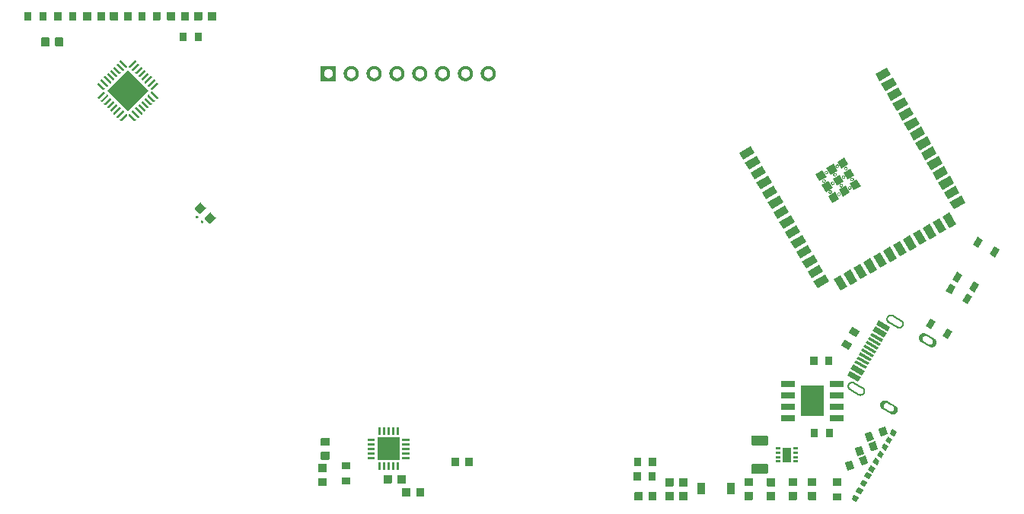
<source format=gbr>
%TF.GenerationSoftware,Flux,Pcbnew,7.0.11-7.0.11~ubuntu20.04.1*%
%TF.CreationDate,2024-08-16T14:00:36+00:00*%
%TF.ProjectId,input,696e7075-742e-46b6-9963-61645f706362,rev?*%
%TF.SameCoordinates,Original*%
%TF.FileFunction,Soldermask,Top*%
%TF.FilePolarity,Negative*%
%FSLAX46Y46*%
G04 Gerber Fmt 4.6, Leading zero omitted, Abs format (unit mm)*
G04 Filename: betterflipperzero*
G04 Build it with Flux! Visit our site at: https://www.flux.ai (PCBNEW 7.0.11-7.0.11~ubuntu20.04.1) date 2024-08-16 14:00:36*
%MOMM*%
%LPD*%
G01*
G04 APERTURE LIST*
G04 APERTURE END LIST*
%TO.C,*%
G36*
X33687956Y-19024952D02*
G01*
X33692593Y-19025409D01*
X33697190Y-19026168D01*
X33701727Y-19027226D01*
X33706186Y-19028579D01*
X33710546Y-19030220D01*
X33714790Y-19032143D01*
X33718899Y-19034339D01*
X33722856Y-19036799D01*
X33726643Y-19039513D01*
X33730245Y-19042469D01*
X33733645Y-19045654D01*
X33736830Y-19049055D01*
X33739786Y-19052656D01*
X33742500Y-19056443D01*
X33744960Y-19060400D01*
X33747157Y-19064509D01*
X33749079Y-19068753D01*
X33750721Y-19073114D01*
X33752073Y-19077572D01*
X33753131Y-19082110D01*
X33753890Y-19086707D01*
X33754347Y-19091343D01*
X33754499Y-19096000D01*
X33754499Y-19853600D01*
X33754347Y-19858257D01*
X33753890Y-19862893D01*
X33753131Y-19867490D01*
X33752073Y-19872028D01*
X33750721Y-19876486D01*
X33749079Y-19880847D01*
X33747157Y-19885091D01*
X33744960Y-19889200D01*
X33742500Y-19893157D01*
X33739786Y-19896944D01*
X33736830Y-19900545D01*
X33733645Y-19903946D01*
X33730245Y-19907131D01*
X33726643Y-19910087D01*
X33722856Y-19912801D01*
X33718899Y-19915261D01*
X33714790Y-19917457D01*
X33710546Y-19919380D01*
X33706186Y-19921021D01*
X33701727Y-19922374D01*
X33697190Y-19923432D01*
X33692593Y-19924191D01*
X33687956Y-19924648D01*
X33683299Y-19924800D01*
X32875699Y-19924800D01*
X32871043Y-19924648D01*
X32866406Y-19924191D01*
X32861809Y-19923432D01*
X32857271Y-19922374D01*
X32852813Y-19921021D01*
X32848452Y-19919380D01*
X32844208Y-19917457D01*
X32840099Y-19915261D01*
X32836143Y-19912801D01*
X32832355Y-19910087D01*
X32828754Y-19907131D01*
X32825353Y-19903946D01*
X32822168Y-19900545D01*
X32819212Y-19896944D01*
X32816499Y-19893157D01*
X32814038Y-19889200D01*
X32811842Y-19885091D01*
X32809919Y-19880847D01*
X32808278Y-19876486D01*
X32806925Y-19872028D01*
X32805867Y-19867490D01*
X32805108Y-19862893D01*
X32804652Y-19858257D01*
X32804499Y-19853600D01*
X32804499Y-19096000D01*
X32804652Y-19091343D01*
X32805108Y-19086707D01*
X32805867Y-19082110D01*
X32806925Y-19077572D01*
X32808278Y-19073114D01*
X32809919Y-19068753D01*
X32811842Y-19064509D01*
X32814038Y-19060400D01*
X32816499Y-19056443D01*
X32819212Y-19052656D01*
X32822168Y-19049055D01*
X32825353Y-19045654D01*
X32828754Y-19042469D01*
X32832355Y-19039513D01*
X32836143Y-19036799D01*
X32840099Y-19034339D01*
X32844208Y-19032143D01*
X32848452Y-19030220D01*
X32852813Y-19028579D01*
X32857271Y-19027226D01*
X32861809Y-19026168D01*
X32866406Y-19025409D01*
X32871043Y-19024952D01*
X32875699Y-19024800D01*
X33683299Y-19024800D01*
X33687956Y-19024952D01*
G37*
G36*
X33687957Y-20574952D02*
G01*
X33692594Y-20575409D01*
X33697191Y-20576168D01*
X33701729Y-20577226D01*
X33706187Y-20578579D01*
X33710548Y-20580220D01*
X33714792Y-20582143D01*
X33718901Y-20584339D01*
X33722857Y-20586799D01*
X33726645Y-20589513D01*
X33730246Y-20592469D01*
X33733647Y-20595654D01*
X33736832Y-20599055D01*
X33739788Y-20602656D01*
X33742501Y-20606443D01*
X33744962Y-20610400D01*
X33747158Y-20614509D01*
X33749081Y-20618753D01*
X33750722Y-20623114D01*
X33752075Y-20627572D01*
X33753133Y-20632110D01*
X33753892Y-20636707D01*
X33754348Y-20641343D01*
X33754501Y-20646000D01*
X33754501Y-21403600D01*
X33754348Y-21408257D01*
X33753892Y-21412893D01*
X33753133Y-21417490D01*
X33752075Y-21422028D01*
X33750722Y-21426486D01*
X33749081Y-21430847D01*
X33747158Y-21435091D01*
X33744962Y-21439200D01*
X33742501Y-21443157D01*
X33739788Y-21446944D01*
X33736832Y-21450545D01*
X33733647Y-21453946D01*
X33730246Y-21457131D01*
X33726645Y-21460087D01*
X33722857Y-21462801D01*
X33718901Y-21465261D01*
X33714792Y-21467457D01*
X33710548Y-21469380D01*
X33706187Y-21471021D01*
X33701729Y-21472374D01*
X33697191Y-21473432D01*
X33692594Y-21474191D01*
X33687957Y-21474648D01*
X33683301Y-21474800D01*
X32875701Y-21474800D01*
X32871044Y-21474648D01*
X32866407Y-21474191D01*
X32861810Y-21473432D01*
X32857273Y-21472374D01*
X32852814Y-21471021D01*
X32848454Y-21469380D01*
X32844210Y-21467457D01*
X32840101Y-21465261D01*
X32836144Y-21462801D01*
X32832357Y-21460087D01*
X32828755Y-21457131D01*
X32825355Y-21453946D01*
X32822170Y-21450545D01*
X32819214Y-21446944D01*
X32816500Y-21443157D01*
X32814040Y-21439200D01*
X32811843Y-21435091D01*
X32809921Y-21430847D01*
X32808279Y-21426486D01*
X32806927Y-21422028D01*
X32805869Y-21417490D01*
X32805110Y-21412893D01*
X32804653Y-21408257D01*
X32804501Y-21403600D01*
X32804501Y-20646000D01*
X32804653Y-20641343D01*
X32805110Y-20636707D01*
X32805869Y-20632110D01*
X32806927Y-20627572D01*
X32808279Y-20623114D01*
X32809921Y-20618753D01*
X32811843Y-20614509D01*
X32814040Y-20610400D01*
X32816500Y-20606443D01*
X32819214Y-20602656D01*
X32822170Y-20599055D01*
X32825355Y-20595654D01*
X32828755Y-20592469D01*
X32832357Y-20589513D01*
X32836144Y-20586799D01*
X32840101Y-20584339D01*
X32844210Y-20582143D01*
X32848454Y-20580220D01*
X32852814Y-20578579D01*
X32857273Y-20577226D01*
X32861810Y-20576168D01*
X32866407Y-20575409D01*
X32871044Y-20574952D01*
X32875701Y-20574800D01*
X33683301Y-20574800D01*
X33687957Y-20574952D01*
G37*
G36*
X2851057Y-20134052D02*
G01*
X2855693Y-20134509D01*
X2860290Y-20135268D01*
X2864828Y-20136326D01*
X2869286Y-20137679D01*
X2873647Y-20139320D01*
X2877891Y-20141243D01*
X2882000Y-20143439D01*
X2885957Y-20145899D01*
X2889744Y-20148613D01*
X2893345Y-20151569D01*
X2896746Y-20154754D01*
X2899931Y-20158155D01*
X2902887Y-20161756D01*
X2905601Y-20165543D01*
X2908061Y-20169500D01*
X2910257Y-20173609D01*
X2912180Y-20177853D01*
X2913821Y-20182214D01*
X2915174Y-20186672D01*
X2916232Y-20191210D01*
X2916991Y-20195807D01*
X2917448Y-20200443D01*
X2917600Y-20205100D01*
X2917600Y-21012700D01*
X2917448Y-21017357D01*
X2916991Y-21021993D01*
X2916232Y-21026590D01*
X2915174Y-21031128D01*
X2913821Y-21035586D01*
X2912180Y-21039947D01*
X2910257Y-21044191D01*
X2908061Y-21048300D01*
X2905601Y-21052257D01*
X2902887Y-21056044D01*
X2899931Y-21059645D01*
X2896746Y-21063046D01*
X2893345Y-21066231D01*
X2889744Y-21069187D01*
X2885957Y-21071901D01*
X2882000Y-21074361D01*
X2877891Y-21076557D01*
X2873647Y-21078480D01*
X2869286Y-21080121D01*
X2864828Y-21081474D01*
X2860290Y-21082532D01*
X2855693Y-21083291D01*
X2851057Y-21083748D01*
X2846400Y-21083900D01*
X2088800Y-21083900D01*
X2084143Y-21083748D01*
X2079507Y-21083291D01*
X2074910Y-21082532D01*
X2070372Y-21081474D01*
X2065914Y-21080121D01*
X2061553Y-21078480D01*
X2057309Y-21076557D01*
X2053200Y-21074361D01*
X2049243Y-21071901D01*
X2045456Y-21069187D01*
X2041855Y-21066231D01*
X2038454Y-21063046D01*
X2035269Y-21059645D01*
X2032313Y-21056044D01*
X2029599Y-21052257D01*
X2027139Y-21048300D01*
X2024943Y-21044191D01*
X2023020Y-21039947D01*
X2021379Y-21035586D01*
X2020026Y-21031128D01*
X2018968Y-21026590D01*
X2018209Y-21021993D01*
X2017752Y-21017357D01*
X2017600Y-21012700D01*
X2017600Y-20205100D01*
X2017752Y-20200443D01*
X2018209Y-20195807D01*
X2018968Y-20191210D01*
X2020026Y-20186672D01*
X2021379Y-20182214D01*
X2023020Y-20177853D01*
X2024943Y-20173609D01*
X2027139Y-20169500D01*
X2029599Y-20165543D01*
X2032313Y-20161756D01*
X2035269Y-20158155D01*
X2038454Y-20154754D01*
X2041855Y-20151569D01*
X2045456Y-20148613D01*
X2049243Y-20145899D01*
X2053200Y-20143439D01*
X2057309Y-20141243D01*
X2061553Y-20139320D01*
X2065914Y-20137679D01*
X2070372Y-20136326D01*
X2074910Y-20135268D01*
X2079507Y-20134509D01*
X2084143Y-20134052D01*
X2088800Y-20133900D01*
X2846400Y-20133900D01*
X2851057Y-20134052D01*
G37*
G36*
X4401057Y-20134052D02*
G01*
X4405693Y-20134509D01*
X4410290Y-20135268D01*
X4414828Y-20136326D01*
X4419286Y-20137679D01*
X4423647Y-20139320D01*
X4427891Y-20141243D01*
X4432000Y-20143439D01*
X4435957Y-20145899D01*
X4439744Y-20148613D01*
X4443345Y-20151569D01*
X4446746Y-20154754D01*
X4449931Y-20158155D01*
X4452887Y-20161756D01*
X4455601Y-20165543D01*
X4458061Y-20169500D01*
X4460257Y-20173609D01*
X4462180Y-20177853D01*
X4463821Y-20182214D01*
X4465174Y-20186672D01*
X4466232Y-20191210D01*
X4466991Y-20195807D01*
X4467448Y-20200443D01*
X4467600Y-20205100D01*
X4467600Y-21012700D01*
X4467448Y-21017357D01*
X4466991Y-21021993D01*
X4466232Y-21026590D01*
X4465174Y-21031128D01*
X4463821Y-21035586D01*
X4462180Y-21039947D01*
X4460257Y-21044191D01*
X4458061Y-21048300D01*
X4455601Y-21052257D01*
X4452887Y-21056044D01*
X4449931Y-21059645D01*
X4446746Y-21063046D01*
X4443345Y-21066231D01*
X4439744Y-21069187D01*
X4435957Y-21071901D01*
X4432000Y-21074361D01*
X4427891Y-21076557D01*
X4423647Y-21078480D01*
X4419286Y-21080121D01*
X4414828Y-21081474D01*
X4410290Y-21082532D01*
X4405693Y-21083291D01*
X4401057Y-21083748D01*
X4396400Y-21083900D01*
X3638800Y-21083900D01*
X3634143Y-21083748D01*
X3629507Y-21083291D01*
X3624910Y-21082532D01*
X3620372Y-21081474D01*
X3615914Y-21080121D01*
X3611553Y-21078480D01*
X3607309Y-21076557D01*
X3603200Y-21074361D01*
X3599243Y-21071901D01*
X3595456Y-21069187D01*
X3591855Y-21066231D01*
X3588454Y-21063046D01*
X3585269Y-21059645D01*
X3582313Y-21056044D01*
X3579599Y-21052257D01*
X3577139Y-21048300D01*
X3574943Y-21044191D01*
X3573020Y-21039947D01*
X3571379Y-21035586D01*
X3570026Y-21031128D01*
X3568968Y-21026590D01*
X3568209Y-21021993D01*
X3567752Y-21017357D01*
X3567600Y-21012700D01*
X3567600Y-20205100D01*
X3567752Y-20200443D01*
X3568209Y-20195807D01*
X3568968Y-20191210D01*
X3570026Y-20186672D01*
X3571379Y-20182214D01*
X3573020Y-20177853D01*
X3574943Y-20173609D01*
X3577139Y-20169500D01*
X3579599Y-20165543D01*
X3582313Y-20161756D01*
X3585269Y-20158155D01*
X3588454Y-20154754D01*
X3591855Y-20151569D01*
X3595456Y-20148613D01*
X3599243Y-20145899D01*
X3603200Y-20143439D01*
X3607309Y-20141243D01*
X3611553Y-20139320D01*
X3615914Y-20137679D01*
X3620372Y-20136326D01*
X3624910Y-20135268D01*
X3629507Y-20134509D01*
X3634143Y-20134052D01*
X3638800Y-20133900D01*
X4396400Y-20133900D01*
X4401057Y-20134052D01*
G37*
G36*
X-3809842Y-18903252D02*
G01*
X-3805206Y-18903709D01*
X-3800609Y-18904468D01*
X-3796071Y-18905526D01*
X-3791613Y-18906879D01*
X-3787252Y-18908520D01*
X-3783008Y-18910443D01*
X-3778899Y-18912639D01*
X-3774943Y-18915099D01*
X-3771155Y-18917813D01*
X-3767554Y-18920769D01*
X-3764153Y-18923954D01*
X-3760968Y-18927355D01*
X-3758012Y-18930956D01*
X-3755299Y-18934743D01*
X-3752838Y-18938700D01*
X-3750642Y-18942809D01*
X-3748719Y-18947053D01*
X-3747078Y-18951414D01*
X-3745725Y-18955872D01*
X-3744667Y-18960410D01*
X-3743908Y-18965007D01*
X-3743452Y-18969643D01*
X-3743299Y-18974300D01*
X-3743299Y-19631900D01*
X-3743452Y-19636557D01*
X-3743908Y-19641193D01*
X-3744667Y-19645790D01*
X-3745725Y-19650328D01*
X-3747078Y-19654786D01*
X-3748719Y-19659147D01*
X-3750642Y-19663391D01*
X-3752838Y-19667500D01*
X-3755299Y-19671457D01*
X-3758012Y-19675244D01*
X-3760968Y-19678845D01*
X-3764153Y-19682246D01*
X-3767554Y-19685431D01*
X-3771155Y-19688387D01*
X-3774943Y-19691101D01*
X-3778899Y-19693561D01*
X-3783008Y-19695757D01*
X-3787252Y-19697680D01*
X-3791613Y-19699321D01*
X-3796071Y-19700674D01*
X-3800609Y-19701732D01*
X-3805206Y-19702491D01*
X-3809842Y-19702948D01*
X-3814499Y-19703100D01*
X-4622099Y-19703100D01*
X-4626756Y-19702948D01*
X-4631393Y-19702491D01*
X-4635990Y-19701732D01*
X-4640527Y-19700674D01*
X-4644986Y-19699321D01*
X-4649346Y-19697680D01*
X-4653590Y-19695757D01*
X-4657699Y-19693561D01*
X-4661656Y-19691101D01*
X-4665443Y-19688387D01*
X-4669045Y-19685431D01*
X-4672445Y-19682246D01*
X-4675630Y-19678845D01*
X-4678586Y-19675244D01*
X-4681300Y-19671457D01*
X-4683760Y-19667500D01*
X-4685956Y-19663391D01*
X-4687879Y-19659147D01*
X-4689521Y-19654786D01*
X-4690873Y-19650328D01*
X-4691931Y-19645790D01*
X-4692690Y-19641193D01*
X-4693147Y-19636557D01*
X-4693299Y-19631900D01*
X-4693299Y-18974300D01*
X-4693147Y-18969643D01*
X-4692690Y-18965007D01*
X-4691931Y-18960410D01*
X-4690873Y-18955872D01*
X-4689521Y-18951414D01*
X-4687879Y-18947053D01*
X-4685956Y-18942809D01*
X-4683760Y-18938700D01*
X-4681300Y-18934743D01*
X-4678586Y-18930956D01*
X-4675630Y-18927355D01*
X-4672445Y-18923954D01*
X-4669045Y-18920769D01*
X-4665443Y-18917813D01*
X-4661656Y-18915099D01*
X-4657699Y-18912639D01*
X-4653590Y-18910443D01*
X-4649346Y-18908520D01*
X-4644986Y-18906879D01*
X-4640527Y-18905526D01*
X-4635990Y-18904468D01*
X-4631393Y-18903709D01*
X-4626756Y-18903252D01*
X-4622099Y-18903100D01*
X-3814499Y-18903100D01*
X-3809842Y-18903252D01*
G37*
G36*
X-3809844Y-17253252D02*
G01*
X-3805207Y-17253709D01*
X-3800610Y-17254468D01*
X-3796073Y-17255526D01*
X-3791614Y-17256879D01*
X-3787254Y-17258520D01*
X-3783010Y-17260443D01*
X-3778901Y-17262639D01*
X-3774944Y-17265099D01*
X-3771157Y-17267813D01*
X-3767555Y-17270769D01*
X-3764155Y-17273954D01*
X-3760970Y-17277355D01*
X-3758014Y-17280956D01*
X-3755300Y-17284743D01*
X-3752840Y-17288700D01*
X-3750644Y-17292809D01*
X-3748721Y-17297053D01*
X-3747079Y-17301414D01*
X-3745727Y-17305872D01*
X-3744669Y-17310410D01*
X-3743910Y-17315007D01*
X-3743453Y-17319643D01*
X-3743301Y-17324300D01*
X-3743301Y-17981900D01*
X-3743453Y-17986557D01*
X-3743910Y-17991193D01*
X-3744669Y-17995790D01*
X-3745727Y-18000328D01*
X-3747079Y-18004786D01*
X-3748721Y-18009147D01*
X-3750644Y-18013391D01*
X-3752840Y-18017500D01*
X-3755300Y-18021457D01*
X-3758014Y-18025244D01*
X-3760970Y-18028845D01*
X-3764155Y-18032246D01*
X-3767555Y-18035431D01*
X-3771157Y-18038387D01*
X-3774944Y-18041101D01*
X-3778901Y-18043561D01*
X-3783010Y-18045757D01*
X-3787254Y-18047680D01*
X-3791614Y-18049321D01*
X-3796073Y-18050674D01*
X-3800610Y-18051732D01*
X-3805207Y-18052491D01*
X-3809844Y-18052948D01*
X-3814501Y-18053100D01*
X-4622101Y-18053100D01*
X-4626758Y-18052948D01*
X-4631394Y-18052491D01*
X-4635991Y-18051732D01*
X-4640529Y-18050674D01*
X-4644987Y-18049321D01*
X-4649348Y-18047680D01*
X-4653592Y-18045757D01*
X-4657701Y-18043561D01*
X-4661657Y-18041101D01*
X-4665445Y-18038387D01*
X-4669046Y-18035431D01*
X-4672447Y-18032246D01*
X-4675632Y-18028845D01*
X-4678588Y-18025244D01*
X-4681301Y-18021457D01*
X-4683762Y-18017500D01*
X-4685958Y-18013391D01*
X-4687881Y-18009147D01*
X-4689522Y-18004786D01*
X-4690875Y-18000328D01*
X-4691933Y-17995790D01*
X-4692692Y-17991193D01*
X-4693148Y-17986557D01*
X-4693301Y-17981900D01*
X-4693301Y-17324300D01*
X-4693148Y-17319643D01*
X-4692692Y-17315007D01*
X-4691933Y-17310410D01*
X-4690875Y-17305872D01*
X-4689522Y-17301414D01*
X-4687881Y-17297053D01*
X-4685958Y-17292809D01*
X-4683762Y-17288700D01*
X-4681301Y-17284743D01*
X-4678588Y-17280956D01*
X-4675632Y-17277355D01*
X-4672447Y-17273954D01*
X-4669046Y-17270769D01*
X-4665445Y-17267813D01*
X-4661657Y-17265099D01*
X-4657701Y-17262639D01*
X-4653592Y-17260443D01*
X-4649348Y-17258520D01*
X-4644987Y-17256879D01*
X-4640529Y-17255526D01*
X-4635991Y-17254468D01*
X-4631394Y-17253709D01*
X-4626758Y-17253252D01*
X-4622101Y-17253100D01*
X-3814501Y-17253100D01*
X-3809844Y-17253252D01*
G37*
G36*
X-6137044Y-14524452D02*
G01*
X-6132407Y-14524909D01*
X-6127810Y-14525668D01*
X-6123273Y-14526726D01*
X-6118814Y-14528079D01*
X-6114454Y-14529720D01*
X-6110210Y-14531643D01*
X-6106101Y-14533839D01*
X-6102144Y-14536299D01*
X-6098357Y-14539013D01*
X-6094755Y-14541969D01*
X-6091355Y-14545154D01*
X-6088170Y-14548555D01*
X-6085214Y-14552156D01*
X-6082500Y-14555943D01*
X-6080040Y-14559900D01*
X-6077843Y-14564009D01*
X-6075921Y-14568253D01*
X-6074279Y-14572614D01*
X-6072927Y-14577072D01*
X-6071869Y-14581610D01*
X-6071110Y-14586207D01*
X-6070653Y-14590843D01*
X-6070501Y-14595500D01*
X-6070501Y-15353100D01*
X-6070653Y-15357757D01*
X-6071110Y-15362393D01*
X-6071869Y-15366990D01*
X-6072927Y-15371528D01*
X-6074279Y-15375986D01*
X-6075921Y-15380347D01*
X-6077843Y-15384591D01*
X-6080040Y-15388700D01*
X-6082500Y-15392657D01*
X-6085214Y-15396444D01*
X-6088170Y-15400045D01*
X-6091355Y-15403446D01*
X-6094755Y-15406631D01*
X-6098357Y-15409587D01*
X-6102144Y-15412301D01*
X-6106101Y-15414761D01*
X-6110210Y-15416957D01*
X-6114454Y-15418880D01*
X-6118814Y-15420521D01*
X-6123273Y-15421874D01*
X-6127810Y-15422932D01*
X-6132407Y-15423691D01*
X-6137044Y-15424148D01*
X-6141701Y-15424300D01*
X-6949301Y-15424300D01*
X-6953957Y-15424148D01*
X-6958594Y-15423691D01*
X-6963191Y-15422932D01*
X-6967729Y-15421874D01*
X-6972187Y-15420521D01*
X-6976548Y-15418880D01*
X-6980792Y-15416957D01*
X-6984901Y-15414761D01*
X-6988857Y-15412301D01*
X-6992645Y-15409587D01*
X-6996246Y-15406631D01*
X-6999647Y-15403446D01*
X-7002832Y-15400045D01*
X-7005788Y-15396444D01*
X-7008501Y-15392657D01*
X-7010962Y-15388700D01*
X-7013158Y-15384591D01*
X-7015081Y-15380347D01*
X-7016722Y-15375986D01*
X-7018075Y-15371528D01*
X-7019133Y-15366990D01*
X-7019892Y-15362393D01*
X-7020348Y-15357757D01*
X-7020501Y-15353100D01*
X-7020501Y-14595500D01*
X-7020348Y-14590843D01*
X-7019892Y-14586207D01*
X-7019133Y-14581610D01*
X-7018075Y-14577072D01*
X-7016722Y-14572614D01*
X-7015081Y-14568253D01*
X-7013158Y-14564009D01*
X-7010962Y-14559900D01*
X-7008501Y-14555943D01*
X-7005788Y-14552156D01*
X-7002832Y-14548555D01*
X-6999647Y-14545154D01*
X-6996246Y-14541969D01*
X-6992645Y-14539013D01*
X-6988857Y-14536299D01*
X-6984901Y-14533839D01*
X-6980792Y-14531643D01*
X-6976548Y-14529720D01*
X-6972187Y-14528079D01*
X-6967729Y-14526726D01*
X-6963191Y-14525668D01*
X-6958594Y-14524909D01*
X-6953957Y-14524452D01*
X-6949301Y-14524300D01*
X-6141701Y-14524300D01*
X-6137044Y-14524452D01*
G37*
G36*
X-6137043Y-16074452D02*
G01*
X-6132406Y-16074909D01*
X-6127809Y-16075668D01*
X-6123271Y-16076726D01*
X-6118813Y-16078079D01*
X-6114452Y-16079720D01*
X-6110208Y-16081643D01*
X-6106099Y-16083839D01*
X-6102143Y-16086299D01*
X-6098355Y-16089013D01*
X-6094754Y-16091969D01*
X-6091353Y-16095154D01*
X-6088168Y-16098555D01*
X-6085212Y-16102156D01*
X-6082499Y-16105943D01*
X-6080038Y-16109900D01*
X-6077842Y-16114009D01*
X-6075919Y-16118253D01*
X-6074278Y-16122614D01*
X-6072925Y-16127072D01*
X-6071867Y-16131610D01*
X-6071108Y-16136207D01*
X-6070652Y-16140843D01*
X-6070499Y-16145500D01*
X-6070499Y-16903100D01*
X-6070652Y-16907757D01*
X-6071108Y-16912393D01*
X-6071867Y-16916990D01*
X-6072925Y-16921528D01*
X-6074278Y-16925986D01*
X-6075919Y-16930347D01*
X-6077842Y-16934591D01*
X-6080038Y-16938700D01*
X-6082499Y-16942657D01*
X-6085212Y-16946444D01*
X-6088168Y-16950045D01*
X-6091353Y-16953446D01*
X-6094754Y-16956631D01*
X-6098355Y-16959587D01*
X-6102143Y-16962301D01*
X-6106099Y-16964761D01*
X-6110208Y-16966957D01*
X-6114452Y-16968880D01*
X-6118813Y-16970521D01*
X-6123271Y-16971874D01*
X-6127809Y-16972932D01*
X-6132406Y-16973691D01*
X-6137043Y-16974148D01*
X-6141699Y-16974300D01*
X-6949299Y-16974300D01*
X-6953956Y-16974148D01*
X-6958593Y-16973691D01*
X-6963190Y-16972932D01*
X-6967727Y-16971874D01*
X-6972186Y-16970521D01*
X-6976546Y-16968880D01*
X-6980790Y-16966957D01*
X-6984899Y-16964761D01*
X-6988856Y-16962301D01*
X-6992643Y-16959587D01*
X-6996245Y-16956631D01*
X-6999645Y-16953446D01*
X-7002830Y-16950045D01*
X-7005786Y-16946444D01*
X-7008500Y-16942657D01*
X-7010960Y-16938700D01*
X-7013157Y-16934591D01*
X-7015079Y-16930347D01*
X-7016721Y-16925986D01*
X-7018073Y-16921528D01*
X-7019131Y-16916990D01*
X-7019890Y-16912393D01*
X-7020347Y-16907757D01*
X-7020499Y-16903100D01*
X-7020499Y-16145500D01*
X-7020347Y-16140843D01*
X-7019890Y-16136207D01*
X-7019131Y-16131610D01*
X-7018073Y-16127072D01*
X-7016721Y-16122614D01*
X-7015079Y-16118253D01*
X-7013157Y-16114009D01*
X-7010960Y-16109900D01*
X-7008500Y-16105943D01*
X-7005786Y-16102156D01*
X-7002830Y-16098555D01*
X-6999645Y-16095154D01*
X-6996245Y-16091969D01*
X-6992643Y-16089013D01*
X-6988856Y-16086299D01*
X-6984899Y-16083839D01*
X-6980790Y-16081643D01*
X-6976546Y-16079720D01*
X-6972186Y-16078079D01*
X-6967727Y-16076726D01*
X-6963190Y-16075668D01*
X-6958593Y-16074909D01*
X-6953956Y-16074452D01*
X-6949299Y-16074300D01*
X-6141699Y-16074300D01*
X-6137043Y-16074452D01*
G37*
G36*
X-20290143Y32909948D02*
G01*
X-20285507Y32909491D01*
X-20280910Y32908732D01*
X-20276372Y32907674D01*
X-20271914Y32906321D01*
X-20267553Y32904680D01*
X-20263309Y32902757D01*
X-20259200Y32900561D01*
X-20255243Y32898101D01*
X-20251456Y32895387D01*
X-20247855Y32892431D01*
X-20244454Y32889246D01*
X-20241269Y32885845D01*
X-20238313Y32882244D01*
X-20235599Y32878457D01*
X-20233139Y32874500D01*
X-20230943Y32870391D01*
X-20229020Y32866147D01*
X-20227379Y32861786D01*
X-20226026Y32857328D01*
X-20224968Y32852790D01*
X-20224209Y32848193D01*
X-20223752Y32843557D01*
X-20223600Y32838900D01*
X-20223600Y32031300D01*
X-20223752Y32026643D01*
X-20224209Y32022007D01*
X-20224968Y32017410D01*
X-20226026Y32012872D01*
X-20227379Y32008414D01*
X-20229020Y32004053D01*
X-20230943Y31999809D01*
X-20233139Y31995700D01*
X-20235599Y31991743D01*
X-20238313Y31987956D01*
X-20241269Y31984355D01*
X-20244454Y31980954D01*
X-20247855Y31977769D01*
X-20251456Y31974813D01*
X-20255243Y31972099D01*
X-20259200Y31969639D01*
X-20263309Y31967443D01*
X-20267553Y31965520D01*
X-20271914Y31963879D01*
X-20276372Y31962526D01*
X-20280910Y31961468D01*
X-20285507Y31960709D01*
X-20290143Y31960252D01*
X-20294800Y31960100D01*
X-21052400Y31960100D01*
X-21057057Y31960252D01*
X-21061693Y31960709D01*
X-21066290Y31961468D01*
X-21070828Y31962526D01*
X-21075286Y31963879D01*
X-21079647Y31965520D01*
X-21083891Y31967443D01*
X-21088000Y31969639D01*
X-21091957Y31972099D01*
X-21095744Y31974813D01*
X-21099345Y31977769D01*
X-21102746Y31980954D01*
X-21105931Y31984355D01*
X-21108887Y31987956D01*
X-21111601Y31991743D01*
X-21114061Y31995700D01*
X-21116257Y31999809D01*
X-21118180Y32004053D01*
X-21119821Y32008414D01*
X-21121174Y32012872D01*
X-21122232Y32017410D01*
X-21122991Y32022007D01*
X-21123448Y32026643D01*
X-21123600Y32031300D01*
X-21123600Y32838900D01*
X-21123448Y32843557D01*
X-21122991Y32848193D01*
X-21122232Y32852790D01*
X-21121174Y32857328D01*
X-21119821Y32861786D01*
X-21118180Y32866147D01*
X-21116257Y32870391D01*
X-21114061Y32874500D01*
X-21111601Y32878457D01*
X-21108887Y32882244D01*
X-21105931Y32885845D01*
X-21102746Y32889246D01*
X-21099345Y32892431D01*
X-21095744Y32895387D01*
X-21091957Y32898101D01*
X-21088000Y32900561D01*
X-21083891Y32902757D01*
X-21079647Y32904680D01*
X-21075286Y32906321D01*
X-21070828Y32907674D01*
X-21066290Y32908732D01*
X-21061693Y32909491D01*
X-21057057Y32909948D01*
X-21052400Y32910100D01*
X-20294800Y32910100D01*
X-20290143Y32909948D01*
G37*
G36*
X-18740143Y32909948D02*
G01*
X-18735507Y32909491D01*
X-18730910Y32908732D01*
X-18726372Y32907674D01*
X-18721914Y32906321D01*
X-18717553Y32904680D01*
X-18713309Y32902757D01*
X-18709200Y32900561D01*
X-18705243Y32898101D01*
X-18701456Y32895387D01*
X-18697855Y32892431D01*
X-18694454Y32889246D01*
X-18691269Y32885845D01*
X-18688313Y32882244D01*
X-18685599Y32878457D01*
X-18683139Y32874500D01*
X-18680943Y32870391D01*
X-18679020Y32866147D01*
X-18677379Y32861786D01*
X-18676026Y32857328D01*
X-18674968Y32852790D01*
X-18674209Y32848193D01*
X-18673752Y32843557D01*
X-18673600Y32838900D01*
X-18673600Y32031300D01*
X-18673752Y32026643D01*
X-18674209Y32022007D01*
X-18674968Y32017410D01*
X-18676026Y32012872D01*
X-18677379Y32008414D01*
X-18679020Y32004053D01*
X-18680943Y31999809D01*
X-18683139Y31995700D01*
X-18685599Y31991743D01*
X-18688313Y31987956D01*
X-18691269Y31984355D01*
X-18694454Y31980954D01*
X-18697855Y31977769D01*
X-18701456Y31974813D01*
X-18705243Y31972099D01*
X-18709200Y31969639D01*
X-18713309Y31967443D01*
X-18717553Y31965520D01*
X-18721914Y31963879D01*
X-18726372Y31962526D01*
X-18730910Y31961468D01*
X-18735507Y31960709D01*
X-18740143Y31960252D01*
X-18744800Y31960100D01*
X-19502400Y31960100D01*
X-19507057Y31960252D01*
X-19511693Y31960709D01*
X-19516290Y31961468D01*
X-19520828Y31962526D01*
X-19525286Y31963879D01*
X-19529647Y31965520D01*
X-19533891Y31967443D01*
X-19538000Y31969639D01*
X-19541957Y31972099D01*
X-19545744Y31974813D01*
X-19549345Y31977769D01*
X-19552746Y31980954D01*
X-19555931Y31984355D01*
X-19558887Y31987956D01*
X-19561601Y31991743D01*
X-19564061Y31995700D01*
X-19566257Y31999809D01*
X-19568180Y32004053D01*
X-19569821Y32008414D01*
X-19571174Y32012872D01*
X-19572232Y32017410D01*
X-19572991Y32022007D01*
X-19573448Y32026643D01*
X-19573600Y32031300D01*
X-19573600Y32838900D01*
X-19573448Y32843557D01*
X-19572991Y32848193D01*
X-19572232Y32852790D01*
X-19571174Y32857328D01*
X-19569821Y32861786D01*
X-19568180Y32866147D01*
X-19566257Y32870391D01*
X-19564061Y32874500D01*
X-19561601Y32878457D01*
X-19558887Y32882244D01*
X-19555931Y32885845D01*
X-19552746Y32889246D01*
X-19549345Y32892431D01*
X-19545744Y32895387D01*
X-19541957Y32898101D01*
X-19538000Y32900561D01*
X-19533891Y32902757D01*
X-19529647Y32904680D01*
X-19525286Y32906321D01*
X-19520828Y32907674D01*
X-19516290Y32908732D01*
X-19511693Y32909491D01*
X-19507057Y32909948D01*
X-19502400Y32910100D01*
X-18744800Y32910100D01*
X-18740143Y32909948D01*
G37*
G36*
X52287281Y-20848817D02*
G01*
X52293506Y-20849637D01*
X52299571Y-20851262D01*
X52302511Y-20852368D01*
X52308142Y-20855145D01*
X52779260Y-21127145D01*
X52784480Y-21130634D01*
X52786909Y-21132626D01*
X52791348Y-21137066D01*
X52795170Y-21142047D01*
X52796829Y-21144715D01*
X52799606Y-21150346D01*
X52800713Y-21153286D01*
X52802338Y-21159350D01*
X52802849Y-21162449D01*
X52803260Y-21168715D01*
X52803157Y-21171854D01*
X52802338Y-21178079D01*
X52800713Y-21184144D01*
X52799606Y-21187083D01*
X52796829Y-21192715D01*
X52549829Y-21620531D01*
X52546341Y-21625752D01*
X52544348Y-21628180D01*
X52539909Y-21632620D01*
X52534927Y-21636442D01*
X52532260Y-21638100D01*
X52526629Y-21640877D01*
X52523689Y-21641984D01*
X52517624Y-21643609D01*
X52514525Y-21644121D01*
X52508260Y-21644531D01*
X52505121Y-21644428D01*
X52498896Y-21643609D01*
X52492831Y-21641984D01*
X52489891Y-21640877D01*
X52484260Y-21638100D01*
X52013142Y-21366100D01*
X52007922Y-21362612D01*
X52005494Y-21360620D01*
X52001054Y-21356180D01*
X51997232Y-21351199D01*
X51995573Y-21348531D01*
X51992796Y-21342900D01*
X51991689Y-21339960D01*
X51990064Y-21333896D01*
X51989553Y-21330796D01*
X51989142Y-21324531D01*
X51989245Y-21321392D01*
X51990064Y-21315167D01*
X51991689Y-21309102D01*
X51992796Y-21306162D01*
X51995573Y-21300531D01*
X52242573Y-20872715D01*
X52246061Y-20867494D01*
X52248054Y-20865066D01*
X52252494Y-20860626D01*
X52257475Y-20856804D01*
X52260142Y-20855145D01*
X52265773Y-20852368D01*
X52268713Y-20851262D01*
X52274778Y-20849637D01*
X52277877Y-20849125D01*
X52284142Y-20848715D01*
X52287281Y-20848817D01*
G37*
G36*
X52772279Y-20008772D02*
G01*
X52778504Y-20009591D01*
X52784569Y-20011216D01*
X52787509Y-20012323D01*
X52793140Y-20015100D01*
X53264258Y-20287100D01*
X53269478Y-20290588D01*
X53271906Y-20292580D01*
X53276346Y-20297020D01*
X53280168Y-20302001D01*
X53281827Y-20304669D01*
X53284604Y-20310300D01*
X53285711Y-20313240D01*
X53287336Y-20319304D01*
X53287847Y-20322404D01*
X53288258Y-20328669D01*
X53288155Y-20331808D01*
X53287336Y-20338033D01*
X53285711Y-20344098D01*
X53284604Y-20347038D01*
X53281827Y-20352669D01*
X53034827Y-20780485D01*
X53031339Y-20785706D01*
X53029346Y-20788134D01*
X53024906Y-20792574D01*
X53019925Y-20796396D01*
X53017258Y-20798055D01*
X53011627Y-20800832D01*
X53008687Y-20801938D01*
X53002622Y-20803563D01*
X52999523Y-20804075D01*
X52993258Y-20804485D01*
X52990119Y-20804383D01*
X52983894Y-20803563D01*
X52977829Y-20801938D01*
X52974889Y-20800832D01*
X52969258Y-20798055D01*
X52498140Y-20526055D01*
X52492920Y-20522566D01*
X52490491Y-20520574D01*
X52486052Y-20516134D01*
X52482230Y-20511153D01*
X52480571Y-20508485D01*
X52477794Y-20502854D01*
X52476687Y-20499914D01*
X52475062Y-20493850D01*
X52474551Y-20490751D01*
X52474140Y-20484485D01*
X52474243Y-20481346D01*
X52475062Y-20475121D01*
X52476687Y-20469056D01*
X52477794Y-20466117D01*
X52480571Y-20460485D01*
X52727571Y-20032669D01*
X52731059Y-20027448D01*
X52733052Y-20025020D01*
X52737491Y-20020580D01*
X52742473Y-20016758D01*
X52745140Y-20015100D01*
X52750771Y-20012323D01*
X52753711Y-20011216D01*
X52759776Y-20009591D01*
X52762875Y-20009079D01*
X52769140Y-20008669D01*
X52772279Y-20008772D01*
G37*
G36*
X30192357Y-16730152D02*
G01*
X30196993Y-16730609D01*
X30201590Y-16731368D01*
X30206128Y-16732426D01*
X30210586Y-16733779D01*
X30214947Y-16735420D01*
X30219191Y-16737343D01*
X30223300Y-16739539D01*
X30227257Y-16741999D01*
X30231044Y-16744713D01*
X30234645Y-16747669D01*
X30238046Y-16750854D01*
X30241231Y-16754255D01*
X30244187Y-16757856D01*
X30246901Y-16761643D01*
X30249361Y-16765600D01*
X30251557Y-16769709D01*
X30253480Y-16773953D01*
X30255121Y-16778314D01*
X30256474Y-16782772D01*
X30257532Y-16787310D01*
X30258291Y-16791907D01*
X30258748Y-16796543D01*
X30258900Y-16801200D01*
X30258900Y-17608800D01*
X30258748Y-17613457D01*
X30258291Y-17618093D01*
X30257532Y-17622690D01*
X30256474Y-17627228D01*
X30255121Y-17631686D01*
X30253480Y-17636047D01*
X30251557Y-17640291D01*
X30249361Y-17644400D01*
X30246901Y-17648357D01*
X30244187Y-17652144D01*
X30241231Y-17655745D01*
X30238046Y-17659146D01*
X30234645Y-17662331D01*
X30231044Y-17665287D01*
X30227257Y-17668001D01*
X30223300Y-17670461D01*
X30219191Y-17672657D01*
X30214947Y-17674580D01*
X30210586Y-17676221D01*
X30206128Y-17677574D01*
X30201590Y-17678632D01*
X30196993Y-17679391D01*
X30192357Y-17679848D01*
X30187700Y-17680000D01*
X29530100Y-17680000D01*
X29525443Y-17679848D01*
X29520807Y-17679391D01*
X29516210Y-17678632D01*
X29511672Y-17677574D01*
X29507214Y-17676221D01*
X29502853Y-17674580D01*
X29498609Y-17672657D01*
X29494500Y-17670461D01*
X29490543Y-17668001D01*
X29486756Y-17665287D01*
X29483155Y-17662331D01*
X29479754Y-17659146D01*
X29476569Y-17655745D01*
X29473613Y-17652144D01*
X29470899Y-17648357D01*
X29468439Y-17644400D01*
X29466243Y-17640291D01*
X29464320Y-17636047D01*
X29462679Y-17631686D01*
X29461326Y-17627228D01*
X29460268Y-17622690D01*
X29459509Y-17618093D01*
X29459052Y-17613457D01*
X29458900Y-17608800D01*
X29458900Y-16801200D01*
X29459052Y-16796543D01*
X29459509Y-16791907D01*
X29460268Y-16787310D01*
X29461326Y-16782772D01*
X29462679Y-16778314D01*
X29464320Y-16773953D01*
X29466243Y-16769709D01*
X29468439Y-16765600D01*
X29470899Y-16761643D01*
X29473613Y-16757856D01*
X29476569Y-16754255D01*
X29479754Y-16750854D01*
X29483155Y-16747669D01*
X29486756Y-16744713D01*
X29490543Y-16741999D01*
X29494500Y-16739539D01*
X29498609Y-16737343D01*
X29502853Y-16735420D01*
X29507214Y-16733779D01*
X29511672Y-16732426D01*
X29516210Y-16731368D01*
X29520807Y-16730609D01*
X29525443Y-16730152D01*
X29530100Y-16730000D01*
X30187700Y-16730000D01*
X30192357Y-16730152D01*
G37*
G36*
X28542357Y-16730152D02*
G01*
X28546993Y-16730609D01*
X28551590Y-16731368D01*
X28556128Y-16732426D01*
X28560586Y-16733779D01*
X28564947Y-16735420D01*
X28569191Y-16737343D01*
X28573300Y-16739539D01*
X28577257Y-16741999D01*
X28581044Y-16744713D01*
X28584645Y-16747669D01*
X28588046Y-16750854D01*
X28591231Y-16754255D01*
X28594187Y-16757856D01*
X28596901Y-16761643D01*
X28599361Y-16765600D01*
X28601557Y-16769709D01*
X28603480Y-16773953D01*
X28605121Y-16778314D01*
X28606474Y-16782772D01*
X28607532Y-16787310D01*
X28608291Y-16791907D01*
X28608748Y-16796543D01*
X28608900Y-16801200D01*
X28608900Y-17608800D01*
X28608748Y-17613457D01*
X28608291Y-17618093D01*
X28607532Y-17622690D01*
X28606474Y-17627228D01*
X28605121Y-17631686D01*
X28603480Y-17636047D01*
X28601557Y-17640291D01*
X28599361Y-17644400D01*
X28596901Y-17648357D01*
X28594187Y-17652144D01*
X28591231Y-17655745D01*
X28588046Y-17659146D01*
X28584645Y-17662331D01*
X28581044Y-17665287D01*
X28577257Y-17668001D01*
X28573300Y-17670461D01*
X28569191Y-17672657D01*
X28564947Y-17674580D01*
X28560586Y-17676221D01*
X28556128Y-17677574D01*
X28551590Y-17678632D01*
X28546993Y-17679391D01*
X28542357Y-17679848D01*
X28537700Y-17680000D01*
X27880100Y-17680000D01*
X27875443Y-17679848D01*
X27870807Y-17679391D01*
X27866210Y-17678632D01*
X27861672Y-17677574D01*
X27857214Y-17676221D01*
X27852853Y-17674580D01*
X27848609Y-17672657D01*
X27844500Y-17670461D01*
X27840543Y-17668001D01*
X27836756Y-17665287D01*
X27833155Y-17662331D01*
X27829754Y-17659146D01*
X27826569Y-17655745D01*
X27823613Y-17652144D01*
X27820899Y-17648357D01*
X27818439Y-17644400D01*
X27816243Y-17640291D01*
X27814320Y-17636047D01*
X27812679Y-17631686D01*
X27811326Y-17627228D01*
X27810268Y-17622690D01*
X27809509Y-17618093D01*
X27809052Y-17613457D01*
X27808900Y-17608800D01*
X27808900Y-16801200D01*
X27809052Y-16796543D01*
X27809509Y-16791907D01*
X27810268Y-16787310D01*
X27811326Y-16782772D01*
X27812679Y-16778314D01*
X27814320Y-16773953D01*
X27816243Y-16769709D01*
X27818439Y-16765600D01*
X27820899Y-16761643D01*
X27823613Y-16757856D01*
X27826569Y-16754255D01*
X27829754Y-16750854D01*
X27833155Y-16747669D01*
X27836756Y-16744713D01*
X27840543Y-16741999D01*
X27844500Y-16739539D01*
X27848609Y-16737343D01*
X27852853Y-16735420D01*
X27857214Y-16733779D01*
X27861672Y-16732426D01*
X27866210Y-16731368D01*
X27870807Y-16730609D01*
X27875443Y-16730152D01*
X27880100Y-16730000D01*
X28537700Y-16730000D01*
X28542357Y-16730152D01*
G37*
G36*
X43439856Y-19024952D02*
G01*
X43444493Y-19025409D01*
X43449090Y-19026168D01*
X43453627Y-19027226D01*
X43458086Y-19028579D01*
X43462446Y-19030220D01*
X43466690Y-19032143D01*
X43470799Y-19034339D01*
X43474756Y-19036799D01*
X43478543Y-19039513D01*
X43482145Y-19042469D01*
X43485545Y-19045654D01*
X43488730Y-19049055D01*
X43491686Y-19052656D01*
X43494400Y-19056443D01*
X43496860Y-19060400D01*
X43499057Y-19064509D01*
X43500979Y-19068753D01*
X43502621Y-19073114D01*
X43503973Y-19077572D01*
X43505031Y-19082110D01*
X43505790Y-19086707D01*
X43506247Y-19091343D01*
X43506399Y-19096000D01*
X43506399Y-19853600D01*
X43506247Y-19858257D01*
X43505790Y-19862893D01*
X43505031Y-19867490D01*
X43503973Y-19872028D01*
X43502621Y-19876486D01*
X43500979Y-19880847D01*
X43499057Y-19885091D01*
X43496860Y-19889200D01*
X43494400Y-19893157D01*
X43491686Y-19896944D01*
X43488730Y-19900545D01*
X43485545Y-19903946D01*
X43482145Y-19907131D01*
X43478543Y-19910087D01*
X43474756Y-19912801D01*
X43470799Y-19915261D01*
X43466690Y-19917457D01*
X43462446Y-19919380D01*
X43458086Y-19921021D01*
X43453627Y-19922374D01*
X43449090Y-19923432D01*
X43444493Y-19924191D01*
X43439856Y-19924648D01*
X43435199Y-19924800D01*
X42627599Y-19924800D01*
X42622943Y-19924648D01*
X42618306Y-19924191D01*
X42613709Y-19923432D01*
X42609171Y-19922374D01*
X42604713Y-19921021D01*
X42600352Y-19919380D01*
X42596108Y-19917457D01*
X42591999Y-19915261D01*
X42588043Y-19912801D01*
X42584255Y-19910087D01*
X42580654Y-19907131D01*
X42577253Y-19903946D01*
X42574068Y-19900545D01*
X42571112Y-19896944D01*
X42568399Y-19893157D01*
X42565938Y-19889200D01*
X42563742Y-19885091D01*
X42561819Y-19880847D01*
X42560178Y-19876486D01*
X42558825Y-19872028D01*
X42557767Y-19867490D01*
X42557008Y-19862893D01*
X42556552Y-19858257D01*
X42556399Y-19853600D01*
X42556399Y-19096000D01*
X42556552Y-19091343D01*
X42557008Y-19086707D01*
X42557767Y-19082110D01*
X42558825Y-19077572D01*
X42560178Y-19073114D01*
X42561819Y-19068753D01*
X42563742Y-19064509D01*
X42565938Y-19060400D01*
X42568399Y-19056443D01*
X42571112Y-19052656D01*
X42574068Y-19049055D01*
X42577253Y-19045654D01*
X42580654Y-19042469D01*
X42584255Y-19039513D01*
X42588043Y-19036799D01*
X42591999Y-19034339D01*
X42596108Y-19032143D01*
X42600352Y-19030220D01*
X42604713Y-19028579D01*
X42609171Y-19027226D01*
X42613709Y-19026168D01*
X42618306Y-19025409D01*
X42622943Y-19024952D01*
X42627599Y-19024800D01*
X43435199Y-19024800D01*
X43439856Y-19024952D01*
G37*
G36*
X43439857Y-20574952D02*
G01*
X43444494Y-20575409D01*
X43449091Y-20576168D01*
X43453629Y-20577226D01*
X43458087Y-20578579D01*
X43462448Y-20580220D01*
X43466692Y-20582143D01*
X43470801Y-20584339D01*
X43474757Y-20586799D01*
X43478545Y-20589513D01*
X43482146Y-20592469D01*
X43485547Y-20595654D01*
X43488732Y-20599055D01*
X43491688Y-20602656D01*
X43494401Y-20606443D01*
X43496862Y-20610400D01*
X43499058Y-20614509D01*
X43500981Y-20618753D01*
X43502622Y-20623114D01*
X43503975Y-20627572D01*
X43505033Y-20632110D01*
X43505792Y-20636707D01*
X43506248Y-20641343D01*
X43506401Y-20646000D01*
X43506401Y-21403600D01*
X43506248Y-21408257D01*
X43505792Y-21412893D01*
X43505033Y-21417490D01*
X43503975Y-21422028D01*
X43502622Y-21426486D01*
X43500981Y-21430847D01*
X43499058Y-21435091D01*
X43496862Y-21439200D01*
X43494401Y-21443157D01*
X43491688Y-21446944D01*
X43488732Y-21450545D01*
X43485547Y-21453946D01*
X43482146Y-21457131D01*
X43478545Y-21460087D01*
X43474757Y-21462801D01*
X43470801Y-21465261D01*
X43466692Y-21467457D01*
X43462448Y-21469380D01*
X43458087Y-21471021D01*
X43453629Y-21472374D01*
X43449091Y-21473432D01*
X43444494Y-21474191D01*
X43439857Y-21474648D01*
X43435201Y-21474800D01*
X42627601Y-21474800D01*
X42622944Y-21474648D01*
X42618307Y-21474191D01*
X42613710Y-21473432D01*
X42609173Y-21472374D01*
X42604714Y-21471021D01*
X42600354Y-21469380D01*
X42596110Y-21467457D01*
X42592001Y-21465261D01*
X42588044Y-21462801D01*
X42584257Y-21460087D01*
X42580655Y-21457131D01*
X42577255Y-21453946D01*
X42574070Y-21450545D01*
X42571114Y-21446944D01*
X42568400Y-21443157D01*
X42565940Y-21439200D01*
X42563743Y-21435091D01*
X42561821Y-21430847D01*
X42560179Y-21426486D01*
X42558827Y-21422028D01*
X42557769Y-21417490D01*
X42557010Y-21412893D01*
X42556553Y-21408257D01*
X42556401Y-21403600D01*
X42556401Y-20646000D01*
X42556553Y-20641343D01*
X42557010Y-20636707D01*
X42557769Y-20632110D01*
X42558827Y-20627572D01*
X42560179Y-20623114D01*
X42561821Y-20618753D01*
X42563743Y-20614509D01*
X42565940Y-20610400D01*
X42568400Y-20606443D01*
X42571114Y-20602656D01*
X42574070Y-20599055D01*
X42577255Y-20595654D01*
X42580655Y-20592469D01*
X42584257Y-20589513D01*
X42588044Y-20586799D01*
X42592001Y-20584339D01*
X42596110Y-20582143D01*
X42600354Y-20580220D01*
X42604714Y-20578579D01*
X42609173Y-20577226D01*
X42613710Y-20576168D01*
X42618307Y-20575409D01*
X42622944Y-20574952D01*
X42627601Y-20574800D01*
X43435201Y-20574800D01*
X43439857Y-20574952D01*
G37*
G36*
X50787754Y-19045852D02*
G01*
X50792390Y-19046309D01*
X50796987Y-19047068D01*
X50801525Y-19048126D01*
X50805983Y-19049479D01*
X50810344Y-19051120D01*
X50814588Y-19053043D01*
X50818697Y-19055239D01*
X50822654Y-19057699D01*
X50826441Y-19060413D01*
X50830042Y-19063369D01*
X50833443Y-19066554D01*
X50836628Y-19069955D01*
X50839584Y-19073556D01*
X50842298Y-19077343D01*
X50844758Y-19081300D01*
X50846954Y-19085409D01*
X50848877Y-19089653D01*
X50850518Y-19094014D01*
X50851871Y-19098472D01*
X50852929Y-19103010D01*
X50853688Y-19107607D01*
X50854145Y-19112243D01*
X50854297Y-19116900D01*
X50854297Y-19774500D01*
X50854145Y-19779157D01*
X50853688Y-19783793D01*
X50852929Y-19788390D01*
X50851871Y-19792928D01*
X50850518Y-19797386D01*
X50848877Y-19801747D01*
X50846954Y-19805991D01*
X50844758Y-19810100D01*
X50842298Y-19814057D01*
X50839584Y-19817844D01*
X50836628Y-19821445D01*
X50833443Y-19824846D01*
X50830042Y-19828031D01*
X50826441Y-19830987D01*
X50822654Y-19833701D01*
X50818697Y-19836161D01*
X50814588Y-19838357D01*
X50810344Y-19840280D01*
X50805983Y-19841921D01*
X50801525Y-19843274D01*
X50796987Y-19844332D01*
X50792390Y-19845091D01*
X50787754Y-19845548D01*
X50783097Y-19845700D01*
X49975497Y-19845700D01*
X49970840Y-19845548D01*
X49966204Y-19845091D01*
X49961607Y-19844332D01*
X49957069Y-19843274D01*
X49952610Y-19841921D01*
X49948250Y-19840280D01*
X49944006Y-19838357D01*
X49939897Y-19836161D01*
X49935940Y-19833701D01*
X49932153Y-19830987D01*
X49928552Y-19828031D01*
X49925151Y-19824846D01*
X49921966Y-19821445D01*
X49919010Y-19817844D01*
X49916296Y-19814057D01*
X49913836Y-19810100D01*
X49911640Y-19805991D01*
X49909717Y-19801747D01*
X49908076Y-19797386D01*
X49906723Y-19792928D01*
X49905665Y-19788390D01*
X49904906Y-19783793D01*
X49904449Y-19779157D01*
X49904297Y-19774500D01*
X49904297Y-19116900D01*
X49904449Y-19112243D01*
X49904906Y-19107607D01*
X49905665Y-19103010D01*
X49906723Y-19098472D01*
X49908076Y-19094014D01*
X49909717Y-19089653D01*
X49911640Y-19085409D01*
X49913836Y-19081300D01*
X49916296Y-19077343D01*
X49919010Y-19073556D01*
X49921966Y-19069955D01*
X49925151Y-19066554D01*
X49928552Y-19063369D01*
X49932153Y-19060413D01*
X49935940Y-19057699D01*
X49939897Y-19055239D01*
X49944006Y-19053043D01*
X49948250Y-19051120D01*
X49952610Y-19049479D01*
X49957069Y-19048126D01*
X49961607Y-19047068D01*
X49966204Y-19046309D01*
X49970840Y-19045852D01*
X49975497Y-19045700D01*
X50783097Y-19045700D01*
X50787754Y-19045852D01*
G37*
G36*
X50787760Y-20695852D02*
G01*
X50792396Y-20696309D01*
X50796993Y-20697068D01*
X50801531Y-20698126D01*
X50805990Y-20699479D01*
X50810350Y-20701120D01*
X50814594Y-20703043D01*
X50818703Y-20705239D01*
X50822660Y-20707699D01*
X50826447Y-20710413D01*
X50830048Y-20713369D01*
X50833449Y-20716554D01*
X50836634Y-20719955D01*
X50839590Y-20723556D01*
X50842304Y-20727343D01*
X50844764Y-20731300D01*
X50846960Y-20735409D01*
X50848883Y-20739653D01*
X50850524Y-20744014D01*
X50851877Y-20748472D01*
X50852935Y-20753010D01*
X50853694Y-20757607D01*
X50854151Y-20762243D01*
X50854303Y-20766900D01*
X50854303Y-21424500D01*
X50854151Y-21429157D01*
X50853694Y-21433793D01*
X50852935Y-21438390D01*
X50851877Y-21442928D01*
X50850524Y-21447386D01*
X50848883Y-21451747D01*
X50846960Y-21455991D01*
X50844764Y-21460100D01*
X50842304Y-21464057D01*
X50839590Y-21467844D01*
X50836634Y-21471445D01*
X50833449Y-21474846D01*
X50830048Y-21478031D01*
X50826447Y-21480987D01*
X50822660Y-21483701D01*
X50818703Y-21486161D01*
X50814594Y-21488357D01*
X50810350Y-21490280D01*
X50805990Y-21491921D01*
X50801531Y-21493274D01*
X50796993Y-21494332D01*
X50792396Y-21495091D01*
X50787760Y-21495548D01*
X50783103Y-21495700D01*
X49975503Y-21495700D01*
X49970846Y-21495548D01*
X49966210Y-21495091D01*
X49961613Y-21494332D01*
X49957075Y-21493274D01*
X49952617Y-21491921D01*
X49948256Y-21490280D01*
X49944012Y-21488357D01*
X49939903Y-21486161D01*
X49935946Y-21483701D01*
X49932159Y-21480987D01*
X49928558Y-21478031D01*
X49925157Y-21474846D01*
X49921972Y-21471445D01*
X49919016Y-21467844D01*
X49916302Y-21464057D01*
X49913842Y-21460100D01*
X49911646Y-21455991D01*
X49909723Y-21451747D01*
X49908082Y-21447386D01*
X49906729Y-21442928D01*
X49905671Y-21438390D01*
X49904912Y-21433793D01*
X49904455Y-21429157D01*
X49904303Y-21424500D01*
X49904303Y-20766900D01*
X49904455Y-20762243D01*
X49904912Y-20757607D01*
X49905671Y-20753010D01*
X49906729Y-20748472D01*
X49908082Y-20744014D01*
X49909723Y-20739653D01*
X49911646Y-20735409D01*
X49913842Y-20731300D01*
X49916302Y-20727343D01*
X49919016Y-20723556D01*
X49921972Y-20719955D01*
X49925157Y-20716554D01*
X49928558Y-20713369D01*
X49932159Y-20710413D01*
X49935946Y-20707699D01*
X49939903Y-20705239D01*
X49944012Y-20703043D01*
X49948256Y-20701120D01*
X49952617Y-20699479D01*
X49957075Y-20698126D01*
X49961613Y-20697068D01*
X49966210Y-20696309D01*
X49970846Y-20695852D01*
X49975503Y-20695700D01*
X50783103Y-20695700D01*
X50787760Y-20695852D01*
G37*
G36*
X52105091Y-2179288D02*
G01*
X52109688Y-2180047D01*
X52114225Y-2181105D01*
X52118684Y-2182457D01*
X52123044Y-2184099D01*
X52127288Y-2186022D01*
X52131397Y-2188218D01*
X52830799Y-2592018D01*
X52834756Y-2594478D01*
X52838543Y-2597192D01*
X52842145Y-2600148D01*
X52845545Y-2603333D01*
X52848730Y-2606733D01*
X52851686Y-2610335D01*
X52854400Y-2614122D01*
X52856860Y-2618079D01*
X52859057Y-2622188D01*
X52860980Y-2626432D01*
X52862621Y-2630792D01*
X52863973Y-2635251D01*
X52865031Y-2639788D01*
X52865790Y-2644385D01*
X52866247Y-2649022D01*
X52866247Y-2658336D01*
X52865790Y-2662972D01*
X52865031Y-2667569D01*
X52863973Y-2672107D01*
X52862621Y-2676565D01*
X52860980Y-2680926D01*
X52859057Y-2685170D01*
X52856860Y-2689279D01*
X52528060Y-3258777D01*
X52525600Y-3262734D01*
X52522886Y-3266521D01*
X52519930Y-3270123D01*
X52516745Y-3273523D01*
X52513345Y-3276708D01*
X52509743Y-3279664D01*
X52505956Y-3282378D01*
X52501999Y-3284838D01*
X52497890Y-3287035D01*
X52493646Y-3288957D01*
X52489286Y-3290599D01*
X52484827Y-3291951D01*
X52480290Y-3293009D01*
X52475693Y-3293768D01*
X52471056Y-3294225D01*
X52461743Y-3294225D01*
X52457106Y-3293768D01*
X52452509Y-3293009D01*
X52447971Y-3291951D01*
X52443513Y-3290599D01*
X52439152Y-3288957D01*
X52434908Y-3287035D01*
X52430799Y-3284838D01*
X51731397Y-2881038D01*
X51727441Y-2878578D01*
X51723653Y-2875864D01*
X51720052Y-2872908D01*
X51716651Y-2869723D01*
X51713466Y-2866323D01*
X51710510Y-2862721D01*
X51707797Y-2858934D01*
X51705336Y-2854977D01*
X51703140Y-2850868D01*
X51701217Y-2846624D01*
X51699576Y-2842264D01*
X51698223Y-2837805D01*
X51697165Y-2833268D01*
X51696406Y-2828671D01*
X51695950Y-2824034D01*
X51695950Y-2814720D01*
X51696406Y-2810084D01*
X51697165Y-2805487D01*
X51698223Y-2800949D01*
X51699576Y-2796491D01*
X51701217Y-2792130D01*
X51703140Y-2787886D01*
X51705336Y-2783777D01*
X52034136Y-2214279D01*
X52036597Y-2210322D01*
X52039310Y-2206535D01*
X52042266Y-2202933D01*
X52045451Y-2199533D01*
X52048852Y-2196348D01*
X52052453Y-2193392D01*
X52056241Y-2190678D01*
X52060197Y-2188218D01*
X52064306Y-2186022D01*
X52068550Y-2184099D01*
X52072911Y-2182457D01*
X52077369Y-2181105D01*
X52081907Y-2180047D01*
X52086504Y-2179288D01*
X52091140Y-2178831D01*
X52100454Y-2178831D01*
X52105091Y-2179288D01*
G37*
G36*
X51280094Y-3608232D02*
G01*
X51284691Y-3608991D01*
X51289229Y-3610049D01*
X51293687Y-3611401D01*
X51298048Y-3613043D01*
X51302292Y-3614965D01*
X51306401Y-3617162D01*
X52005803Y-4020962D01*
X52009759Y-4023422D01*
X52013547Y-4026136D01*
X52017148Y-4029092D01*
X52020549Y-4032277D01*
X52023734Y-4035677D01*
X52026690Y-4039279D01*
X52029403Y-4043066D01*
X52031864Y-4047023D01*
X52034060Y-4051132D01*
X52035983Y-4055376D01*
X52037624Y-4059736D01*
X52038977Y-4064195D01*
X52040035Y-4068732D01*
X52040794Y-4073329D01*
X52041250Y-4077966D01*
X52041250Y-4087280D01*
X52040794Y-4091916D01*
X52040035Y-4096513D01*
X52038977Y-4101051D01*
X52037624Y-4105509D01*
X52035983Y-4109870D01*
X52034060Y-4114114D01*
X52031864Y-4118223D01*
X51703064Y-4687721D01*
X51700603Y-4691678D01*
X51697890Y-4695465D01*
X51694934Y-4699067D01*
X51691749Y-4702467D01*
X51688348Y-4705652D01*
X51684747Y-4708608D01*
X51680959Y-4711322D01*
X51677003Y-4713782D01*
X51672894Y-4715978D01*
X51668650Y-4717901D01*
X51664289Y-4719543D01*
X51659831Y-4720895D01*
X51655293Y-4721953D01*
X51650696Y-4722712D01*
X51646060Y-4723169D01*
X51636746Y-4723169D01*
X51632109Y-4722712D01*
X51627512Y-4721953D01*
X51622975Y-4720895D01*
X51618516Y-4719543D01*
X51614156Y-4717901D01*
X51609912Y-4715978D01*
X51605803Y-4713782D01*
X50906401Y-4309982D01*
X50902444Y-4307522D01*
X50898657Y-4304808D01*
X50895055Y-4301852D01*
X50891655Y-4298667D01*
X50888470Y-4295267D01*
X50885514Y-4291665D01*
X50882800Y-4287878D01*
X50880340Y-4283921D01*
X50878143Y-4279812D01*
X50876220Y-4275568D01*
X50874579Y-4271208D01*
X50873227Y-4266749D01*
X50872169Y-4262212D01*
X50871410Y-4257615D01*
X50870953Y-4252978D01*
X50870953Y-4243664D01*
X50871410Y-4239028D01*
X50872169Y-4234431D01*
X50873227Y-4229893D01*
X50874579Y-4225435D01*
X50876220Y-4221074D01*
X50878143Y-4216830D01*
X50880340Y-4212721D01*
X51209140Y-3643223D01*
X51211600Y-3639266D01*
X51214314Y-3635479D01*
X51217270Y-3631877D01*
X51220455Y-3628477D01*
X51223855Y-3625292D01*
X51227457Y-3622336D01*
X51231244Y-3619622D01*
X51235201Y-3617162D01*
X51239310Y-3614965D01*
X51243554Y-3613043D01*
X51247914Y-3611401D01*
X51252373Y-3610049D01*
X51256910Y-3608991D01*
X51261507Y-3608232D01*
X51266144Y-3607775D01*
X51275457Y-3607775D01*
X51280094Y-3608232D01*
G37*
G36*
X-31362307Y25387121D02*
G01*
X-31357419Y25386314D01*
X-31352595Y25385189D01*
X-31347854Y25383751D01*
X-31343218Y25382006D01*
X-31338706Y25379962D01*
X-31334337Y25377627D01*
X-31330131Y25375011D01*
X-31326104Y25372126D01*
X-31322275Y25368983D01*
X-31318659Y25365597D01*
X-30711820Y24758758D01*
X-30708434Y24755142D01*
X-30705291Y24751313D01*
X-30702406Y24747286D01*
X-30699790Y24743080D01*
X-30697455Y24738711D01*
X-30695411Y24734199D01*
X-30693666Y24729563D01*
X-30692228Y24724822D01*
X-30691103Y24719998D01*
X-30690296Y24715111D01*
X-30689810Y24710181D01*
X-30689810Y24700279D01*
X-30690296Y24695349D01*
X-30691103Y24690461D01*
X-30692228Y24685637D01*
X-30693666Y24680897D01*
X-30695411Y24676261D01*
X-30697455Y24671748D01*
X-30699790Y24667380D01*
X-30702406Y24663173D01*
X-30705291Y24659146D01*
X-30708434Y24655317D01*
X-30711820Y24651702D01*
X-30773975Y24589547D01*
X-30777591Y24586161D01*
X-30781420Y24583018D01*
X-30785446Y24580133D01*
X-30789653Y24577517D01*
X-30794022Y24575182D01*
X-30798534Y24573137D01*
X-30803170Y24571392D01*
X-30807910Y24569954D01*
X-30812735Y24568830D01*
X-30817622Y24568023D01*
X-30822552Y24567537D01*
X-30832454Y24567537D01*
X-30837384Y24568023D01*
X-30842271Y24568830D01*
X-30847096Y24569954D01*
X-30851836Y24571392D01*
X-30856472Y24573137D01*
X-30860984Y24575182D01*
X-30865353Y24577517D01*
X-30869560Y24580133D01*
X-30873586Y24583018D01*
X-30877415Y24586161D01*
X-30881031Y24589547D01*
X-31487870Y25196386D01*
X-31491256Y25200002D01*
X-31494399Y25203831D01*
X-31497284Y25207857D01*
X-31499900Y25212064D01*
X-31502235Y25216433D01*
X-31504280Y25220945D01*
X-31506025Y25225581D01*
X-31507463Y25230321D01*
X-31508587Y25235146D01*
X-31509394Y25240033D01*
X-31509880Y25244963D01*
X-31509880Y25254865D01*
X-31509394Y25259795D01*
X-31508587Y25264682D01*
X-31507463Y25269507D01*
X-31506025Y25274247D01*
X-31504280Y25278883D01*
X-31502235Y25283395D01*
X-31499900Y25287764D01*
X-31497284Y25291971D01*
X-31494399Y25295997D01*
X-31491256Y25299827D01*
X-31487870Y25303442D01*
X-31425715Y25365597D01*
X-31422100Y25368983D01*
X-31418271Y25372126D01*
X-31414244Y25375011D01*
X-31410037Y25377627D01*
X-31405669Y25379962D01*
X-31401156Y25382006D01*
X-31396520Y25383751D01*
X-31391780Y25385189D01*
X-31386956Y25386314D01*
X-31382068Y25387121D01*
X-31377138Y25387607D01*
X-31367236Y25387607D01*
X-31362307Y25387121D01*
G37*
G36*
X-27351105Y27154894D02*
G01*
X-27346218Y27154087D01*
X-27341393Y27152963D01*
X-27336653Y27151525D01*
X-27332017Y27149780D01*
X-27327505Y27147735D01*
X-27323136Y27145400D01*
X-27318929Y27142784D01*
X-27314903Y27139899D01*
X-27311073Y27136756D01*
X-27307458Y27133370D01*
X-27245303Y27071215D01*
X-27241917Y27067600D01*
X-27238774Y27063771D01*
X-27235889Y27059744D01*
X-27233273Y27055537D01*
X-27230938Y27051169D01*
X-27228894Y27046656D01*
X-27227149Y27042020D01*
X-27225711Y27037280D01*
X-27224586Y27032456D01*
X-27223779Y27027568D01*
X-27223293Y27022638D01*
X-27223293Y27012736D01*
X-27223779Y27007807D01*
X-27224586Y27002919D01*
X-27225711Y26998095D01*
X-27227149Y26993354D01*
X-27228894Y26988718D01*
X-27230938Y26984206D01*
X-27233273Y26979837D01*
X-27235889Y26975631D01*
X-27238774Y26971604D01*
X-27241917Y26967775D01*
X-27245303Y26964159D01*
X-27852142Y26357320D01*
X-27855758Y26353934D01*
X-27859587Y26350791D01*
X-27863614Y26347906D01*
X-27867820Y26345290D01*
X-27872189Y26342955D01*
X-27876701Y26340911D01*
X-27881337Y26339166D01*
X-27886078Y26337728D01*
X-27890902Y26336603D01*
X-27895789Y26335796D01*
X-27900719Y26335310D01*
X-27910621Y26335310D01*
X-27915551Y26335796D01*
X-27920439Y26336603D01*
X-27925263Y26337728D01*
X-27930003Y26339166D01*
X-27934639Y26340911D01*
X-27939152Y26342955D01*
X-27943520Y26345290D01*
X-27947727Y26347906D01*
X-27951754Y26350791D01*
X-27955583Y26353934D01*
X-27959198Y26357320D01*
X-28021353Y26419475D01*
X-28024739Y26423091D01*
X-28027882Y26426920D01*
X-28030767Y26430946D01*
X-28033383Y26435153D01*
X-28035718Y26439522D01*
X-28037763Y26444034D01*
X-28039508Y26448670D01*
X-28040946Y26453410D01*
X-28042070Y26458235D01*
X-28042877Y26463122D01*
X-28043363Y26468052D01*
X-28043363Y26477954D01*
X-28042877Y26482884D01*
X-28042070Y26487771D01*
X-28040946Y26492596D01*
X-28039508Y26497336D01*
X-28037763Y26501972D01*
X-28035718Y26506484D01*
X-28033383Y26510853D01*
X-28030767Y26515060D01*
X-28027882Y26519086D01*
X-28024739Y26522915D01*
X-28021353Y26526531D01*
X-27414514Y27133370D01*
X-27410898Y27136756D01*
X-27407069Y27139899D01*
X-27403043Y27142784D01*
X-27398836Y27145400D01*
X-27394467Y27147735D01*
X-27389955Y27149780D01*
X-27385319Y27151525D01*
X-27380579Y27152963D01*
X-27375754Y27154087D01*
X-27370867Y27154894D01*
X-27365937Y27155380D01*
X-27356035Y27155380D01*
X-27351105Y27154894D01*
G37*
G36*
X-25774463Y24041931D02*
G01*
X-25769576Y24041124D01*
X-25764752Y24040000D01*
X-25760011Y24038562D01*
X-25755375Y24036817D01*
X-25750863Y24034772D01*
X-25746494Y24032437D01*
X-25742288Y24029821D01*
X-25738261Y24026936D01*
X-25734432Y24023793D01*
X-25730816Y24020407D01*
X-25123977Y23413568D01*
X-25120591Y23409952D01*
X-25117448Y23406123D01*
X-25114563Y23402097D01*
X-25111947Y23397890D01*
X-25109612Y23393521D01*
X-25107568Y23389009D01*
X-25105823Y23384373D01*
X-25104385Y23379633D01*
X-25103260Y23374808D01*
X-25102453Y23369921D01*
X-25101967Y23364991D01*
X-25101967Y23355089D01*
X-25102453Y23350159D01*
X-25103260Y23345272D01*
X-25104385Y23340447D01*
X-25105823Y23335707D01*
X-25107568Y23331071D01*
X-25109612Y23326559D01*
X-25111947Y23322190D01*
X-25114563Y23317983D01*
X-25117448Y23313957D01*
X-25120591Y23310128D01*
X-25123977Y23306512D01*
X-25186132Y23244357D01*
X-25189747Y23240971D01*
X-25193577Y23237828D01*
X-25197603Y23234943D01*
X-25201810Y23232327D01*
X-25206179Y23229992D01*
X-25210691Y23227948D01*
X-25215327Y23226203D01*
X-25220067Y23224765D01*
X-25224892Y23223640D01*
X-25229779Y23222833D01*
X-25234709Y23222347D01*
X-25244611Y23222347D01*
X-25249541Y23222833D01*
X-25254428Y23223640D01*
X-25259253Y23224765D01*
X-25263993Y23226203D01*
X-25268629Y23227948D01*
X-25273141Y23229992D01*
X-25277510Y23232327D01*
X-25281717Y23234943D01*
X-25285743Y23237828D01*
X-25289572Y23240971D01*
X-25293188Y23244357D01*
X-25900027Y23851196D01*
X-25903413Y23854812D01*
X-25906556Y23858641D01*
X-25909441Y23862668D01*
X-25912057Y23866874D01*
X-25914392Y23871243D01*
X-25916437Y23875755D01*
X-25918182Y23880391D01*
X-25919620Y23885132D01*
X-25920744Y23889956D01*
X-25921551Y23894844D01*
X-25922037Y23899773D01*
X-25922037Y23909675D01*
X-25921551Y23914605D01*
X-25920744Y23919493D01*
X-25919620Y23924317D01*
X-25918182Y23929057D01*
X-25916437Y23933693D01*
X-25914392Y23938206D01*
X-25912057Y23942574D01*
X-25909441Y23946781D01*
X-25906556Y23950808D01*
X-25903413Y23954637D01*
X-25900027Y23958252D01*
X-25837872Y24020407D01*
X-25834257Y24023793D01*
X-25830427Y24026936D01*
X-25826401Y24029821D01*
X-25822194Y24032437D01*
X-25817826Y24034772D01*
X-25813313Y24036817D01*
X-25808677Y24038562D01*
X-25803937Y24040000D01*
X-25799113Y24041124D01*
X-25794225Y24041931D01*
X-25789295Y24042417D01*
X-25779393Y24042417D01*
X-25774463Y24041931D01*
G37*
G36*
X-30817619Y23688368D02*
G01*
X-30812732Y23687561D01*
X-30807907Y23686436D01*
X-30803167Y23684998D01*
X-30798531Y23683253D01*
X-30794019Y23681209D01*
X-30789650Y23678874D01*
X-30785443Y23676258D01*
X-30781417Y23673372D01*
X-30777587Y23670230D01*
X-30773972Y23666843D01*
X-30711817Y23604689D01*
X-30708431Y23601073D01*
X-30705288Y23597244D01*
X-30702403Y23593217D01*
X-30699787Y23589011D01*
X-30697452Y23584642D01*
X-30695408Y23580130D01*
X-30693663Y23575494D01*
X-30692225Y23570753D01*
X-30691100Y23565929D01*
X-30690293Y23561042D01*
X-30689807Y23556112D01*
X-30689807Y23546210D01*
X-30690293Y23541280D01*
X-30691100Y23536392D01*
X-30692225Y23531568D01*
X-30693663Y23526828D01*
X-30695408Y23522192D01*
X-30697452Y23517679D01*
X-30699787Y23513311D01*
X-30702403Y23509104D01*
X-30705288Y23505077D01*
X-30708431Y23501248D01*
X-30711817Y23497633D01*
X-31318656Y22890794D01*
X-31322272Y22887407D01*
X-31326101Y22884265D01*
X-31330128Y22881379D01*
X-31334334Y22878764D01*
X-31338703Y22876428D01*
X-31343215Y22874384D01*
X-31347851Y22872639D01*
X-31352592Y22871201D01*
X-31357416Y22870076D01*
X-31362303Y22869269D01*
X-31367233Y22868784D01*
X-31377135Y22868784D01*
X-31382065Y22869269D01*
X-31386953Y22870076D01*
X-31391777Y22871201D01*
X-31396517Y22872639D01*
X-31401153Y22874384D01*
X-31405665Y22876428D01*
X-31410034Y22878764D01*
X-31414241Y22881379D01*
X-31418267Y22884265D01*
X-31422097Y22887407D01*
X-31425712Y22890794D01*
X-31487867Y22952948D01*
X-31491253Y22956564D01*
X-31494396Y22960393D01*
X-31497281Y22964420D01*
X-31499897Y22968626D01*
X-31502232Y22972995D01*
X-31504277Y22977507D01*
X-31506022Y22982143D01*
X-31507460Y22986884D01*
X-31508584Y22991708D01*
X-31509391Y22996596D01*
X-31509877Y23001525D01*
X-31509877Y23011427D01*
X-31509391Y23016357D01*
X-31508584Y23021245D01*
X-31507460Y23026069D01*
X-31506022Y23030809D01*
X-31504277Y23035445D01*
X-31502232Y23039958D01*
X-31499897Y23044326D01*
X-31497281Y23048533D01*
X-31494396Y23052560D01*
X-31491253Y23056389D01*
X-31487867Y23060004D01*
X-30881028Y23666843D01*
X-30877412Y23670230D01*
X-30873583Y23673372D01*
X-30869557Y23676258D01*
X-30865350Y23678874D01*
X-30860981Y23681209D01*
X-30856469Y23683253D01*
X-30851833Y23684998D01*
X-30847092Y23686436D01*
X-30842268Y23687561D01*
X-30837381Y23688368D01*
X-30832451Y23688853D01*
X-30822549Y23688853D01*
X-30817619Y23688368D01*
G37*
G36*
X-26643997Y26447789D02*
G01*
X-26639110Y26446982D01*
X-26634285Y26445857D01*
X-26629545Y26444419D01*
X-26624909Y26442674D01*
X-26620397Y26440630D01*
X-26616028Y26438295D01*
X-26611821Y26435679D01*
X-26607795Y26432793D01*
X-26603965Y26429651D01*
X-26600350Y26426265D01*
X-26538195Y26364110D01*
X-26534809Y26360494D01*
X-26531666Y26356665D01*
X-26528781Y26352639D01*
X-26526165Y26348432D01*
X-26523830Y26344063D01*
X-26521786Y26339551D01*
X-26520041Y26334915D01*
X-26518603Y26330174D01*
X-26517478Y26325350D01*
X-26516671Y26320463D01*
X-26516185Y26315533D01*
X-26516185Y26305631D01*
X-26516671Y26300701D01*
X-26517478Y26295814D01*
X-26518603Y26290989D01*
X-26520041Y26286249D01*
X-26521786Y26281613D01*
X-26523830Y26277101D01*
X-26526165Y26272732D01*
X-26528781Y26268525D01*
X-26531666Y26264499D01*
X-26534809Y26260669D01*
X-26538195Y26257054D01*
X-27145034Y25650215D01*
X-27148650Y25646829D01*
X-27152479Y25643686D01*
X-27156506Y25640801D01*
X-27160712Y25638185D01*
X-27165081Y25635850D01*
X-27169593Y25633805D01*
X-27174229Y25632060D01*
X-27178970Y25630622D01*
X-27183794Y25629497D01*
X-27188681Y25628690D01*
X-27193611Y25628205D01*
X-27203513Y25628205D01*
X-27208443Y25628690D01*
X-27213331Y25629497D01*
X-27218155Y25630622D01*
X-27222895Y25632060D01*
X-27227531Y25633805D01*
X-27232043Y25635850D01*
X-27236412Y25638185D01*
X-27240619Y25640801D01*
X-27244645Y25643686D01*
X-27248475Y25646829D01*
X-27252090Y25650215D01*
X-27314245Y25712370D01*
X-27317631Y25715985D01*
X-27320774Y25719814D01*
X-27323659Y25723841D01*
X-27326275Y25728048D01*
X-27328610Y25732416D01*
X-27330655Y25736928D01*
X-27332400Y25741565D01*
X-27333838Y25746305D01*
X-27334962Y25751129D01*
X-27335769Y25756017D01*
X-27336255Y25760947D01*
X-27336255Y25770849D01*
X-27335769Y25775778D01*
X-27334962Y25780666D01*
X-27333838Y25785490D01*
X-27332400Y25790230D01*
X-27330655Y25794867D01*
X-27328610Y25799379D01*
X-27326275Y25803748D01*
X-27323659Y25807954D01*
X-27320774Y25811981D01*
X-27317631Y25815810D01*
X-27314245Y25819426D01*
X-26707406Y26426265D01*
X-26703790Y26429651D01*
X-26699961Y26432793D01*
X-26695935Y26435679D01*
X-26691728Y26438295D01*
X-26687359Y26440630D01*
X-26682847Y26442674D01*
X-26678211Y26444419D01*
X-26673470Y26445857D01*
X-26668646Y26446982D01*
X-26663759Y26447789D01*
X-26658829Y26448274D01*
X-26648927Y26448274D01*
X-26643997Y26447789D01*
G37*
G36*
X-26835122Y22981269D02*
G01*
X-26830234Y22980462D01*
X-26825410Y22979338D01*
X-26820670Y22977900D01*
X-26816033Y22976155D01*
X-26811521Y22974110D01*
X-26807152Y22971775D01*
X-26802946Y22969159D01*
X-26798919Y22966274D01*
X-26795090Y22963131D01*
X-26791474Y22959745D01*
X-26184635Y22352906D01*
X-26181249Y22349290D01*
X-26178107Y22345461D01*
X-26175221Y22341435D01*
X-26172605Y22337228D01*
X-26170270Y22332859D01*
X-26168226Y22328347D01*
X-26166481Y22323711D01*
X-26165043Y22318970D01*
X-26163918Y22314146D01*
X-26163111Y22309259D01*
X-26162626Y22304329D01*
X-26162626Y22294427D01*
X-26163111Y22289497D01*
X-26163918Y22284610D01*
X-26165043Y22279785D01*
X-26166481Y22275045D01*
X-26168226Y22270409D01*
X-26170270Y22265897D01*
X-26172605Y22261528D01*
X-26175221Y22257321D01*
X-26178107Y22253295D01*
X-26181249Y22249465D01*
X-26184635Y22245850D01*
X-26246790Y22183695D01*
X-26250406Y22180309D01*
X-26254235Y22177166D01*
X-26258261Y22174281D01*
X-26262468Y22171665D01*
X-26266837Y22169330D01*
X-26271349Y22167286D01*
X-26275985Y22165541D01*
X-26280726Y22164103D01*
X-26285550Y22162978D01*
X-26290437Y22162171D01*
X-26295367Y22161685D01*
X-26305269Y22161685D01*
X-26310199Y22162171D01*
X-26315086Y22162978D01*
X-26319911Y22164103D01*
X-26324651Y22165541D01*
X-26329287Y22167286D01*
X-26333799Y22169330D01*
X-26338168Y22171665D01*
X-26342375Y22174281D01*
X-26346401Y22177166D01*
X-26350231Y22180309D01*
X-26353846Y22183695D01*
X-26960685Y22790534D01*
X-26964071Y22794150D01*
X-26967214Y22797979D01*
X-26970099Y22802006D01*
X-26972715Y22806212D01*
X-26975050Y22810581D01*
X-26977095Y22815093D01*
X-26978840Y22819729D01*
X-26980278Y22824470D01*
X-26981403Y22829294D01*
X-26982210Y22834181D01*
X-26982695Y22839111D01*
X-26982695Y22849013D01*
X-26982210Y22853943D01*
X-26981403Y22858831D01*
X-26980278Y22863655D01*
X-26978840Y22868395D01*
X-26977095Y22873031D01*
X-26975050Y22877543D01*
X-26972715Y22881912D01*
X-26970099Y22886119D01*
X-26967214Y22890145D01*
X-26964071Y22893975D01*
X-26960685Y22897590D01*
X-26898530Y22959745D01*
X-26894915Y22963131D01*
X-26891086Y22966274D01*
X-26887059Y22969159D01*
X-26882852Y22971775D01*
X-26878484Y22974110D01*
X-26873972Y22976155D01*
X-26869335Y22977900D01*
X-26864595Y22979338D01*
X-26859771Y22980462D01*
X-26854883Y22981269D01*
X-26849953Y22981755D01*
X-26840051Y22981755D01*
X-26835122Y22981269D01*
G37*
G36*
X-29403403Y22274157D02*
G01*
X-29398515Y22273350D01*
X-29393691Y22272225D01*
X-29388951Y22270787D01*
X-29384315Y22269042D01*
X-29379802Y22266998D01*
X-29375434Y22264663D01*
X-29371227Y22262047D01*
X-29367200Y22259161D01*
X-29363371Y22256019D01*
X-29359756Y22252632D01*
X-29297601Y22190478D01*
X-29294215Y22186862D01*
X-29291072Y22183033D01*
X-29288187Y22179006D01*
X-29285571Y22174800D01*
X-29283236Y22170431D01*
X-29281191Y22165919D01*
X-29279446Y22161283D01*
X-29278008Y22156542D01*
X-29276884Y22151718D01*
X-29276077Y22146831D01*
X-29275591Y22141901D01*
X-29275591Y22131999D01*
X-29276077Y22127069D01*
X-29276884Y22122181D01*
X-29278008Y22117357D01*
X-29279446Y22112617D01*
X-29281191Y22107981D01*
X-29283236Y22103468D01*
X-29285571Y22099100D01*
X-29288187Y22094893D01*
X-29291072Y22090866D01*
X-29294215Y22087037D01*
X-29297601Y22083422D01*
X-29904440Y21476583D01*
X-29908056Y21473196D01*
X-29911885Y21470054D01*
X-29915911Y21467168D01*
X-29920118Y21464553D01*
X-29924487Y21462217D01*
X-29928999Y21460173D01*
X-29933635Y21458428D01*
X-29938375Y21456990D01*
X-29943200Y21455865D01*
X-29948087Y21455058D01*
X-29953017Y21454573D01*
X-29962919Y21454573D01*
X-29967849Y21455058D01*
X-29972736Y21455865D01*
X-29977561Y21456990D01*
X-29982301Y21458428D01*
X-29986937Y21460173D01*
X-29991449Y21462217D01*
X-29995818Y21464553D01*
X-30000025Y21467168D01*
X-30004051Y21470054D01*
X-30007881Y21473196D01*
X-30011496Y21476583D01*
X-30073651Y21538737D01*
X-30077037Y21542353D01*
X-30080180Y21546182D01*
X-30083065Y21550209D01*
X-30085681Y21554415D01*
X-30088016Y21558784D01*
X-30090060Y21563296D01*
X-30091805Y21567932D01*
X-30093243Y21572673D01*
X-30094368Y21577497D01*
X-30095175Y21582385D01*
X-30095661Y21587314D01*
X-30095661Y21597216D01*
X-30095175Y21602146D01*
X-30094368Y21607034D01*
X-30093243Y21611858D01*
X-30091805Y21616598D01*
X-30090060Y21621235D01*
X-30088016Y21625747D01*
X-30085681Y21630115D01*
X-30083065Y21634322D01*
X-30080180Y21638349D01*
X-30077037Y21642178D01*
X-30073651Y21645793D01*
X-29466812Y22252632D01*
X-29463196Y22256019D01*
X-29459367Y22259161D01*
X-29455340Y22262047D01*
X-29451134Y22264663D01*
X-29446765Y22266998D01*
X-29442253Y22269042D01*
X-29437617Y22270787D01*
X-29432876Y22272225D01*
X-29428052Y22273350D01*
X-29423165Y22274157D01*
X-29418235Y22274642D01*
X-29408333Y22274642D01*
X-29403403Y22274157D01*
G37*
G36*
X-27188674Y22627715D02*
G01*
X-27183787Y22626908D01*
X-27178963Y22625783D01*
X-27174222Y22624345D01*
X-27169586Y22622601D01*
X-27165074Y22620556D01*
X-27160705Y22618221D01*
X-27156499Y22615605D01*
X-27152472Y22612720D01*
X-27148643Y22609577D01*
X-27145027Y22606191D01*
X-26538188Y21999352D01*
X-26534802Y21995736D01*
X-26531659Y21991907D01*
X-26528774Y21987881D01*
X-26526158Y21983674D01*
X-26523823Y21979305D01*
X-26521779Y21974793D01*
X-26520034Y21970157D01*
X-26518596Y21965416D01*
X-26517471Y21960592D01*
X-26516664Y21955705D01*
X-26516178Y21950775D01*
X-26516178Y21940873D01*
X-26516664Y21935943D01*
X-26517471Y21931056D01*
X-26518596Y21926231D01*
X-26520034Y21921491D01*
X-26521779Y21916855D01*
X-26523823Y21912343D01*
X-26526158Y21907974D01*
X-26528774Y21903767D01*
X-26531659Y21899741D01*
X-26534802Y21895911D01*
X-26538188Y21892296D01*
X-26600343Y21830141D01*
X-26603958Y21826755D01*
X-26607788Y21823612D01*
X-26611814Y21820727D01*
X-26616021Y21818111D01*
X-26620390Y21815776D01*
X-26624902Y21813731D01*
X-26629538Y21811987D01*
X-26634278Y21810549D01*
X-26639103Y21809424D01*
X-26643990Y21808617D01*
X-26648920Y21808131D01*
X-26658822Y21808131D01*
X-26663752Y21808617D01*
X-26668639Y21809424D01*
X-26673463Y21810549D01*
X-26678204Y21811987D01*
X-26682840Y21813731D01*
X-26687352Y21815776D01*
X-26691721Y21818111D01*
X-26695928Y21820727D01*
X-26699954Y21823612D01*
X-26703783Y21826755D01*
X-26707399Y21830141D01*
X-27314238Y22436980D01*
X-27317624Y22440596D01*
X-27320767Y22444425D01*
X-27323652Y22448452D01*
X-27326268Y22452658D01*
X-27328603Y22457027D01*
X-27330648Y22461539D01*
X-27332393Y22466175D01*
X-27333830Y22470916D01*
X-27334955Y22475740D01*
X-27335762Y22480627D01*
X-27336248Y22485557D01*
X-27336248Y22495459D01*
X-27335762Y22500389D01*
X-27334955Y22505277D01*
X-27333830Y22510101D01*
X-27332393Y22514841D01*
X-27330648Y22519477D01*
X-27328603Y22523989D01*
X-27326268Y22528358D01*
X-27323652Y22532565D01*
X-27320767Y22536591D01*
X-27317624Y22540421D01*
X-27314238Y22544036D01*
X-27252083Y22606191D01*
X-27248468Y22609577D01*
X-27244638Y22612720D01*
X-27240612Y22615605D01*
X-27236405Y22618221D01*
X-27232036Y22620556D01*
X-27227524Y22622601D01*
X-27222888Y22624345D01*
X-27218148Y22625783D01*
X-27213324Y22626908D01*
X-27208436Y22627715D01*
X-27203506Y22628201D01*
X-27193604Y22628201D01*
X-27188674Y22627715D01*
G37*
G36*
X-30464065Y23334815D02*
G01*
X-30459178Y23334008D01*
X-30454353Y23332883D01*
X-30449613Y23331445D01*
X-30444977Y23329700D01*
X-30440465Y23327656D01*
X-30436096Y23325321D01*
X-30431889Y23322705D01*
X-30427863Y23319819D01*
X-30424033Y23316677D01*
X-30420418Y23313291D01*
X-30358263Y23251136D01*
X-30354877Y23247520D01*
X-30351734Y23243691D01*
X-30348849Y23239665D01*
X-30346233Y23235458D01*
X-30343898Y23231089D01*
X-30341853Y23226577D01*
X-30340109Y23221941D01*
X-30338671Y23217201D01*
X-30337546Y23212376D01*
X-30336739Y23207489D01*
X-30336253Y23202559D01*
X-30336253Y23192657D01*
X-30336739Y23187727D01*
X-30337546Y23182840D01*
X-30338671Y23178015D01*
X-30340109Y23173275D01*
X-30341853Y23168639D01*
X-30343898Y23164127D01*
X-30346233Y23159758D01*
X-30348849Y23155551D01*
X-30351734Y23151525D01*
X-30354877Y23147695D01*
X-30358263Y23144080D01*
X-30965102Y22537241D01*
X-30968718Y22533855D01*
X-30972547Y22530712D01*
X-30976574Y22527827D01*
X-30980780Y22525211D01*
X-30985149Y22522876D01*
X-30989661Y22520831D01*
X-30994297Y22519086D01*
X-30999038Y22517648D01*
X-31003862Y22516523D01*
X-31008749Y22515717D01*
X-31013679Y22515231D01*
X-31023581Y22515231D01*
X-31028511Y22515717D01*
X-31033399Y22516523D01*
X-31038223Y22517648D01*
X-31042963Y22519086D01*
X-31047599Y22520831D01*
X-31052111Y22522876D01*
X-31056480Y22525211D01*
X-31060687Y22527827D01*
X-31064713Y22530712D01*
X-31068543Y22533855D01*
X-31072158Y22537241D01*
X-31134313Y22599396D01*
X-31137699Y22603011D01*
X-31140842Y22606840D01*
X-31143727Y22610867D01*
X-31146343Y22615074D01*
X-31148678Y22619442D01*
X-31150723Y22623954D01*
X-31152467Y22628591D01*
X-31153905Y22633331D01*
X-31155030Y22638155D01*
X-31155837Y22643043D01*
X-31156323Y22647973D01*
X-31156323Y22657875D01*
X-31155837Y22662804D01*
X-31155030Y22667692D01*
X-31153905Y22672516D01*
X-31152467Y22677257D01*
X-31150723Y22681893D01*
X-31148678Y22686405D01*
X-31146343Y22690774D01*
X-31143727Y22694980D01*
X-31140842Y22699007D01*
X-31137699Y22702836D01*
X-31134313Y22706452D01*
X-30527474Y23313291D01*
X-30523858Y23316677D01*
X-30520029Y23319819D01*
X-30516003Y23322705D01*
X-30511796Y23325321D01*
X-30507427Y23327656D01*
X-30502915Y23329700D01*
X-30498279Y23331445D01*
X-30493538Y23332883D01*
X-30488714Y23334008D01*
X-30483827Y23334815D01*
X-30478897Y23335301D01*
X-30468995Y23335301D01*
X-30464065Y23334815D01*
G37*
G36*
X-26128016Y23688377D02*
G01*
X-26123129Y23687570D01*
X-26118304Y23686446D01*
X-26113564Y23685008D01*
X-26108928Y23683263D01*
X-26104416Y23681218D01*
X-26100047Y23678883D01*
X-26095840Y23676267D01*
X-26091814Y23673382D01*
X-26087985Y23670239D01*
X-26084369Y23666853D01*
X-25477530Y23060014D01*
X-25474144Y23056398D01*
X-25471001Y23052569D01*
X-25468116Y23048543D01*
X-25465500Y23044336D01*
X-25463165Y23039967D01*
X-25461120Y23035455D01*
X-25459375Y23030819D01*
X-25457937Y23026079D01*
X-25456813Y23021254D01*
X-25456006Y23016367D01*
X-25455520Y23011437D01*
X-25455520Y23001535D01*
X-25456006Y22996605D01*
X-25456813Y22991718D01*
X-25457937Y22986893D01*
X-25459375Y22982153D01*
X-25461120Y22977517D01*
X-25463165Y22973005D01*
X-25465500Y22968636D01*
X-25468116Y22964429D01*
X-25471001Y22960403D01*
X-25474144Y22956573D01*
X-25477530Y22952958D01*
X-25539685Y22890803D01*
X-25543300Y22887417D01*
X-25547129Y22884274D01*
X-25551156Y22881389D01*
X-25555363Y22878773D01*
X-25559731Y22876438D01*
X-25564244Y22874394D01*
X-25568880Y22872649D01*
X-25573620Y22871211D01*
X-25578444Y22870086D01*
X-25583332Y22869279D01*
X-25588262Y22868793D01*
X-25598164Y22868793D01*
X-25603093Y22869279D01*
X-25607981Y22870086D01*
X-25612805Y22871211D01*
X-25617546Y22872649D01*
X-25622182Y22874394D01*
X-25626694Y22876438D01*
X-25631063Y22878773D01*
X-25635269Y22881389D01*
X-25639296Y22884274D01*
X-25643125Y22887417D01*
X-25646741Y22890803D01*
X-26253580Y23497642D01*
X-26256966Y23501258D01*
X-26260109Y23505087D01*
X-26262994Y23509114D01*
X-26265610Y23513320D01*
X-26267945Y23517689D01*
X-26269989Y23522201D01*
X-26271734Y23526837D01*
X-26273172Y23531578D01*
X-26274297Y23536402D01*
X-26275104Y23541289D01*
X-26275590Y23546219D01*
X-26275590Y23556121D01*
X-26275104Y23561051D01*
X-26274297Y23565939D01*
X-26273172Y23570763D01*
X-26271734Y23575503D01*
X-26269989Y23580139D01*
X-26267945Y23584652D01*
X-26265610Y23589020D01*
X-26262994Y23593227D01*
X-26260109Y23597254D01*
X-26256966Y23601083D01*
X-26253580Y23604698D01*
X-26191425Y23666853D01*
X-26187809Y23670239D01*
X-26183980Y23673382D01*
X-26179954Y23676267D01*
X-26175747Y23678883D01*
X-26171378Y23681218D01*
X-26166866Y23683263D01*
X-26162230Y23685008D01*
X-26157490Y23686446D01*
X-26152665Y23687570D01*
X-26147778Y23688377D01*
X-26142848Y23688863D01*
X-26132946Y23688863D01*
X-26128016Y23688377D01*
G37*
G36*
X-27542227Y22274161D02*
G01*
X-27537340Y22273354D01*
X-27532515Y22272229D01*
X-27527775Y22270791D01*
X-27523139Y22269047D01*
X-27518627Y22267002D01*
X-27514258Y22264667D01*
X-27510051Y22262051D01*
X-27506025Y22259166D01*
X-27502195Y22256023D01*
X-27498580Y22252637D01*
X-26891741Y21645798D01*
X-26888355Y21642182D01*
X-26885212Y21638353D01*
X-26882327Y21634326D01*
X-26879711Y21630120D01*
X-26877376Y21625751D01*
X-26875331Y21621239D01*
X-26873586Y21616603D01*
X-26872148Y21611862D01*
X-26871023Y21607038D01*
X-26870217Y21602151D01*
X-26869731Y21597221D01*
X-26869731Y21587319D01*
X-26870217Y21582389D01*
X-26871023Y21577501D01*
X-26872148Y21572677D01*
X-26873586Y21567937D01*
X-26875331Y21563301D01*
X-26877376Y21558789D01*
X-26879711Y21554420D01*
X-26882327Y21550213D01*
X-26885212Y21546187D01*
X-26888355Y21542357D01*
X-26891741Y21538742D01*
X-26953896Y21476587D01*
X-26957511Y21473201D01*
X-26961340Y21470058D01*
X-26965367Y21467173D01*
X-26969574Y21464557D01*
X-26973942Y21462222D01*
X-26978454Y21460177D01*
X-26983091Y21458433D01*
X-26987831Y21456995D01*
X-26992655Y21455870D01*
X-26997543Y21455063D01*
X-27002473Y21454577D01*
X-27012375Y21454577D01*
X-27017304Y21455063D01*
X-27022192Y21455870D01*
X-27027016Y21456995D01*
X-27031757Y21458433D01*
X-27036393Y21460177D01*
X-27040905Y21462222D01*
X-27045274Y21464557D01*
X-27049480Y21467173D01*
X-27053507Y21470058D01*
X-27057336Y21473201D01*
X-27060952Y21476587D01*
X-27667791Y22083426D01*
X-27671177Y22087042D01*
X-27674319Y22090871D01*
X-27677205Y22094897D01*
X-27679821Y22099104D01*
X-27682156Y22103473D01*
X-27684200Y22107985D01*
X-27685945Y22112621D01*
X-27687383Y22117362D01*
X-27688508Y22122186D01*
X-27689315Y22127073D01*
X-27689801Y22132003D01*
X-27689801Y22141905D01*
X-27689315Y22146835D01*
X-27688508Y22151722D01*
X-27687383Y22156547D01*
X-27685945Y22161287D01*
X-27684200Y22165923D01*
X-27682156Y22170435D01*
X-27679821Y22174804D01*
X-27677205Y22179011D01*
X-27674319Y22183037D01*
X-27671177Y22186867D01*
X-27667791Y22190482D01*
X-27605636Y22252637D01*
X-27602020Y22256023D01*
X-27598191Y22259166D01*
X-27594165Y22262051D01*
X-27589958Y22264667D01*
X-27585589Y22267002D01*
X-27581077Y22269047D01*
X-27576441Y22270791D01*
X-27571701Y22272229D01*
X-27566876Y22273354D01*
X-27561989Y22274161D01*
X-27557059Y22274647D01*
X-27547157Y22274647D01*
X-27542227Y22274161D01*
G37*
G36*
X-27704659Y27508447D02*
G01*
X-27699772Y27507640D01*
X-27694947Y27506515D01*
X-27690207Y27505077D01*
X-27685571Y27503332D01*
X-27681059Y27501288D01*
X-27676690Y27498953D01*
X-27672483Y27496337D01*
X-27668457Y27493452D01*
X-27664628Y27490309D01*
X-27661012Y27486923D01*
X-27598857Y27424768D01*
X-27595471Y27421153D01*
X-27592328Y27417323D01*
X-27589443Y27413297D01*
X-27586827Y27409090D01*
X-27584492Y27404721D01*
X-27582448Y27400209D01*
X-27580703Y27395573D01*
X-27579265Y27390833D01*
X-27578140Y27386008D01*
X-27577333Y27381121D01*
X-27576847Y27376191D01*
X-27576847Y27366289D01*
X-27577333Y27361359D01*
X-27578140Y27356472D01*
X-27579265Y27351647D01*
X-27580703Y27346907D01*
X-27582448Y27342271D01*
X-27584492Y27337759D01*
X-27586827Y27333390D01*
X-27589443Y27329183D01*
X-27592328Y27325157D01*
X-27595471Y27321328D01*
X-27598857Y27317712D01*
X-28205696Y26710873D01*
X-28209312Y26707487D01*
X-28213141Y26704344D01*
X-28217168Y26701459D01*
X-28221374Y26698843D01*
X-28225743Y26696508D01*
X-28230255Y26694463D01*
X-28234891Y26692718D01*
X-28239632Y26691280D01*
X-28244456Y26690156D01*
X-28249344Y26689349D01*
X-28254273Y26688863D01*
X-28264175Y26688863D01*
X-28269105Y26689349D01*
X-28273993Y26690156D01*
X-28278817Y26691280D01*
X-28283557Y26692718D01*
X-28288193Y26694463D01*
X-28292706Y26696508D01*
X-28297074Y26698843D01*
X-28301281Y26701459D01*
X-28305308Y26704344D01*
X-28309137Y26707487D01*
X-28312752Y26710873D01*
X-28374907Y26773028D01*
X-28378293Y26776643D01*
X-28381436Y26780473D01*
X-28384321Y26784499D01*
X-28386937Y26788706D01*
X-28389272Y26793074D01*
X-28391317Y26797587D01*
X-28393062Y26802223D01*
X-28394500Y26806963D01*
X-28395624Y26811787D01*
X-28396431Y26816675D01*
X-28396917Y26821605D01*
X-28396917Y26831507D01*
X-28396431Y26836437D01*
X-28395624Y26841324D01*
X-28394500Y26846148D01*
X-28393062Y26850889D01*
X-28391317Y26855525D01*
X-28389272Y26860037D01*
X-28386937Y26864406D01*
X-28384321Y26868612D01*
X-28381436Y26872639D01*
X-28378293Y26876468D01*
X-28374907Y26880084D01*
X-27768068Y27486923D01*
X-27764452Y27490309D01*
X-27760623Y27493452D01*
X-27756597Y27496337D01*
X-27752390Y27498953D01*
X-27748021Y27501288D01*
X-27743509Y27503332D01*
X-27738873Y27505077D01*
X-27734133Y27506515D01*
X-27729308Y27507640D01*
X-27724421Y27508447D01*
X-27719491Y27508933D01*
X-27709589Y27508933D01*
X-27704659Y27508447D01*
G37*
G36*
X-30301648Y26447783D02*
G01*
X-30296761Y26446976D01*
X-30291937Y26445851D01*
X-30287196Y26444413D01*
X-30282560Y26442669D01*
X-30278048Y26440624D01*
X-30273679Y26438289D01*
X-30269472Y26435673D01*
X-30265446Y26432788D01*
X-30261617Y26429645D01*
X-30258001Y26426259D01*
X-29651162Y25819420D01*
X-29647776Y25815804D01*
X-29644633Y25811975D01*
X-29641748Y25807948D01*
X-29639132Y25803742D01*
X-29636797Y25799373D01*
X-29634752Y25794861D01*
X-29633007Y25790225D01*
X-29631570Y25785484D01*
X-29630445Y25780660D01*
X-29629638Y25775773D01*
X-29629152Y25770843D01*
X-29629152Y25760941D01*
X-29629638Y25756011D01*
X-29630445Y25751123D01*
X-29631570Y25746299D01*
X-29633007Y25741559D01*
X-29634752Y25736923D01*
X-29636797Y25732411D01*
X-29639132Y25728042D01*
X-29641748Y25723835D01*
X-29644633Y25719809D01*
X-29647776Y25715979D01*
X-29651162Y25712364D01*
X-29713317Y25650209D01*
X-29716932Y25646823D01*
X-29720762Y25643680D01*
X-29724788Y25640795D01*
X-29728995Y25638179D01*
X-29733364Y25635844D01*
X-29737876Y25633799D01*
X-29742512Y25632055D01*
X-29747252Y25630617D01*
X-29752076Y25629492D01*
X-29756964Y25628685D01*
X-29761894Y25628199D01*
X-29771796Y25628199D01*
X-29776726Y25628685D01*
X-29781613Y25629492D01*
X-29786437Y25630617D01*
X-29791178Y25632055D01*
X-29795814Y25633799D01*
X-29800326Y25635844D01*
X-29804695Y25638179D01*
X-29808901Y25640795D01*
X-29812928Y25643680D01*
X-29816757Y25646823D01*
X-29820373Y25650209D01*
X-30427212Y26257048D01*
X-30430598Y26260664D01*
X-30433741Y26264493D01*
X-30436626Y26268519D01*
X-30439242Y26272726D01*
X-30441577Y26277095D01*
X-30443621Y26281607D01*
X-30445366Y26286243D01*
X-30446804Y26290984D01*
X-30447929Y26295808D01*
X-30448736Y26300695D01*
X-30449222Y26305625D01*
X-30449222Y26315527D01*
X-30448736Y26320457D01*
X-30447929Y26325344D01*
X-30446804Y26330169D01*
X-30445366Y26334909D01*
X-30443621Y26339545D01*
X-30441577Y26344057D01*
X-30439242Y26348426D01*
X-30436626Y26352633D01*
X-30433741Y26356659D01*
X-30430598Y26360489D01*
X-30427212Y26364104D01*
X-30365057Y26426259D01*
X-30361442Y26429645D01*
X-30357612Y26432788D01*
X-30353586Y26435673D01*
X-30349379Y26438289D01*
X-30345010Y26440624D01*
X-30340498Y26442669D01*
X-30335862Y26444413D01*
X-30331122Y26445851D01*
X-30326297Y26446976D01*
X-30321410Y26447783D01*
X-30316480Y26448269D01*
X-30306578Y26448269D01*
X-30301648Y26447783D01*
G37*
G36*
X-29594543Y27154891D02*
G01*
X-29589655Y27154084D01*
X-29584831Y27152960D01*
X-29580091Y27151522D01*
X-29575455Y27149777D01*
X-29570942Y27147732D01*
X-29566574Y27145397D01*
X-29562367Y27142781D01*
X-29558340Y27139896D01*
X-29554511Y27136753D01*
X-29550896Y27133367D01*
X-28944057Y26526528D01*
X-28940670Y26522912D01*
X-28937528Y26519083D01*
X-28934642Y26515057D01*
X-28932026Y26510850D01*
X-28929691Y26506481D01*
X-28927647Y26501969D01*
X-28925902Y26497333D01*
X-28924464Y26492592D01*
X-28923339Y26487768D01*
X-28922532Y26482881D01*
X-28922047Y26477951D01*
X-28922047Y26468049D01*
X-28922532Y26463119D01*
X-28923339Y26458232D01*
X-28924464Y26453407D01*
X-28925902Y26448667D01*
X-28927647Y26444031D01*
X-28929691Y26439519D01*
X-28932026Y26435150D01*
X-28934642Y26430943D01*
X-28937528Y26426917D01*
X-28940670Y26423087D01*
X-28944057Y26419472D01*
X-29006211Y26357317D01*
X-29009827Y26353931D01*
X-29013656Y26350788D01*
X-29017683Y26347903D01*
X-29021889Y26345287D01*
X-29026258Y26342952D01*
X-29030770Y26340908D01*
X-29035406Y26339163D01*
X-29040147Y26337725D01*
X-29044971Y26336600D01*
X-29049858Y26335793D01*
X-29054788Y26335307D01*
X-29064690Y26335307D01*
X-29069620Y26335793D01*
X-29074508Y26336600D01*
X-29079332Y26337725D01*
X-29084072Y26339163D01*
X-29088708Y26340908D01*
X-29093221Y26342952D01*
X-29097589Y26345287D01*
X-29101796Y26347903D01*
X-29105823Y26350788D01*
X-29109652Y26353931D01*
X-29113267Y26357317D01*
X-29720106Y26964156D01*
X-29723493Y26967772D01*
X-29726635Y26971601D01*
X-29729521Y26975628D01*
X-29732136Y26979834D01*
X-29734472Y26984203D01*
X-29736516Y26988715D01*
X-29738261Y26993351D01*
X-29739699Y26998092D01*
X-29740824Y27002916D01*
X-29741631Y27007803D01*
X-29742116Y27012733D01*
X-29742116Y27022635D01*
X-29741631Y27027565D01*
X-29740824Y27032453D01*
X-29739699Y27037277D01*
X-29738261Y27042017D01*
X-29736516Y27046653D01*
X-29734472Y27051165D01*
X-29732136Y27055534D01*
X-29729521Y27059741D01*
X-29726635Y27063767D01*
X-29723493Y27067597D01*
X-29720106Y27071212D01*
X-29657952Y27133367D01*
X-29654336Y27136753D01*
X-29650507Y27139896D01*
X-29646480Y27142781D01*
X-29642274Y27145397D01*
X-29637905Y27147732D01*
X-29633393Y27149777D01*
X-29628757Y27151522D01*
X-29624016Y27152960D01*
X-29619192Y27154084D01*
X-29614304Y27154891D01*
X-29609375Y27155377D01*
X-29599473Y27155377D01*
X-29594543Y27154891D01*
G37*
G36*
X-28249333Y21567053D02*
G01*
X-28244445Y21566246D01*
X-28239621Y21565121D01*
X-28234880Y21563683D01*
X-28230244Y21561938D01*
X-28225732Y21559894D01*
X-28221363Y21557559D01*
X-28217157Y21554943D01*
X-28213130Y21552058D01*
X-28209301Y21548915D01*
X-28205685Y21545529D01*
X-27598846Y20938690D01*
X-27595460Y20935074D01*
X-27592318Y20931245D01*
X-27589432Y20927218D01*
X-27586816Y20923012D01*
X-27584481Y20918643D01*
X-27582437Y20914131D01*
X-27580692Y20909495D01*
X-27579254Y20904754D01*
X-27578129Y20899930D01*
X-27577322Y20895043D01*
X-27576836Y20890113D01*
X-27576836Y20880211D01*
X-27577322Y20875281D01*
X-27578129Y20870393D01*
X-27579254Y20865569D01*
X-27580692Y20860829D01*
X-27582437Y20856193D01*
X-27584481Y20851680D01*
X-27586816Y20847312D01*
X-27589432Y20843105D01*
X-27592318Y20839078D01*
X-27595460Y20835249D01*
X-27598846Y20831634D01*
X-27661001Y20769479D01*
X-27664617Y20766093D01*
X-27668446Y20762950D01*
X-27672472Y20760065D01*
X-27676679Y20757449D01*
X-27681048Y20755114D01*
X-27685560Y20753069D01*
X-27690196Y20751324D01*
X-27694936Y20749886D01*
X-27699761Y20748762D01*
X-27704648Y20747955D01*
X-27709578Y20747469D01*
X-27719480Y20747469D01*
X-27724410Y20747955D01*
X-27729297Y20748762D01*
X-27734122Y20749886D01*
X-27738862Y20751324D01*
X-27743498Y20753069D01*
X-27748010Y20755114D01*
X-27752379Y20757449D01*
X-27756586Y20760065D01*
X-27760612Y20762950D01*
X-27764442Y20766093D01*
X-27768057Y20769479D01*
X-28374896Y21376318D01*
X-28378282Y21379934D01*
X-28381425Y21383763D01*
X-28384310Y21387789D01*
X-28386926Y21391996D01*
X-28389261Y21396365D01*
X-28391306Y21400877D01*
X-28393051Y21405513D01*
X-28394489Y21410253D01*
X-28395614Y21415078D01*
X-28396421Y21419965D01*
X-28396906Y21424895D01*
X-28396906Y21434797D01*
X-28396421Y21439727D01*
X-28395614Y21444614D01*
X-28394489Y21449439D01*
X-28393051Y21454179D01*
X-28391306Y21458815D01*
X-28389261Y21463327D01*
X-28386926Y21467696D01*
X-28384310Y21471903D01*
X-28381425Y21475929D01*
X-28378282Y21479759D01*
X-28374896Y21483374D01*
X-28312741Y21545529D01*
X-28309126Y21548915D01*
X-28305297Y21552058D01*
X-28301270Y21554943D01*
X-28297063Y21557559D01*
X-28292695Y21559894D01*
X-28288183Y21561938D01*
X-28283546Y21563683D01*
X-28278806Y21565121D01*
X-28273982Y21566246D01*
X-28269094Y21567053D01*
X-28264164Y21567539D01*
X-28254262Y21567539D01*
X-28249333Y21567053D01*
G37*
G36*
X-25936889Y25740683D02*
G01*
X-25932001Y25739877D01*
X-25927177Y25738752D01*
X-25922437Y25737314D01*
X-25917801Y25735569D01*
X-25913289Y25733524D01*
X-25908920Y25731189D01*
X-25904713Y25728573D01*
X-25900687Y25725688D01*
X-25896857Y25722545D01*
X-25893242Y25719159D01*
X-25831087Y25657004D01*
X-25827701Y25653389D01*
X-25824558Y25649560D01*
X-25821673Y25645533D01*
X-25819057Y25641326D01*
X-25816722Y25636958D01*
X-25814677Y25632446D01*
X-25812933Y25627809D01*
X-25811495Y25623069D01*
X-25810370Y25618245D01*
X-25809563Y25613357D01*
X-25809077Y25608427D01*
X-25809077Y25598525D01*
X-25809563Y25593596D01*
X-25810370Y25588708D01*
X-25811495Y25583884D01*
X-25812933Y25579143D01*
X-25814677Y25574507D01*
X-25816722Y25569995D01*
X-25819057Y25565626D01*
X-25821673Y25561420D01*
X-25824558Y25557393D01*
X-25827701Y25553564D01*
X-25831087Y25549948D01*
X-26437926Y24943109D01*
X-26441542Y24939723D01*
X-26445371Y24936581D01*
X-26449397Y24933695D01*
X-26453604Y24931079D01*
X-26457973Y24928744D01*
X-26462485Y24926700D01*
X-26467121Y24924955D01*
X-26471862Y24923517D01*
X-26476686Y24922392D01*
X-26481573Y24921585D01*
X-26486503Y24921099D01*
X-26496405Y24921099D01*
X-26501335Y24921585D01*
X-26506222Y24922392D01*
X-26511047Y24923517D01*
X-26515787Y24924955D01*
X-26520423Y24926700D01*
X-26524935Y24928744D01*
X-26529304Y24931079D01*
X-26533511Y24933695D01*
X-26537537Y24936581D01*
X-26541367Y24939723D01*
X-26544982Y24943109D01*
X-26607137Y25005264D01*
X-26610523Y25008880D01*
X-26613666Y25012709D01*
X-26616551Y25016735D01*
X-26619167Y25020942D01*
X-26621502Y25025311D01*
X-26623547Y25029823D01*
X-26625291Y25034459D01*
X-26626729Y25039199D01*
X-26627854Y25044024D01*
X-26628661Y25048911D01*
X-26629147Y25053841D01*
X-26629147Y25063743D01*
X-26628661Y25068673D01*
X-26627854Y25073560D01*
X-26626729Y25078385D01*
X-26625291Y25083125D01*
X-26623547Y25087761D01*
X-26621502Y25092273D01*
X-26619167Y25096642D01*
X-26616551Y25100849D01*
X-26613666Y25104875D01*
X-26610523Y25108705D01*
X-26607137Y25112320D01*
X-26000298Y25719159D01*
X-25996682Y25722545D01*
X-25992853Y25725688D01*
X-25988826Y25728573D01*
X-25984620Y25731189D01*
X-25980251Y25733524D01*
X-25975739Y25735569D01*
X-25971103Y25737314D01*
X-25966362Y25738752D01*
X-25961538Y25739877D01*
X-25956651Y25740683D01*
X-25951721Y25741169D01*
X-25941819Y25741169D01*
X-25936889Y25740683D01*
G37*
G36*
X-26290443Y26094236D02*
G01*
X-26285556Y26093429D01*
X-26280731Y26092304D01*
X-26275991Y26090866D01*
X-26271355Y26089121D01*
X-26266843Y26087077D01*
X-26262474Y26084742D01*
X-26258267Y26082126D01*
X-26254241Y26079241D01*
X-26250411Y26076098D01*
X-26246796Y26072712D01*
X-26184641Y26010557D01*
X-26181255Y26006942D01*
X-26178112Y26003112D01*
X-26175227Y25999086D01*
X-26172611Y25994879D01*
X-26170276Y25990510D01*
X-26168231Y25985998D01*
X-26166487Y25981362D01*
X-26165049Y25976622D01*
X-26163924Y25971797D01*
X-26163117Y25966910D01*
X-26162631Y25961980D01*
X-26162631Y25952078D01*
X-26163117Y25947148D01*
X-26163924Y25942261D01*
X-26165049Y25937437D01*
X-26166487Y25932696D01*
X-26168231Y25928060D01*
X-26170276Y25923548D01*
X-26172611Y25919179D01*
X-26175227Y25914972D01*
X-26178112Y25910946D01*
X-26181255Y25907117D01*
X-26184641Y25903501D01*
X-26791480Y25296662D01*
X-26795096Y25293276D01*
X-26798925Y25290133D01*
X-26802952Y25287248D01*
X-26807158Y25284632D01*
X-26811527Y25282297D01*
X-26816039Y25280252D01*
X-26820675Y25278507D01*
X-26825416Y25277070D01*
X-26830240Y25275945D01*
X-26835127Y25275138D01*
X-26840057Y25274652D01*
X-26849959Y25274652D01*
X-26854889Y25275138D01*
X-26859777Y25275945D01*
X-26864601Y25277070D01*
X-26869341Y25278507D01*
X-26873977Y25280252D01*
X-26878489Y25282297D01*
X-26882858Y25284632D01*
X-26887065Y25287248D01*
X-26891091Y25290133D01*
X-26894921Y25293276D01*
X-26898536Y25296662D01*
X-26960691Y25358817D01*
X-26964077Y25362432D01*
X-26967220Y25366262D01*
X-26970105Y25370288D01*
X-26972721Y25374495D01*
X-26975056Y25378864D01*
X-26977101Y25383376D01*
X-26978845Y25388012D01*
X-26980283Y25392752D01*
X-26981408Y25397576D01*
X-26982215Y25402464D01*
X-26982701Y25407394D01*
X-26982701Y25417296D01*
X-26982215Y25422226D01*
X-26981408Y25427113D01*
X-26980283Y25431937D01*
X-26978845Y25436678D01*
X-26977101Y25441314D01*
X-26975056Y25445826D01*
X-26972721Y25450195D01*
X-26970105Y25454401D01*
X-26967220Y25458428D01*
X-26964077Y25462257D01*
X-26960691Y25465873D01*
X-26353852Y26072712D01*
X-26350236Y26076098D01*
X-26346407Y26079241D01*
X-26342381Y26082126D01*
X-26338174Y26084742D01*
X-26333805Y26087077D01*
X-26329293Y26089121D01*
X-26324657Y26090866D01*
X-26319916Y26092304D01*
X-26315092Y26093429D01*
X-26310205Y26094236D01*
X-26305275Y26094722D01*
X-26295373Y26094722D01*
X-26290443Y26094236D01*
G37*
G36*
X-31011843Y23904713D02*
G01*
X-31725738Y23190818D01*
X-31894949Y23360029D01*
X-31181054Y24073924D01*
X-31011843Y23904713D01*
G37*
G36*
X-26184603Y24128200D02*
G01*
X-28482700Y21830103D01*
X-30780797Y24128200D01*
X-28482700Y26426297D01*
X-26184603Y24128200D01*
G37*
G36*
X-31715859Y25033567D02*
G01*
X-31710972Y25032760D01*
X-31706147Y25031635D01*
X-31701407Y25030197D01*
X-31696771Y25028452D01*
X-31692259Y25026408D01*
X-31687890Y25024073D01*
X-31683683Y25021457D01*
X-31679657Y25018572D01*
X-31675828Y25015429D01*
X-31672212Y25012043D01*
X-31065373Y24405204D01*
X-31061987Y24401588D01*
X-31058844Y24397759D01*
X-31055959Y24393732D01*
X-31053343Y24389526D01*
X-31051008Y24385157D01*
X-31048963Y24380645D01*
X-31047218Y24376009D01*
X-31045780Y24371268D01*
X-31044656Y24366444D01*
X-31043849Y24361556D01*
X-31043363Y24356627D01*
X-31043363Y24346725D01*
X-31043849Y24341795D01*
X-31044656Y24336907D01*
X-31045780Y24332083D01*
X-31047218Y24327343D01*
X-31048963Y24322707D01*
X-31051008Y24318194D01*
X-31053343Y24313826D01*
X-31055959Y24309619D01*
X-31058844Y24305592D01*
X-31061987Y24301763D01*
X-31065373Y24298148D01*
X-31127528Y24235993D01*
X-31131143Y24232607D01*
X-31134973Y24229464D01*
X-31138999Y24226579D01*
X-31143206Y24223963D01*
X-31147574Y24221628D01*
X-31152087Y24219583D01*
X-31156723Y24217838D01*
X-31161463Y24216400D01*
X-31166287Y24215276D01*
X-31171175Y24214469D01*
X-31176105Y24213983D01*
X-31186007Y24213983D01*
X-31190937Y24214469D01*
X-31195824Y24215276D01*
X-31200648Y24216400D01*
X-31205389Y24217838D01*
X-31210025Y24219583D01*
X-31214537Y24221628D01*
X-31218906Y24223963D01*
X-31223112Y24226579D01*
X-31227139Y24229464D01*
X-31230968Y24232607D01*
X-31234584Y24235993D01*
X-31841423Y24842832D01*
X-31844809Y24846448D01*
X-31847952Y24850277D01*
X-31850837Y24854303D01*
X-31853453Y24858510D01*
X-31855788Y24862879D01*
X-31857832Y24867391D01*
X-31859577Y24872027D01*
X-31861015Y24876767D01*
X-31862140Y24881592D01*
X-31862947Y24886479D01*
X-31863433Y24891409D01*
X-31863433Y24901311D01*
X-31862947Y24906241D01*
X-31862140Y24911128D01*
X-31861015Y24915953D01*
X-31859577Y24920693D01*
X-31857832Y24925329D01*
X-31855788Y24929841D01*
X-31853453Y24934210D01*
X-31850837Y24938417D01*
X-31847952Y24942443D01*
X-31844809Y24946272D01*
X-31841423Y24949888D01*
X-31779268Y25012043D01*
X-31775653Y25015429D01*
X-31771823Y25018572D01*
X-31767797Y25021457D01*
X-31763590Y25024073D01*
X-31759221Y25026408D01*
X-31754709Y25028452D01*
X-31750073Y25030197D01*
X-31745333Y25031635D01*
X-31740508Y25032760D01*
X-31735621Y25033567D01*
X-31730691Y25034053D01*
X-31720789Y25034053D01*
X-31715859Y25033567D01*
G37*
G36*
X-29756957Y22627710D02*
G01*
X-29752069Y22626903D01*
X-29747245Y22625778D01*
X-29742505Y22624340D01*
X-29737869Y22622595D01*
X-29733357Y22620550D01*
X-29728988Y22618215D01*
X-29724781Y22615599D01*
X-29720755Y22612714D01*
X-29716925Y22609571D01*
X-29713310Y22606185D01*
X-29651155Y22544030D01*
X-29647769Y22540415D01*
X-29644626Y22536586D01*
X-29641741Y22532559D01*
X-29639125Y22528352D01*
X-29636790Y22523984D01*
X-29634745Y22519472D01*
X-29633000Y22514835D01*
X-29631562Y22510095D01*
X-29630438Y22505271D01*
X-29629631Y22500383D01*
X-29629145Y22495453D01*
X-29629145Y22485551D01*
X-29629631Y22480622D01*
X-29630438Y22475734D01*
X-29631562Y22470910D01*
X-29633000Y22466170D01*
X-29634745Y22461533D01*
X-29636790Y22457021D01*
X-29639125Y22452652D01*
X-29641741Y22448446D01*
X-29644626Y22444419D01*
X-29647769Y22440590D01*
X-29651155Y22436974D01*
X-30257994Y21830135D01*
X-30261610Y21826749D01*
X-30265439Y21823607D01*
X-30269465Y21820721D01*
X-30273672Y21818105D01*
X-30278041Y21815770D01*
X-30282553Y21813726D01*
X-30287189Y21811981D01*
X-30291930Y21810543D01*
X-30296754Y21809418D01*
X-30301641Y21808611D01*
X-30306571Y21808126D01*
X-30316473Y21808126D01*
X-30321403Y21808611D01*
X-30326290Y21809418D01*
X-30331115Y21810543D01*
X-30335855Y21811981D01*
X-30340491Y21813726D01*
X-30345003Y21815770D01*
X-30349372Y21818105D01*
X-30353579Y21820721D01*
X-30357605Y21823607D01*
X-30361435Y21826749D01*
X-30365050Y21830135D01*
X-30427205Y21892290D01*
X-30430591Y21895906D01*
X-30433734Y21899735D01*
X-30436619Y21903761D01*
X-30439235Y21907968D01*
X-30441570Y21912337D01*
X-30443614Y21916849D01*
X-30445359Y21921485D01*
X-30446797Y21926226D01*
X-30447922Y21931050D01*
X-30448729Y21935937D01*
X-30449215Y21940867D01*
X-30449215Y21950769D01*
X-30448729Y21955699D01*
X-30447922Y21960586D01*
X-30446797Y21965411D01*
X-30445359Y21970151D01*
X-30443614Y21974787D01*
X-30441570Y21979299D01*
X-30439235Y21983668D01*
X-30436619Y21987875D01*
X-30433734Y21991901D01*
X-30430591Y21995731D01*
X-30427205Y21999346D01*
X-29820366Y22606185D01*
X-29816750Y22609571D01*
X-29812921Y22612714D01*
X-29808894Y22615599D01*
X-29804688Y22618215D01*
X-29800319Y22620550D01*
X-29795807Y22622595D01*
X-29791171Y22624340D01*
X-29786430Y22625778D01*
X-29781606Y22626903D01*
X-29776719Y22627710D01*
X-29771789Y22628195D01*
X-29761887Y22628195D01*
X-29756957Y22627710D01*
G37*
G36*
X-30110511Y22981262D02*
G01*
X-30105623Y22980455D01*
X-30100799Y22979330D01*
X-30096059Y22977893D01*
X-30091423Y22976148D01*
X-30086911Y22974103D01*
X-30082542Y22971768D01*
X-30078335Y22969152D01*
X-30074309Y22966267D01*
X-30070479Y22963124D01*
X-30066864Y22959738D01*
X-30004709Y22897583D01*
X-30001323Y22893968D01*
X-29998180Y22890138D01*
X-29995295Y22886112D01*
X-29992679Y22881905D01*
X-29990344Y22877536D01*
X-29988299Y22873024D01*
X-29986555Y22868388D01*
X-29985117Y22863648D01*
X-29983992Y22858824D01*
X-29983185Y22853936D01*
X-29982699Y22849006D01*
X-29982699Y22839104D01*
X-29983185Y22834174D01*
X-29983992Y22829287D01*
X-29985117Y22824463D01*
X-29986555Y22819722D01*
X-29988299Y22815086D01*
X-29990344Y22810574D01*
X-29992679Y22806205D01*
X-29995295Y22801999D01*
X-29998180Y22797972D01*
X-30001323Y22794143D01*
X-30004709Y22790527D01*
X-30611548Y22183688D01*
X-30615164Y22180302D01*
X-30618993Y22177159D01*
X-30623019Y22174274D01*
X-30627226Y22171658D01*
X-30631595Y22169323D01*
X-30636107Y22167279D01*
X-30640743Y22165534D01*
X-30645484Y22164096D01*
X-30650308Y22162971D01*
X-30655195Y22162164D01*
X-30660125Y22161678D01*
X-30670027Y22161678D01*
X-30674957Y22162164D01*
X-30679844Y22162971D01*
X-30684669Y22164096D01*
X-30689409Y22165534D01*
X-30694045Y22167279D01*
X-30698557Y22169323D01*
X-30702926Y22171658D01*
X-30707133Y22174274D01*
X-30711159Y22177159D01*
X-30714989Y22180302D01*
X-30718604Y22183688D01*
X-30780759Y22245843D01*
X-30784145Y22249458D01*
X-30787288Y22253288D01*
X-30790173Y22257314D01*
X-30792789Y22261521D01*
X-30795124Y22265890D01*
X-30797169Y22270402D01*
X-30798913Y22275038D01*
X-30800351Y22279778D01*
X-30801476Y22284603D01*
X-30802283Y22289490D01*
X-30802769Y22294420D01*
X-30802769Y22304322D01*
X-30802283Y22309252D01*
X-30801476Y22314139D01*
X-30800351Y22318963D01*
X-30798913Y22323704D01*
X-30797169Y22328340D01*
X-30795124Y22332852D01*
X-30792789Y22337221D01*
X-30790173Y22341428D01*
X-30787288Y22345454D01*
X-30784145Y22349283D01*
X-30780759Y22352899D01*
X-30173920Y22959738D01*
X-30170304Y22963124D01*
X-30166475Y22966267D01*
X-30162448Y22969152D01*
X-30158242Y22971768D01*
X-30153873Y22974103D01*
X-30149361Y22976148D01*
X-30144725Y22977893D01*
X-30139984Y22979330D01*
X-30135160Y22980455D01*
X-30130273Y22981262D01*
X-30125343Y22981748D01*
X-30115441Y22981748D01*
X-30110511Y22981262D01*
G37*
G36*
X-26997551Y26801342D02*
G01*
X-26992664Y26800535D01*
X-26987839Y26799410D01*
X-26983099Y26797972D01*
X-26978463Y26796227D01*
X-26973951Y26794183D01*
X-26969582Y26791847D01*
X-26965375Y26789232D01*
X-26961349Y26786346D01*
X-26957519Y26783204D01*
X-26953904Y26779817D01*
X-26891749Y26717663D01*
X-26888363Y26714047D01*
X-26885220Y26710218D01*
X-26882335Y26706191D01*
X-26879719Y26701985D01*
X-26877384Y26697616D01*
X-26875340Y26693104D01*
X-26873595Y26688468D01*
X-26872157Y26683727D01*
X-26871032Y26678903D01*
X-26870225Y26674015D01*
X-26869739Y26669086D01*
X-26869739Y26659184D01*
X-26870225Y26654254D01*
X-26871032Y26649366D01*
X-26872157Y26644542D01*
X-26873595Y26639802D01*
X-26875340Y26635165D01*
X-26877384Y26630653D01*
X-26879719Y26626285D01*
X-26882335Y26622078D01*
X-26885220Y26618051D01*
X-26888363Y26614222D01*
X-26891749Y26610607D01*
X-27498588Y26003768D01*
X-27502204Y26000381D01*
X-27506033Y25997239D01*
X-27510060Y25994353D01*
X-27514266Y25991737D01*
X-27518635Y25989402D01*
X-27523147Y25987358D01*
X-27527783Y25985613D01*
X-27532524Y25984175D01*
X-27537348Y25983050D01*
X-27542235Y25982243D01*
X-27547165Y25981758D01*
X-27557067Y25981758D01*
X-27561997Y25982243D01*
X-27566885Y25983050D01*
X-27571709Y25984175D01*
X-27576449Y25985613D01*
X-27581085Y25987358D01*
X-27585598Y25989402D01*
X-27589966Y25991737D01*
X-27594173Y25994353D01*
X-27598200Y25997239D01*
X-27602029Y26000381D01*
X-27605644Y26003768D01*
X-27667799Y26065922D01*
X-27671185Y26069538D01*
X-27674328Y26073367D01*
X-27677213Y26077394D01*
X-27679829Y26081600D01*
X-27682164Y26085969D01*
X-27684209Y26090481D01*
X-27685954Y26095117D01*
X-27687392Y26099858D01*
X-27688516Y26104682D01*
X-27689323Y26109569D01*
X-27689809Y26114499D01*
X-27689809Y26124401D01*
X-27689323Y26129331D01*
X-27688516Y26134219D01*
X-27687392Y26139043D01*
X-27685954Y26143783D01*
X-27684209Y26148419D01*
X-27682164Y26152932D01*
X-27679829Y26157300D01*
X-27677213Y26161507D01*
X-27674328Y26165534D01*
X-27671185Y26169363D01*
X-27667799Y26172978D01*
X-27060960Y26779817D01*
X-27057344Y26783204D01*
X-27053515Y26786346D01*
X-27049489Y26789232D01*
X-27045282Y26791847D01*
X-27040913Y26794183D01*
X-27036401Y26796227D01*
X-27031765Y26797972D01*
X-27027025Y26799410D01*
X-27022200Y26800535D01*
X-27017313Y26801342D01*
X-27012383Y26801827D01*
X-27002481Y26801827D01*
X-26997551Y26801342D01*
G37*
G36*
X-25229781Y25033578D02*
G01*
X-25224893Y25032771D01*
X-25220069Y25031646D01*
X-25215329Y25030208D01*
X-25210693Y25028463D01*
X-25206180Y25026419D01*
X-25201812Y25024084D01*
X-25197605Y25021468D01*
X-25193578Y25018582D01*
X-25189749Y25015440D01*
X-25186134Y25012054D01*
X-25123979Y24949899D01*
X-25120593Y24946283D01*
X-25117450Y24942454D01*
X-25114565Y24938428D01*
X-25111949Y24934221D01*
X-25109614Y24929852D01*
X-25107569Y24925340D01*
X-25105824Y24920704D01*
X-25104386Y24915964D01*
X-25103262Y24911139D01*
X-25102455Y24906252D01*
X-25101969Y24901322D01*
X-25101969Y24891420D01*
X-25102455Y24886490D01*
X-25103262Y24881603D01*
X-25104386Y24876778D01*
X-25105824Y24872038D01*
X-25107569Y24867402D01*
X-25109614Y24862890D01*
X-25111949Y24858521D01*
X-25114565Y24854314D01*
X-25117450Y24850288D01*
X-25120593Y24846458D01*
X-25123979Y24842843D01*
X-25730818Y24236004D01*
X-25734434Y24232618D01*
X-25738263Y24229475D01*
X-25742289Y24226590D01*
X-25746496Y24223974D01*
X-25750865Y24221639D01*
X-25755377Y24219594D01*
X-25760013Y24217849D01*
X-25764753Y24216411D01*
X-25769578Y24215286D01*
X-25774465Y24214479D01*
X-25779395Y24213994D01*
X-25789297Y24213994D01*
X-25794227Y24214479D01*
X-25799114Y24215286D01*
X-25803939Y24216411D01*
X-25808679Y24217849D01*
X-25813315Y24219594D01*
X-25817827Y24221639D01*
X-25822196Y24223974D01*
X-25826403Y24226590D01*
X-25830429Y24229475D01*
X-25834259Y24232618D01*
X-25837874Y24236004D01*
X-25900029Y24298159D01*
X-25903415Y24301774D01*
X-25906558Y24305603D01*
X-25909443Y24309630D01*
X-25912059Y24313837D01*
X-25914394Y24318205D01*
X-25916438Y24322717D01*
X-25918183Y24327354D01*
X-25919621Y24332094D01*
X-25920746Y24336918D01*
X-25921553Y24341806D01*
X-25922039Y24346736D01*
X-25922039Y24356638D01*
X-25921553Y24361567D01*
X-25920746Y24366455D01*
X-25919621Y24371279D01*
X-25918183Y24376020D01*
X-25916438Y24380656D01*
X-25914394Y24385168D01*
X-25912059Y24389537D01*
X-25909443Y24393743D01*
X-25906558Y24397770D01*
X-25903415Y24401599D01*
X-25900029Y24405215D01*
X-25293190Y25012054D01*
X-25289574Y25015440D01*
X-25285745Y25018582D01*
X-25281718Y25021468D01*
X-25277512Y25024084D01*
X-25273143Y25026419D01*
X-25268631Y25028463D01*
X-25263995Y25030208D01*
X-25259254Y25031646D01*
X-25254430Y25032771D01*
X-25249543Y25033578D01*
X-25244613Y25034064D01*
X-25234711Y25034064D01*
X-25229781Y25033578D01*
G37*
G36*
X-28696295Y21567051D02*
G01*
X-28691407Y21566244D01*
X-28686583Y21565120D01*
X-28681843Y21563682D01*
X-28677207Y21561937D01*
X-28672694Y21559892D01*
X-28668326Y21557557D01*
X-28664119Y21554941D01*
X-28660092Y21552056D01*
X-28656263Y21548913D01*
X-28652648Y21545527D01*
X-28590493Y21483372D01*
X-28587107Y21479757D01*
X-28583964Y21475927D01*
X-28581079Y21471901D01*
X-28578463Y21467694D01*
X-28576128Y21463326D01*
X-28574083Y21458813D01*
X-28572338Y21454177D01*
X-28570900Y21449437D01*
X-28569776Y21444613D01*
X-28568969Y21439725D01*
X-28568483Y21434795D01*
X-28568483Y21424893D01*
X-28568969Y21419963D01*
X-28569776Y21415076D01*
X-28570900Y21410252D01*
X-28572338Y21405511D01*
X-28574083Y21400875D01*
X-28576128Y21396363D01*
X-28578463Y21391994D01*
X-28581079Y21387788D01*
X-28583964Y21383761D01*
X-28587107Y21379932D01*
X-28590493Y21376316D01*
X-29197332Y20769477D01*
X-29200948Y20766091D01*
X-29204777Y20762948D01*
X-29208803Y20760063D01*
X-29213010Y20757447D01*
X-29217379Y20755112D01*
X-29221891Y20753068D01*
X-29226527Y20751323D01*
X-29231267Y20749885D01*
X-29236092Y20748760D01*
X-29240979Y20747953D01*
X-29245909Y20747467D01*
X-29255811Y20747467D01*
X-29260741Y20747953D01*
X-29265628Y20748760D01*
X-29270453Y20749885D01*
X-29275193Y20751323D01*
X-29279829Y20753068D01*
X-29284341Y20755112D01*
X-29288710Y20757447D01*
X-29292917Y20760063D01*
X-29296943Y20762948D01*
X-29300772Y20766091D01*
X-29304388Y20769477D01*
X-29366543Y20831632D01*
X-29369929Y20835247D01*
X-29373072Y20839077D01*
X-29375957Y20843103D01*
X-29378573Y20847310D01*
X-29380908Y20851679D01*
X-29382952Y20856191D01*
X-29384697Y20860827D01*
X-29386135Y20865567D01*
X-29387260Y20870392D01*
X-29388067Y20875279D01*
X-29388553Y20880209D01*
X-29388553Y20890111D01*
X-29388067Y20895041D01*
X-29387260Y20899928D01*
X-29386135Y20904753D01*
X-29384697Y20909493D01*
X-29382952Y20914129D01*
X-29380908Y20918641D01*
X-29378573Y20923010D01*
X-29375957Y20927217D01*
X-29373072Y20931243D01*
X-29369929Y20935072D01*
X-29366543Y20938688D01*
X-28759704Y21545527D01*
X-28756088Y21548913D01*
X-28752259Y21552056D01*
X-28748232Y21554941D01*
X-28744026Y21557557D01*
X-28739657Y21559892D01*
X-28735145Y21561937D01*
X-28730509Y21563682D01*
X-28725768Y21565120D01*
X-28720944Y21566244D01*
X-28716056Y21567051D01*
X-28711127Y21567537D01*
X-28701225Y21567537D01*
X-28696295Y21567051D01*
G37*
G36*
X-31008754Y25740675D02*
G01*
X-31003866Y25739868D01*
X-30999042Y25738743D01*
X-30994302Y25737305D01*
X-30989665Y25735560D01*
X-30985153Y25733516D01*
X-30980785Y25731181D01*
X-30976578Y25728565D01*
X-30972551Y25725680D01*
X-30968722Y25722537D01*
X-30965107Y25719151D01*
X-30358268Y25112312D01*
X-30354881Y25108696D01*
X-30351739Y25104867D01*
X-30348853Y25100840D01*
X-30346237Y25096634D01*
X-30343902Y25092265D01*
X-30341858Y25087753D01*
X-30340113Y25083117D01*
X-30338675Y25078376D01*
X-30337550Y25073552D01*
X-30336743Y25068665D01*
X-30336258Y25063735D01*
X-30336258Y25053833D01*
X-30336743Y25048903D01*
X-30337550Y25044015D01*
X-30338675Y25039191D01*
X-30340113Y25034451D01*
X-30341858Y25029815D01*
X-30343902Y25025302D01*
X-30346237Y25020934D01*
X-30348853Y25016727D01*
X-30351739Y25012700D01*
X-30354881Y25008871D01*
X-30358268Y25005256D01*
X-30420422Y24943101D01*
X-30424038Y24939715D01*
X-30427867Y24936572D01*
X-30431894Y24933687D01*
X-30436100Y24931071D01*
X-30440469Y24928736D01*
X-30444981Y24926691D01*
X-30449617Y24924946D01*
X-30454358Y24923508D01*
X-30459182Y24922384D01*
X-30464069Y24921577D01*
X-30468999Y24921091D01*
X-30478901Y24921091D01*
X-30483831Y24921577D01*
X-30488719Y24922384D01*
X-30493543Y24923508D01*
X-30498283Y24924946D01*
X-30502919Y24926691D01*
X-30507432Y24928736D01*
X-30511800Y24931071D01*
X-30516007Y24933687D01*
X-30520034Y24936572D01*
X-30523863Y24939715D01*
X-30527478Y24943101D01*
X-31134317Y25549940D01*
X-31137704Y25553556D01*
X-31140846Y25557385D01*
X-31143732Y25561411D01*
X-31146347Y25565618D01*
X-31148683Y25569987D01*
X-31150727Y25574499D01*
X-31152472Y25579135D01*
X-31153910Y25583875D01*
X-31155035Y25588700D01*
X-31155842Y25593587D01*
X-31156327Y25598517D01*
X-31156327Y25608419D01*
X-31155842Y25613349D01*
X-31155035Y25618236D01*
X-31153910Y25623061D01*
X-31152472Y25627801D01*
X-31150727Y25632437D01*
X-31148683Y25636949D01*
X-31146347Y25641318D01*
X-31143732Y25645525D01*
X-31140846Y25649551D01*
X-31137704Y25653381D01*
X-31134317Y25656996D01*
X-31072163Y25719151D01*
X-31068547Y25722537D01*
X-31064718Y25725680D01*
X-31060691Y25728565D01*
X-31056485Y25731181D01*
X-31052116Y25733516D01*
X-31047604Y25735560D01*
X-31042968Y25737305D01*
X-31038227Y25738743D01*
X-31033403Y25739868D01*
X-31028515Y25740675D01*
X-31023586Y25741161D01*
X-31013684Y25741161D01*
X-31008754Y25740675D01*
G37*
G36*
X-29049849Y21920604D02*
G01*
X-29044961Y21919797D01*
X-29040137Y21918672D01*
X-29035397Y21917234D01*
X-29030761Y21915489D01*
X-29026248Y21913445D01*
X-29021880Y21911110D01*
X-29017673Y21908494D01*
X-29013646Y21905609D01*
X-29009817Y21902466D01*
X-29006202Y21899080D01*
X-28944047Y21836925D01*
X-28940661Y21833309D01*
X-28937518Y21829480D01*
X-28934633Y21825454D01*
X-28932017Y21821247D01*
X-28929682Y21816878D01*
X-28927637Y21812366D01*
X-28925892Y21807730D01*
X-28924454Y21802990D01*
X-28923330Y21798165D01*
X-28922523Y21793278D01*
X-28922037Y21788348D01*
X-28922037Y21778446D01*
X-28922523Y21773516D01*
X-28923330Y21768629D01*
X-28924454Y21763804D01*
X-28925892Y21759064D01*
X-28927637Y21754428D01*
X-28929682Y21749916D01*
X-28932017Y21745547D01*
X-28934633Y21741340D01*
X-28937518Y21737314D01*
X-28940661Y21733485D01*
X-28944047Y21729869D01*
X-29550886Y21123030D01*
X-29554502Y21119644D01*
X-29558331Y21116501D01*
X-29562357Y21113616D01*
X-29566564Y21111000D01*
X-29570933Y21108665D01*
X-29575445Y21106620D01*
X-29580081Y21104875D01*
X-29584821Y21103437D01*
X-29589646Y21102313D01*
X-29594533Y21101506D01*
X-29599463Y21101020D01*
X-29609365Y21101020D01*
X-29614295Y21101506D01*
X-29619182Y21102313D01*
X-29624007Y21103437D01*
X-29628747Y21104875D01*
X-29633383Y21106620D01*
X-29637895Y21108665D01*
X-29642264Y21111000D01*
X-29646471Y21113616D01*
X-29650497Y21116501D01*
X-29654327Y21119644D01*
X-29657942Y21123030D01*
X-29720097Y21185185D01*
X-29723483Y21188800D01*
X-29726626Y21192629D01*
X-29729511Y21196656D01*
X-29732127Y21200863D01*
X-29734462Y21205231D01*
X-29736506Y21209744D01*
X-29738251Y21214380D01*
X-29739689Y21219120D01*
X-29740814Y21223944D01*
X-29741621Y21228832D01*
X-29742107Y21233762D01*
X-29742107Y21243664D01*
X-29741621Y21248593D01*
X-29740814Y21253481D01*
X-29739689Y21258305D01*
X-29738251Y21263046D01*
X-29736506Y21267682D01*
X-29734462Y21272194D01*
X-29732127Y21276563D01*
X-29729511Y21280769D01*
X-29726626Y21284796D01*
X-29723483Y21288625D01*
X-29720097Y21292241D01*
X-29113258Y21899080D01*
X-29109642Y21902466D01*
X-29105813Y21905609D01*
X-29101786Y21908494D01*
X-29097580Y21911110D01*
X-29093211Y21913445D01*
X-29088699Y21915489D01*
X-29084063Y21917234D01*
X-29079322Y21918672D01*
X-29074498Y21919797D01*
X-29069611Y21920604D01*
X-29064681Y21921090D01*
X-29054779Y21921090D01*
X-29049849Y21920604D01*
G37*
G36*
X-26481569Y23334823D02*
G01*
X-26476681Y23334016D01*
X-26471857Y23332892D01*
X-26467117Y23331454D01*
X-26462481Y23329709D01*
X-26457968Y23327664D01*
X-26453600Y23325329D01*
X-26449393Y23322713D01*
X-26445366Y23319828D01*
X-26441537Y23316685D01*
X-26437922Y23313299D01*
X-25831083Y22706460D01*
X-25827696Y22702844D01*
X-25824554Y22699015D01*
X-25821668Y22694989D01*
X-25819053Y22690782D01*
X-25816717Y22686413D01*
X-25814673Y22681901D01*
X-25812928Y22677265D01*
X-25811490Y22672525D01*
X-25810365Y22667700D01*
X-25809558Y22662813D01*
X-25809073Y22657883D01*
X-25809073Y22647981D01*
X-25809558Y22643051D01*
X-25810365Y22638164D01*
X-25811490Y22633339D01*
X-25812928Y22628599D01*
X-25814673Y22623963D01*
X-25816717Y22619451D01*
X-25819053Y22615082D01*
X-25821668Y22610875D01*
X-25824554Y22606849D01*
X-25827696Y22603019D01*
X-25831083Y22599404D01*
X-25893237Y22537249D01*
X-25896853Y22533863D01*
X-25900682Y22530720D01*
X-25904709Y22527835D01*
X-25908915Y22525219D01*
X-25913284Y22522884D01*
X-25917796Y22520840D01*
X-25922432Y22519095D01*
X-25927173Y22517657D01*
X-25931997Y22516532D01*
X-25936885Y22515725D01*
X-25941814Y22515239D01*
X-25951716Y22515239D01*
X-25956646Y22515725D01*
X-25961534Y22516532D01*
X-25966358Y22517657D01*
X-25971098Y22519095D01*
X-25975735Y22520840D01*
X-25980247Y22522884D01*
X-25984615Y22525219D01*
X-25988822Y22527835D01*
X-25992849Y22530720D01*
X-25996678Y22533863D01*
X-26000293Y22537249D01*
X-26607132Y23144088D01*
X-26610519Y23147704D01*
X-26613661Y23151533D01*
X-26616547Y23155560D01*
X-26619163Y23159766D01*
X-26621498Y23164135D01*
X-26623542Y23168647D01*
X-26625287Y23173283D01*
X-26626725Y23178024D01*
X-26627850Y23182848D01*
X-26628657Y23187735D01*
X-26629142Y23192665D01*
X-26629142Y23202567D01*
X-26628657Y23207497D01*
X-26627850Y23212385D01*
X-26626725Y23217209D01*
X-26625287Y23221949D01*
X-26623542Y23226585D01*
X-26621498Y23231098D01*
X-26619163Y23235466D01*
X-26616547Y23239673D01*
X-26613661Y23243700D01*
X-26610519Y23247529D01*
X-26607132Y23251144D01*
X-26544978Y23313299D01*
X-26541362Y23316685D01*
X-26537533Y23319828D01*
X-26533506Y23322713D01*
X-26529300Y23325329D01*
X-26524931Y23327664D01*
X-26520419Y23329709D01*
X-26515783Y23331454D01*
X-26511042Y23332892D01*
X-26506218Y23334016D01*
X-26501331Y23334823D01*
X-26496401Y23335309D01*
X-26486499Y23335309D01*
X-26481569Y23334823D01*
G37*
G36*
X-29948096Y26801337D02*
G01*
X-29943208Y26800530D01*
X-29938384Y26799405D01*
X-29933643Y26797967D01*
X-29929007Y26796223D01*
X-29924495Y26794178D01*
X-29920126Y26791843D01*
X-29915920Y26789227D01*
X-29911893Y26786342D01*
X-29908064Y26783199D01*
X-29904448Y26779813D01*
X-29297609Y26172974D01*
X-29294223Y26169358D01*
X-29291081Y26165529D01*
X-29288195Y26161503D01*
X-29285579Y26157296D01*
X-29283244Y26152927D01*
X-29281200Y26148415D01*
X-29279455Y26143779D01*
X-29278017Y26139038D01*
X-29276892Y26134214D01*
X-29276085Y26129327D01*
X-29275599Y26124397D01*
X-29275599Y26114495D01*
X-29276085Y26109565D01*
X-29276892Y26104678D01*
X-29278017Y26099853D01*
X-29279455Y26095113D01*
X-29281200Y26090477D01*
X-29283244Y26085965D01*
X-29285579Y26081596D01*
X-29288195Y26077389D01*
X-29291081Y26073363D01*
X-29294223Y26069533D01*
X-29297609Y26065918D01*
X-29359764Y26003763D01*
X-29363380Y26000377D01*
X-29367209Y25997234D01*
X-29371235Y25994349D01*
X-29375442Y25991733D01*
X-29379811Y25989398D01*
X-29384323Y25987353D01*
X-29388959Y25985609D01*
X-29393699Y25984171D01*
X-29398524Y25983046D01*
X-29403411Y25982239D01*
X-29408341Y25981753D01*
X-29418243Y25981753D01*
X-29423173Y25982239D01*
X-29428060Y25983046D01*
X-29432885Y25984171D01*
X-29437625Y25985609D01*
X-29442261Y25987353D01*
X-29446773Y25989398D01*
X-29451142Y25991733D01*
X-29455349Y25994349D01*
X-29459375Y25997234D01*
X-29463205Y26000377D01*
X-29466820Y26003763D01*
X-30073659Y26610602D01*
X-30077045Y26614218D01*
X-30080188Y26618047D01*
X-30083073Y26622074D01*
X-30085689Y26626280D01*
X-30088024Y26630649D01*
X-30090069Y26635161D01*
X-30091814Y26639797D01*
X-30093252Y26644538D01*
X-30094377Y26649362D01*
X-30095183Y26654249D01*
X-30095669Y26659179D01*
X-30095669Y26669081D01*
X-30095183Y26674011D01*
X-30094377Y26678899D01*
X-30093252Y26683723D01*
X-30091814Y26688463D01*
X-30090069Y26693099D01*
X-30088024Y26697611D01*
X-30085689Y26701980D01*
X-30083073Y26706187D01*
X-30080188Y26710213D01*
X-30077045Y26714043D01*
X-30073659Y26717658D01*
X-30011504Y26779813D01*
X-30007889Y26783199D01*
X-30004060Y26786342D01*
X-30000033Y26789227D01*
X-29995826Y26791843D01*
X-29991458Y26794178D01*
X-29986946Y26796223D01*
X-29982309Y26797967D01*
X-29977569Y26799405D01*
X-29972745Y26800530D01*
X-29967857Y26801337D01*
X-29962927Y26801823D01*
X-29953025Y26801823D01*
X-29948096Y26801337D01*
G37*
G36*
X-27895780Y21920607D02*
G01*
X-27890892Y21919800D01*
X-27886068Y21918675D01*
X-27881328Y21917237D01*
X-27876692Y21915492D01*
X-27872179Y21913448D01*
X-27867811Y21911113D01*
X-27863604Y21908497D01*
X-27859577Y21905612D01*
X-27855748Y21902469D01*
X-27852133Y21899083D01*
X-27245294Y21292244D01*
X-27241907Y21288628D01*
X-27238765Y21284799D01*
X-27235879Y21280772D01*
X-27233264Y21276566D01*
X-27230928Y21272197D01*
X-27228884Y21267685D01*
X-27227139Y21263049D01*
X-27225701Y21258308D01*
X-27224576Y21253484D01*
X-27223769Y21248597D01*
X-27223284Y21243667D01*
X-27223284Y21233765D01*
X-27223769Y21228835D01*
X-27224576Y21223947D01*
X-27225701Y21219123D01*
X-27227139Y21214383D01*
X-27228884Y21209747D01*
X-27230928Y21205235D01*
X-27233264Y21200866D01*
X-27235879Y21196659D01*
X-27238765Y21192633D01*
X-27241907Y21188803D01*
X-27245294Y21185188D01*
X-27307448Y21123033D01*
X-27311064Y21119647D01*
X-27314893Y21116504D01*
X-27318920Y21113619D01*
X-27323126Y21111003D01*
X-27327495Y21108668D01*
X-27332007Y21106623D01*
X-27336643Y21104878D01*
X-27341384Y21103440D01*
X-27346208Y21102316D01*
X-27351096Y21101509D01*
X-27356025Y21101023D01*
X-27365927Y21101023D01*
X-27370857Y21101509D01*
X-27375745Y21102316D01*
X-27380569Y21103440D01*
X-27385309Y21104878D01*
X-27389945Y21106623D01*
X-27394458Y21108668D01*
X-27398826Y21111003D01*
X-27403033Y21113619D01*
X-27407060Y21116504D01*
X-27410889Y21119647D01*
X-27414504Y21123033D01*
X-28021343Y21729872D01*
X-28024730Y21733488D01*
X-28027872Y21737317D01*
X-28030758Y21741343D01*
X-28033374Y21745550D01*
X-28035709Y21749919D01*
X-28037753Y21754431D01*
X-28039498Y21759067D01*
X-28040936Y21763808D01*
X-28042061Y21768632D01*
X-28042868Y21773519D01*
X-28043353Y21778449D01*
X-28043353Y21788351D01*
X-28042868Y21793281D01*
X-28042061Y21798168D01*
X-28040936Y21802993D01*
X-28039498Y21807733D01*
X-28037753Y21812369D01*
X-28035709Y21816881D01*
X-28033374Y21821250D01*
X-28030758Y21825457D01*
X-28027872Y21829483D01*
X-28024730Y21833313D01*
X-28021343Y21836928D01*
X-27959189Y21899083D01*
X-27955573Y21902469D01*
X-27951744Y21905612D01*
X-27947717Y21908497D01*
X-27943511Y21911113D01*
X-27939142Y21913448D01*
X-27934630Y21915492D01*
X-27929994Y21917237D01*
X-27925253Y21918675D01*
X-27920429Y21919800D01*
X-27915542Y21920607D01*
X-27910612Y21921093D01*
X-27900710Y21921093D01*
X-27895780Y21920607D01*
G37*
G36*
X-25583335Y25387131D02*
G01*
X-25578447Y25386324D01*
X-25573623Y25385199D01*
X-25568883Y25383761D01*
X-25564247Y25382016D01*
X-25559735Y25379972D01*
X-25555366Y25377636D01*
X-25551159Y25375021D01*
X-25547133Y25372135D01*
X-25543303Y25368993D01*
X-25539688Y25365606D01*
X-25477533Y25303452D01*
X-25474147Y25299836D01*
X-25471004Y25296007D01*
X-25468119Y25291980D01*
X-25465503Y25287774D01*
X-25463168Y25283405D01*
X-25461123Y25278893D01*
X-25459378Y25274257D01*
X-25457940Y25269516D01*
X-25456816Y25264692D01*
X-25456009Y25259804D01*
X-25455523Y25254875D01*
X-25455523Y25244973D01*
X-25456009Y25240043D01*
X-25456816Y25235155D01*
X-25457940Y25230331D01*
X-25459378Y25225591D01*
X-25461123Y25220955D01*
X-25463168Y25216442D01*
X-25465503Y25212074D01*
X-25468119Y25207867D01*
X-25471004Y25203840D01*
X-25474147Y25200011D01*
X-25477533Y25196396D01*
X-26084372Y24589557D01*
X-26087988Y24586170D01*
X-26091817Y24583028D01*
X-26095843Y24580142D01*
X-26100050Y24577526D01*
X-26104419Y24575191D01*
X-26108931Y24573147D01*
X-26113567Y24571402D01*
X-26118308Y24569964D01*
X-26123132Y24568839D01*
X-26128019Y24568032D01*
X-26132949Y24567547D01*
X-26142851Y24567547D01*
X-26147781Y24568032D01*
X-26152668Y24568839D01*
X-26157493Y24569964D01*
X-26162233Y24571402D01*
X-26166869Y24573147D01*
X-26171381Y24575191D01*
X-26175750Y24577526D01*
X-26179957Y24580142D01*
X-26183983Y24583028D01*
X-26187813Y24586170D01*
X-26191428Y24589557D01*
X-26253583Y24651711D01*
X-26256969Y24655327D01*
X-26260112Y24659156D01*
X-26262997Y24663183D01*
X-26265613Y24667389D01*
X-26267948Y24671758D01*
X-26269992Y24676270D01*
X-26271737Y24680906D01*
X-26273175Y24685647D01*
X-26274300Y24690471D01*
X-26275107Y24695358D01*
X-26275593Y24700288D01*
X-26275593Y24710190D01*
X-26275107Y24715120D01*
X-26274300Y24720008D01*
X-26273175Y24724832D01*
X-26271737Y24729572D01*
X-26269992Y24734208D01*
X-26267948Y24738721D01*
X-26265613Y24743089D01*
X-26262997Y24747296D01*
X-26260112Y24751323D01*
X-26256969Y24755152D01*
X-26253583Y24758767D01*
X-25646744Y25365606D01*
X-25643128Y25368993D01*
X-25639299Y25372135D01*
X-25635272Y25375021D01*
X-25631066Y25377636D01*
X-25626697Y25379972D01*
X-25622185Y25382016D01*
X-25617549Y25383761D01*
X-25612808Y25385199D01*
X-25607984Y25386324D01*
X-25603097Y25387131D01*
X-25598167Y25387616D01*
X-25588265Y25387616D01*
X-25583335Y25387131D01*
G37*
G36*
X-30655201Y26094229D02*
G01*
X-30650314Y26093422D01*
X-30645489Y26092297D01*
X-30640749Y26090859D01*
X-30636113Y26089114D01*
X-30631601Y26087070D01*
X-30627232Y26084735D01*
X-30623025Y26082119D01*
X-30618999Y26079234D01*
X-30615169Y26076091D01*
X-30611554Y26072705D01*
X-30004715Y25465866D01*
X-30001329Y25462250D01*
X-29998186Y25458421D01*
X-29995301Y25454394D01*
X-29992685Y25450188D01*
X-29990350Y25445819D01*
X-29988305Y25441307D01*
X-29986560Y25436671D01*
X-29985122Y25431930D01*
X-29983997Y25427106D01*
X-29983190Y25422219D01*
X-29982705Y25417289D01*
X-29982705Y25407387D01*
X-29983190Y25402457D01*
X-29983997Y25397569D01*
X-29985122Y25392745D01*
X-29986560Y25388005D01*
X-29988305Y25383369D01*
X-29990350Y25378857D01*
X-29992685Y25374488D01*
X-29995301Y25370281D01*
X-29998186Y25366255D01*
X-30001329Y25362425D01*
X-30004715Y25358810D01*
X-30066870Y25296655D01*
X-30070485Y25293269D01*
X-30074314Y25290126D01*
X-30078341Y25287241D01*
X-30082548Y25284625D01*
X-30086916Y25282290D01*
X-30091428Y25280245D01*
X-30096065Y25278500D01*
X-30100805Y25277062D01*
X-30105629Y25275938D01*
X-30110517Y25275131D01*
X-30115447Y25274645D01*
X-30125349Y25274645D01*
X-30130278Y25275131D01*
X-30135166Y25275938D01*
X-30139990Y25277062D01*
X-30144730Y25278500D01*
X-30149367Y25280245D01*
X-30153879Y25282290D01*
X-30158248Y25284625D01*
X-30162454Y25287241D01*
X-30166481Y25290126D01*
X-30170310Y25293269D01*
X-30173926Y25296655D01*
X-30780765Y25903494D01*
X-30784151Y25907110D01*
X-30787293Y25910939D01*
X-30790179Y25914965D01*
X-30792795Y25919172D01*
X-30795130Y25923541D01*
X-30797174Y25928053D01*
X-30798919Y25932689D01*
X-30800357Y25937430D01*
X-30801482Y25942254D01*
X-30802289Y25947141D01*
X-30802774Y25952071D01*
X-30802774Y25961973D01*
X-30802289Y25966903D01*
X-30801482Y25971790D01*
X-30800357Y25976615D01*
X-30798919Y25981355D01*
X-30797174Y25985991D01*
X-30795130Y25990503D01*
X-30792795Y25994872D01*
X-30790179Y25999079D01*
X-30787293Y26003105D01*
X-30784151Y26006935D01*
X-30780765Y26010550D01*
X-30718610Y26072705D01*
X-30714994Y26076091D01*
X-30711165Y26079234D01*
X-30707139Y26082119D01*
X-30702932Y26084735D01*
X-30698563Y26087070D01*
X-30694051Y26089114D01*
X-30689415Y26090859D01*
X-30684674Y26092297D01*
X-30679850Y26093422D01*
X-30674963Y26094229D01*
X-30670033Y26094715D01*
X-30660131Y26094715D01*
X-30655201Y26094229D01*
G37*
G36*
X-29240990Y27508445D02*
G01*
X-29236103Y27507638D01*
X-29231278Y27506514D01*
X-29226538Y27505076D01*
X-29221902Y27503331D01*
X-29217390Y27501286D01*
X-29213021Y27498951D01*
X-29208814Y27496335D01*
X-29204788Y27493450D01*
X-29200958Y27490307D01*
X-29197343Y27486921D01*
X-28590504Y26880082D01*
X-28587118Y26876466D01*
X-28583975Y26872637D01*
X-28581090Y26868611D01*
X-28578474Y26864404D01*
X-28576139Y26860035D01*
X-28574094Y26855523D01*
X-28572349Y26850887D01*
X-28570911Y26846147D01*
X-28569786Y26841322D01*
X-28568979Y26836435D01*
X-28568494Y26831505D01*
X-28568494Y26821603D01*
X-28568979Y26816673D01*
X-28569786Y26811786D01*
X-28570911Y26806961D01*
X-28572349Y26802221D01*
X-28574094Y26797585D01*
X-28576139Y26793073D01*
X-28578474Y26788704D01*
X-28581090Y26784497D01*
X-28583975Y26780471D01*
X-28587118Y26776641D01*
X-28590504Y26773026D01*
X-28652659Y26710871D01*
X-28656274Y26707485D01*
X-28660103Y26704342D01*
X-28664130Y26701457D01*
X-28668337Y26698841D01*
X-28672705Y26696506D01*
X-28677217Y26694462D01*
X-28681854Y26692717D01*
X-28686594Y26691279D01*
X-28691418Y26690154D01*
X-28696306Y26689347D01*
X-28701236Y26688861D01*
X-28711138Y26688861D01*
X-28716067Y26689347D01*
X-28720955Y26690154D01*
X-28725779Y26691279D01*
X-28730520Y26692717D01*
X-28735156Y26694462D01*
X-28739668Y26696506D01*
X-28744037Y26698841D01*
X-28748243Y26701457D01*
X-28752270Y26704342D01*
X-28756099Y26707485D01*
X-28759715Y26710871D01*
X-29366554Y27317710D01*
X-29369940Y27321326D01*
X-29373082Y27325155D01*
X-29375968Y27329182D01*
X-29378584Y27333388D01*
X-29380919Y27337757D01*
X-29382963Y27342269D01*
X-29384708Y27346905D01*
X-29386146Y27351646D01*
X-29387271Y27356470D01*
X-29388078Y27361357D01*
X-29388564Y27366287D01*
X-29388564Y27376189D01*
X-29388078Y27381119D01*
X-29387271Y27386007D01*
X-29386146Y27390831D01*
X-29384708Y27395571D01*
X-29382963Y27400207D01*
X-29380919Y27404720D01*
X-29378584Y27409088D01*
X-29375968Y27413295D01*
X-29373082Y27417322D01*
X-29369940Y27421151D01*
X-29366554Y27424766D01*
X-29304399Y27486921D01*
X-29300783Y27490307D01*
X-29296954Y27493450D01*
X-29292928Y27496335D01*
X-29288721Y27498951D01*
X-29284352Y27501286D01*
X-29279840Y27503331D01*
X-29275204Y27505076D01*
X-29270464Y27506514D01*
X-29265639Y27507638D01*
X-29260752Y27508445D01*
X-29255822Y27508931D01*
X-29245920Y27508931D01*
X-29240990Y27508445D01*
G37*
G36*
X53225281Y-19193817D02*
G01*
X53231506Y-19194637D01*
X53237571Y-19196262D01*
X53240511Y-19197368D01*
X53246142Y-19200145D01*
X53717260Y-19472145D01*
X53722480Y-19475634D01*
X53724909Y-19477626D01*
X53729348Y-19482066D01*
X53733170Y-19487047D01*
X53734829Y-19489715D01*
X53737606Y-19495346D01*
X53738713Y-19498286D01*
X53740338Y-19504350D01*
X53740849Y-19507449D01*
X53741260Y-19513715D01*
X53741157Y-19516854D01*
X53740338Y-19523079D01*
X53738713Y-19529144D01*
X53737606Y-19532083D01*
X53734829Y-19537715D01*
X53487829Y-19965531D01*
X53484341Y-19970752D01*
X53482348Y-19973180D01*
X53477909Y-19977620D01*
X53472927Y-19981442D01*
X53470260Y-19983100D01*
X53464629Y-19985877D01*
X53461689Y-19986984D01*
X53455624Y-19988609D01*
X53452525Y-19989121D01*
X53446260Y-19989531D01*
X53443121Y-19989428D01*
X53436896Y-19988609D01*
X53430831Y-19986984D01*
X53427891Y-19985877D01*
X53422260Y-19983100D01*
X52951142Y-19711100D01*
X52945922Y-19707612D01*
X52943494Y-19705620D01*
X52939054Y-19701180D01*
X52935232Y-19696199D01*
X52933573Y-19693531D01*
X52930796Y-19687900D01*
X52929689Y-19684960D01*
X52928064Y-19678896D01*
X52927553Y-19675796D01*
X52927142Y-19669531D01*
X52927245Y-19666392D01*
X52928064Y-19660167D01*
X52929689Y-19654102D01*
X52930796Y-19651162D01*
X52933573Y-19645531D01*
X53180573Y-19217715D01*
X53184061Y-19212494D01*
X53186054Y-19210066D01*
X53190494Y-19205626D01*
X53195475Y-19201804D01*
X53198142Y-19200145D01*
X53203773Y-19197368D01*
X53206713Y-19196262D01*
X53212778Y-19194637D01*
X53215877Y-19194125D01*
X53222142Y-19193715D01*
X53225281Y-19193817D01*
G37*
G36*
X53710279Y-18353772D02*
G01*
X53716504Y-18354591D01*
X53722569Y-18356216D01*
X53725509Y-18357323D01*
X53731140Y-18360100D01*
X54202258Y-18632100D01*
X54207478Y-18635588D01*
X54209906Y-18637580D01*
X54214346Y-18642020D01*
X54218168Y-18647001D01*
X54219827Y-18649669D01*
X54222604Y-18655300D01*
X54223711Y-18658240D01*
X54225336Y-18664304D01*
X54225847Y-18667404D01*
X54226258Y-18673669D01*
X54226155Y-18676808D01*
X54225336Y-18683033D01*
X54223711Y-18689098D01*
X54222604Y-18692038D01*
X54219827Y-18697669D01*
X53972827Y-19125485D01*
X53969339Y-19130706D01*
X53967346Y-19133134D01*
X53962906Y-19137574D01*
X53957925Y-19141396D01*
X53955258Y-19143055D01*
X53949627Y-19145832D01*
X53946687Y-19146938D01*
X53940622Y-19148563D01*
X53937523Y-19149075D01*
X53931258Y-19149485D01*
X53928119Y-19149383D01*
X53921894Y-19148563D01*
X53915829Y-19146938D01*
X53912889Y-19145832D01*
X53907258Y-19143055D01*
X53436140Y-18871055D01*
X53430920Y-18867566D01*
X53428491Y-18865574D01*
X53424052Y-18861134D01*
X53420230Y-18856153D01*
X53418571Y-18853485D01*
X53415794Y-18847854D01*
X53414687Y-18844914D01*
X53413062Y-18838850D01*
X53412551Y-18835751D01*
X53412140Y-18829485D01*
X53412243Y-18826346D01*
X53413062Y-18820121D01*
X53414687Y-18814056D01*
X53415794Y-18811117D01*
X53418571Y-18805485D01*
X53665571Y-18377669D01*
X53669059Y-18372448D01*
X53671052Y-18370020D01*
X53675491Y-18365580D01*
X53680473Y-18361758D01*
X53683140Y-18360100D01*
X53688771Y-18357323D01*
X53691711Y-18356216D01*
X53697776Y-18354591D01*
X53700875Y-18354079D01*
X53707140Y-18353669D01*
X53710279Y-18353772D01*
G37*
G36*
X39014800Y-20766000D02*
G01*
X38114800Y-20766000D01*
X38114800Y-19566000D01*
X39014800Y-19566000D01*
X39014800Y-20766000D01*
G37*
G36*
X35714800Y-20766000D02*
G01*
X34814800Y-20766000D01*
X34814800Y-19566000D01*
X35714800Y-19566000D01*
X35714800Y-20766000D01*
G37*
G36*
X-20395336Y11666781D02*
G01*
X-20390739Y11666022D01*
X-20386201Y11664964D01*
X-20381743Y11663612D01*
X-20377382Y11661971D01*
X-20373138Y11660048D01*
X-20369029Y11657852D01*
X-20365072Y11655391D01*
X-20361285Y11652677D01*
X-20357684Y11649722D01*
X-20354283Y11646537D01*
X-19818579Y11110832D01*
X-19815394Y11107432D01*
X-19812438Y11103830D01*
X-19809724Y11100043D01*
X-19807264Y11096086D01*
X-19805068Y11091977D01*
X-19803145Y11087733D01*
X-19801504Y11083373D01*
X-19800151Y11078914D01*
X-19799093Y11074377D01*
X-19798334Y11069780D01*
X-19797877Y11065143D01*
X-19797877Y11055830D01*
X-19798334Y11051193D01*
X-19799093Y11046596D01*
X-19800151Y11042059D01*
X-19801504Y11037600D01*
X-19803145Y11033239D01*
X-19805068Y11028995D01*
X-19807264Y11024886D01*
X-19809724Y11020930D01*
X-19812438Y11017143D01*
X-19815394Y11013541D01*
X-19818579Y11010140D01*
X-20389638Y10439081D01*
X-20393039Y10435896D01*
X-20396641Y10432940D01*
X-20400428Y10430226D01*
X-20404384Y10427766D01*
X-20408493Y10425570D01*
X-20412737Y10423647D01*
X-20417098Y10422006D01*
X-20421557Y10420653D01*
X-20426094Y10419595D01*
X-20430691Y10418836D01*
X-20435328Y10418379D01*
X-20444641Y10418379D01*
X-20449278Y10418836D01*
X-20453875Y10419595D01*
X-20458412Y10420653D01*
X-20462871Y10422006D01*
X-20467231Y10423647D01*
X-20471475Y10425570D01*
X-20475584Y10427766D01*
X-20479541Y10430226D01*
X-20483328Y10432940D01*
X-20486930Y10435896D01*
X-20490330Y10439081D01*
X-21026035Y10974785D01*
X-21029220Y10978186D01*
X-21032175Y10981787D01*
X-21034889Y10985574D01*
X-21037350Y10989531D01*
X-21039546Y10993640D01*
X-21041469Y10997884D01*
X-21043110Y11002245D01*
X-21044462Y11006703D01*
X-21045520Y11011241D01*
X-21046279Y11015838D01*
X-21046736Y11020474D01*
X-21046736Y11029788D01*
X-21046279Y11034425D01*
X-21045520Y11039022D01*
X-21044462Y11043559D01*
X-21043110Y11048018D01*
X-21041469Y11052378D01*
X-21039546Y11056622D01*
X-21037350Y11060731D01*
X-21034889Y11064688D01*
X-21032175Y11068475D01*
X-21029220Y11072077D01*
X-21026035Y11075477D01*
X-20454975Y11646537D01*
X-20451575Y11649722D01*
X-20447973Y11652677D01*
X-20444186Y11655391D01*
X-20440229Y11657852D01*
X-20436120Y11660048D01*
X-20431876Y11661971D01*
X-20427516Y11663612D01*
X-20423057Y11664964D01*
X-20418520Y11666022D01*
X-20413923Y11666781D01*
X-20409286Y11667238D01*
X-20399972Y11667238D01*
X-20395336Y11666781D01*
G37*
G36*
X-19299322Y10570764D02*
G01*
X-19294725Y10570005D01*
X-19290188Y10568947D01*
X-19285729Y10567594D01*
X-19281369Y10565953D01*
X-19277125Y10564030D01*
X-19273016Y10561834D01*
X-19269059Y10559374D01*
X-19265272Y10556660D01*
X-19261670Y10553704D01*
X-19258270Y10550519D01*
X-18722565Y10014815D01*
X-18719380Y10011414D01*
X-18716425Y10007813D01*
X-18713711Y10004026D01*
X-18711250Y10000069D01*
X-18709054Y9995960D01*
X-18707131Y9991716D01*
X-18705490Y9987355D01*
X-18704138Y9982897D01*
X-18703080Y9978359D01*
X-18702321Y9973762D01*
X-18701864Y9969126D01*
X-18701864Y9959812D01*
X-18702321Y9955175D01*
X-18703080Y9950578D01*
X-18704138Y9946041D01*
X-18705490Y9941582D01*
X-18707131Y9937222D01*
X-18709054Y9932978D01*
X-18711250Y9928869D01*
X-18713711Y9924912D01*
X-18716425Y9921125D01*
X-18719380Y9917523D01*
X-18722565Y9914123D01*
X-19293625Y9343063D01*
X-19297025Y9339878D01*
X-19300627Y9336923D01*
X-19304414Y9334209D01*
X-19308371Y9331748D01*
X-19312480Y9329552D01*
X-19316724Y9327629D01*
X-19321084Y9325988D01*
X-19325543Y9324636D01*
X-19330080Y9323578D01*
X-19334677Y9322819D01*
X-19339314Y9322362D01*
X-19348628Y9322362D01*
X-19353264Y9322819D01*
X-19357861Y9323578D01*
X-19362399Y9324636D01*
X-19366857Y9325988D01*
X-19371218Y9327629D01*
X-19375462Y9329552D01*
X-19379571Y9331748D01*
X-19383528Y9334209D01*
X-19387315Y9336923D01*
X-19390916Y9339878D01*
X-19394317Y9343063D01*
X-19930021Y9878768D01*
X-19933206Y9882168D01*
X-19936162Y9885770D01*
X-19938876Y9889557D01*
X-19941336Y9893514D01*
X-19943532Y9897623D01*
X-19945455Y9901867D01*
X-19947096Y9906227D01*
X-19948449Y9910686D01*
X-19949507Y9915223D01*
X-19950266Y9919820D01*
X-19950723Y9924457D01*
X-19950723Y9933770D01*
X-19950266Y9938407D01*
X-19949507Y9943004D01*
X-19948449Y9947541D01*
X-19947096Y9952000D01*
X-19945455Y9956361D01*
X-19943532Y9960605D01*
X-19941336Y9964714D01*
X-19938876Y9968670D01*
X-19936162Y9972457D01*
X-19933206Y9976059D01*
X-19930021Y9979460D01*
X-19358962Y10550519D01*
X-19355561Y10553704D01*
X-19351959Y10556660D01*
X-19348172Y10559374D01*
X-19344216Y10561834D01*
X-19340107Y10564030D01*
X-19335863Y10565953D01*
X-19331502Y10567594D01*
X-19327043Y10568947D01*
X-19322506Y10570005D01*
X-19317909Y10570764D01*
X-19313272Y10571221D01*
X-19303959Y10571221D01*
X-19299322Y10570764D01*
G37*
G36*
X-37289943Y30035148D02*
G01*
X-37285307Y30034691D01*
X-37280710Y30033932D01*
X-37276172Y30032874D01*
X-37271714Y30031521D01*
X-37267353Y30029880D01*
X-37263109Y30027957D01*
X-37259000Y30025761D01*
X-37255043Y30023301D01*
X-37251256Y30020587D01*
X-37247655Y30017631D01*
X-37244254Y30014446D01*
X-37241069Y30011045D01*
X-37238113Y30007444D01*
X-37235399Y30003657D01*
X-37232939Y29999700D01*
X-37230743Y29995591D01*
X-37228820Y29991347D01*
X-37227179Y29986986D01*
X-37225826Y29982528D01*
X-37224768Y29977990D01*
X-37224009Y29973393D01*
X-37223552Y29968757D01*
X-37223400Y29964100D01*
X-37223400Y29156500D01*
X-37223552Y29151843D01*
X-37224009Y29147207D01*
X-37224768Y29142610D01*
X-37225826Y29138072D01*
X-37227179Y29133614D01*
X-37228820Y29129253D01*
X-37230743Y29125009D01*
X-37232939Y29120900D01*
X-37235399Y29116943D01*
X-37238113Y29113156D01*
X-37241069Y29109555D01*
X-37244254Y29106154D01*
X-37247655Y29102969D01*
X-37251256Y29100013D01*
X-37255043Y29097299D01*
X-37259000Y29094839D01*
X-37263109Y29092643D01*
X-37267353Y29090720D01*
X-37271714Y29089079D01*
X-37276172Y29087726D01*
X-37280710Y29086668D01*
X-37285307Y29085909D01*
X-37289943Y29085452D01*
X-37294600Y29085300D01*
X-38052200Y29085300D01*
X-38056857Y29085452D01*
X-38061493Y29085909D01*
X-38066090Y29086668D01*
X-38070628Y29087726D01*
X-38075086Y29089079D01*
X-38079447Y29090720D01*
X-38083691Y29092643D01*
X-38087800Y29094839D01*
X-38091757Y29097299D01*
X-38095544Y29100013D01*
X-38099145Y29102969D01*
X-38102546Y29106154D01*
X-38105731Y29109555D01*
X-38108687Y29113156D01*
X-38111401Y29116943D01*
X-38113861Y29120900D01*
X-38116057Y29125009D01*
X-38117980Y29129253D01*
X-38119621Y29133614D01*
X-38120974Y29138072D01*
X-38122032Y29142610D01*
X-38122791Y29147207D01*
X-38123248Y29151843D01*
X-38123400Y29156500D01*
X-38123400Y29964100D01*
X-38123248Y29968757D01*
X-38122791Y29973393D01*
X-38122032Y29977990D01*
X-38120974Y29982528D01*
X-38119621Y29986986D01*
X-38117980Y29991347D01*
X-38116057Y29995591D01*
X-38113861Y29999700D01*
X-38111401Y30003657D01*
X-38108687Y30007444D01*
X-38105731Y30011045D01*
X-38102546Y30014446D01*
X-38099145Y30017631D01*
X-38095544Y30020587D01*
X-38091757Y30023301D01*
X-38087800Y30025761D01*
X-38083691Y30027957D01*
X-38079447Y30029880D01*
X-38075086Y30031521D01*
X-38070628Y30032874D01*
X-38066090Y30033932D01*
X-38061493Y30034691D01*
X-38056857Y30035148D01*
X-38052200Y30035300D01*
X-37294600Y30035300D01*
X-37289943Y30035148D01*
G37*
G36*
X-35739943Y30035148D02*
G01*
X-35735307Y30034691D01*
X-35730710Y30033932D01*
X-35726172Y30032874D01*
X-35721714Y30031521D01*
X-35717353Y30029880D01*
X-35713109Y30027957D01*
X-35709000Y30025761D01*
X-35705043Y30023301D01*
X-35701256Y30020587D01*
X-35697655Y30017631D01*
X-35694254Y30014446D01*
X-35691069Y30011045D01*
X-35688113Y30007444D01*
X-35685399Y30003657D01*
X-35682939Y29999700D01*
X-35680743Y29995591D01*
X-35678820Y29991347D01*
X-35677179Y29986986D01*
X-35675826Y29982528D01*
X-35674768Y29977990D01*
X-35674009Y29973393D01*
X-35673552Y29968757D01*
X-35673400Y29964100D01*
X-35673400Y29156500D01*
X-35673552Y29151843D01*
X-35674009Y29147207D01*
X-35674768Y29142610D01*
X-35675826Y29138072D01*
X-35677179Y29133614D01*
X-35678820Y29129253D01*
X-35680743Y29125009D01*
X-35682939Y29120900D01*
X-35685399Y29116943D01*
X-35688113Y29113156D01*
X-35691069Y29109555D01*
X-35694254Y29106154D01*
X-35697655Y29102969D01*
X-35701256Y29100013D01*
X-35705043Y29097299D01*
X-35709000Y29094839D01*
X-35713109Y29092643D01*
X-35717353Y29090720D01*
X-35721714Y29089079D01*
X-35726172Y29087726D01*
X-35730710Y29086668D01*
X-35735307Y29085909D01*
X-35739943Y29085452D01*
X-35744600Y29085300D01*
X-36502200Y29085300D01*
X-36506857Y29085452D01*
X-36511493Y29085909D01*
X-36516090Y29086668D01*
X-36520628Y29087726D01*
X-36525086Y29089079D01*
X-36529447Y29090720D01*
X-36533691Y29092643D01*
X-36537800Y29094839D01*
X-36541757Y29097299D01*
X-36545544Y29100013D01*
X-36549145Y29102969D01*
X-36552546Y29106154D01*
X-36555731Y29109555D01*
X-36558687Y29113156D01*
X-36561401Y29116943D01*
X-36563861Y29120900D01*
X-36566057Y29125009D01*
X-36567980Y29129253D01*
X-36569621Y29133614D01*
X-36570974Y29138072D01*
X-36572032Y29142610D01*
X-36572791Y29147207D01*
X-36573248Y29151843D01*
X-36573400Y29156500D01*
X-36573400Y29964100D01*
X-36573248Y29968757D01*
X-36572791Y29973393D01*
X-36572032Y29977990D01*
X-36570974Y29982528D01*
X-36569621Y29986986D01*
X-36567980Y29991347D01*
X-36566057Y29995591D01*
X-36563861Y29999700D01*
X-36561401Y30003657D01*
X-36558687Y30007444D01*
X-36555731Y30011045D01*
X-36552546Y30014446D01*
X-36549145Y30017631D01*
X-36545544Y30020587D01*
X-36541757Y30023301D01*
X-36537800Y30025761D01*
X-36533691Y30027957D01*
X-36529447Y30029880D01*
X-36525086Y30031521D01*
X-36520628Y30032874D01*
X-36516090Y30033932D01*
X-36511493Y30034691D01*
X-36506857Y30035148D01*
X-36502200Y30035300D01*
X-35744600Y30035300D01*
X-35739943Y30035148D01*
G37*
G36*
X42596214Y-14304305D02*
G01*
X42605494Y-14305219D01*
X42614695Y-14306738D01*
X42623776Y-14308856D01*
X42632699Y-14311562D01*
X42641427Y-14314847D01*
X42649920Y-14318696D01*
X42658144Y-14323091D01*
X42666063Y-14328016D01*
X42673643Y-14333447D01*
X42680851Y-14339363D01*
X42687657Y-14345737D01*
X42694031Y-14352543D01*
X42699947Y-14359751D01*
X42705379Y-14367331D01*
X42710303Y-14375250D01*
X42714699Y-14383474D01*
X42718547Y-14391968D01*
X42721832Y-14400695D01*
X42724539Y-14409618D01*
X42726656Y-14418700D01*
X42728175Y-14427900D01*
X42729089Y-14437180D01*
X42729394Y-14446500D01*
X42729394Y-15211500D01*
X42729089Y-15220820D01*
X42728175Y-15230100D01*
X42726656Y-15239300D01*
X42724539Y-15248382D01*
X42721832Y-15257305D01*
X42718547Y-15266032D01*
X42714699Y-15274526D01*
X42710303Y-15282750D01*
X42705379Y-15290669D01*
X42699947Y-15298249D01*
X42694031Y-15305457D01*
X42687657Y-15312263D01*
X42680851Y-15318637D01*
X42673643Y-15324553D01*
X42666063Y-15329984D01*
X42658144Y-15334909D01*
X42649920Y-15339304D01*
X42641427Y-15343153D01*
X42632699Y-15346438D01*
X42623776Y-15349144D01*
X42614695Y-15351262D01*
X42605494Y-15352781D01*
X42596214Y-15353695D01*
X42586894Y-15354000D01*
X40971894Y-15354000D01*
X40962574Y-15353695D01*
X40953294Y-15352781D01*
X40944094Y-15351262D01*
X40935013Y-15349144D01*
X40926089Y-15346438D01*
X40917362Y-15343153D01*
X40908868Y-15339304D01*
X40900644Y-15334909D01*
X40892725Y-15329984D01*
X40885146Y-15324553D01*
X40877937Y-15318637D01*
X40871131Y-15312263D01*
X40864757Y-15305457D01*
X40858841Y-15298249D01*
X40853410Y-15290669D01*
X40848486Y-15282750D01*
X40844090Y-15274526D01*
X40840241Y-15266032D01*
X40836957Y-15257305D01*
X40834250Y-15248382D01*
X40832132Y-15239300D01*
X40830613Y-15230100D01*
X40829699Y-15220820D01*
X40829394Y-15211500D01*
X40829394Y-14446500D01*
X40829699Y-14437180D01*
X40830613Y-14427900D01*
X40832132Y-14418700D01*
X40834250Y-14409618D01*
X40836957Y-14400695D01*
X40840241Y-14391968D01*
X40844090Y-14383474D01*
X40848486Y-14375250D01*
X40853410Y-14367331D01*
X40858841Y-14359751D01*
X40864757Y-14352543D01*
X40871131Y-14345737D01*
X40877937Y-14339363D01*
X40885146Y-14333447D01*
X40892725Y-14328016D01*
X40900644Y-14323091D01*
X40908868Y-14318696D01*
X40917362Y-14314847D01*
X40926089Y-14311562D01*
X40935013Y-14308856D01*
X40944094Y-14306738D01*
X40953294Y-14305219D01*
X40962574Y-14304305D01*
X40971894Y-14304000D01*
X42586894Y-14304000D01*
X42596214Y-14304305D01*
G37*
G36*
X42596226Y-17454305D02*
G01*
X42605506Y-17455219D01*
X42614706Y-17456738D01*
X42623787Y-17458856D01*
X42632711Y-17461562D01*
X42641438Y-17464847D01*
X42649932Y-17468696D01*
X42658156Y-17473091D01*
X42666075Y-17478016D01*
X42673654Y-17483447D01*
X42680863Y-17489363D01*
X42687669Y-17495737D01*
X42694043Y-17502543D01*
X42699959Y-17509751D01*
X42705390Y-17517331D01*
X42710314Y-17525250D01*
X42714710Y-17533474D01*
X42718559Y-17541968D01*
X42721843Y-17550695D01*
X42724550Y-17559618D01*
X42726668Y-17568700D01*
X42728187Y-17577900D01*
X42729101Y-17587180D01*
X42729406Y-17596500D01*
X42729406Y-18361500D01*
X42729101Y-18370820D01*
X42728187Y-18380100D01*
X42726668Y-18389300D01*
X42724550Y-18398382D01*
X42721843Y-18407305D01*
X42718559Y-18416032D01*
X42714710Y-18424526D01*
X42710314Y-18432750D01*
X42705390Y-18440669D01*
X42699959Y-18448249D01*
X42694043Y-18455457D01*
X42687669Y-18462263D01*
X42680863Y-18468637D01*
X42673654Y-18474553D01*
X42666075Y-18479984D01*
X42658156Y-18484909D01*
X42649932Y-18489304D01*
X42641438Y-18493153D01*
X42632711Y-18496438D01*
X42623787Y-18499144D01*
X42614706Y-18501262D01*
X42605506Y-18502781D01*
X42596226Y-18503695D01*
X42586906Y-18504000D01*
X40971906Y-18504000D01*
X40962586Y-18503695D01*
X40953306Y-18502781D01*
X40944105Y-18501262D01*
X40935024Y-18499144D01*
X40926101Y-18496438D01*
X40917373Y-18493153D01*
X40908880Y-18489304D01*
X40900656Y-18484909D01*
X40892737Y-18479984D01*
X40885157Y-18474553D01*
X40877949Y-18468637D01*
X40871143Y-18462263D01*
X40864769Y-18455457D01*
X40858853Y-18448249D01*
X40853421Y-18440669D01*
X40848497Y-18432750D01*
X40844101Y-18424526D01*
X40840253Y-18416032D01*
X40836968Y-18407305D01*
X40834261Y-18398382D01*
X40832144Y-18389300D01*
X40830625Y-18380100D01*
X40829711Y-18370820D01*
X40829406Y-18361500D01*
X40829406Y-17596500D01*
X40829711Y-17587180D01*
X40830625Y-17577900D01*
X40832144Y-17568700D01*
X40834261Y-17559618D01*
X40836968Y-17550695D01*
X40840253Y-17541968D01*
X40844101Y-17533474D01*
X40848497Y-17525250D01*
X40853421Y-17517331D01*
X40858853Y-17509751D01*
X40864769Y-17502543D01*
X40871143Y-17495737D01*
X40877949Y-17489363D01*
X40885157Y-17483447D01*
X40892737Y-17478016D01*
X40900656Y-17473091D01*
X40908880Y-17468696D01*
X40917373Y-17464847D01*
X40926101Y-17461562D01*
X40935024Y-17458856D01*
X40944105Y-17456738D01*
X40953306Y-17455219D01*
X40962586Y-17454305D01*
X40971906Y-17454000D01*
X42586906Y-17454000D01*
X42596226Y-17454305D01*
G37*
G36*
X28692357Y-20549952D02*
G01*
X28696993Y-20550409D01*
X28701590Y-20551168D01*
X28706128Y-20552226D01*
X28710586Y-20553579D01*
X28714947Y-20555220D01*
X28719191Y-20557143D01*
X28723300Y-20559339D01*
X28727257Y-20561799D01*
X28731044Y-20564513D01*
X28734645Y-20567469D01*
X28738046Y-20570654D01*
X28741231Y-20574055D01*
X28744187Y-20577656D01*
X28746901Y-20581443D01*
X28749361Y-20585400D01*
X28751557Y-20589509D01*
X28753480Y-20593753D01*
X28755121Y-20598114D01*
X28756474Y-20602572D01*
X28757532Y-20607110D01*
X28758291Y-20611707D01*
X28758748Y-20616343D01*
X28758900Y-20621000D01*
X28758900Y-21428600D01*
X28758748Y-21433257D01*
X28758291Y-21437893D01*
X28757532Y-21442490D01*
X28756474Y-21447028D01*
X28755121Y-21451486D01*
X28753480Y-21455847D01*
X28751557Y-21460091D01*
X28749361Y-21464200D01*
X28746901Y-21468157D01*
X28744187Y-21471944D01*
X28741231Y-21475545D01*
X28738046Y-21478946D01*
X28734645Y-21482131D01*
X28731044Y-21485087D01*
X28727257Y-21487801D01*
X28723300Y-21490261D01*
X28719191Y-21492457D01*
X28714947Y-21494380D01*
X28710586Y-21496021D01*
X28706128Y-21497374D01*
X28701590Y-21498432D01*
X28696993Y-21499191D01*
X28692357Y-21499648D01*
X28687700Y-21499800D01*
X27930100Y-21499800D01*
X27925443Y-21499648D01*
X27920807Y-21499191D01*
X27916210Y-21498432D01*
X27911672Y-21497374D01*
X27907214Y-21496021D01*
X27902853Y-21494380D01*
X27898609Y-21492457D01*
X27894500Y-21490261D01*
X27890543Y-21487801D01*
X27886756Y-21485087D01*
X27883155Y-21482131D01*
X27879754Y-21478946D01*
X27876569Y-21475545D01*
X27873613Y-21471944D01*
X27870899Y-21468157D01*
X27868439Y-21464200D01*
X27866243Y-21460091D01*
X27864320Y-21455847D01*
X27862679Y-21451486D01*
X27861326Y-21447028D01*
X27860268Y-21442490D01*
X27859509Y-21437893D01*
X27859052Y-21433257D01*
X27858900Y-21428600D01*
X27858900Y-20621000D01*
X27859052Y-20616343D01*
X27859509Y-20611707D01*
X27860268Y-20607110D01*
X27861326Y-20602572D01*
X27862679Y-20598114D01*
X27864320Y-20593753D01*
X27866243Y-20589509D01*
X27868439Y-20585400D01*
X27870899Y-20581443D01*
X27873613Y-20577656D01*
X27876569Y-20574055D01*
X27879754Y-20570654D01*
X27883155Y-20567469D01*
X27886756Y-20564513D01*
X27890543Y-20561799D01*
X27894500Y-20559339D01*
X27898609Y-20557143D01*
X27902853Y-20555220D01*
X27907214Y-20553579D01*
X27911672Y-20552226D01*
X27916210Y-20551168D01*
X27920807Y-20550409D01*
X27925443Y-20549952D01*
X27930100Y-20549800D01*
X28687700Y-20549800D01*
X28692357Y-20549952D01*
G37*
G36*
X30242357Y-20549952D02*
G01*
X30246993Y-20550409D01*
X30251590Y-20551168D01*
X30256128Y-20552226D01*
X30260586Y-20553579D01*
X30264947Y-20555220D01*
X30269191Y-20557143D01*
X30273300Y-20559339D01*
X30277257Y-20561799D01*
X30281044Y-20564513D01*
X30284645Y-20567469D01*
X30288046Y-20570654D01*
X30291231Y-20574055D01*
X30294187Y-20577656D01*
X30296901Y-20581443D01*
X30299361Y-20585400D01*
X30301557Y-20589509D01*
X30303480Y-20593753D01*
X30305121Y-20598114D01*
X30306474Y-20602572D01*
X30307532Y-20607110D01*
X30308291Y-20611707D01*
X30308748Y-20616343D01*
X30308900Y-20621000D01*
X30308900Y-21428600D01*
X30308748Y-21433257D01*
X30308291Y-21437893D01*
X30307532Y-21442490D01*
X30306474Y-21447028D01*
X30305121Y-21451486D01*
X30303480Y-21455847D01*
X30301557Y-21460091D01*
X30299361Y-21464200D01*
X30296901Y-21468157D01*
X30294187Y-21471944D01*
X30291231Y-21475545D01*
X30288046Y-21478946D01*
X30284645Y-21482131D01*
X30281044Y-21485087D01*
X30277257Y-21487801D01*
X30273300Y-21490261D01*
X30269191Y-21492457D01*
X30264947Y-21494380D01*
X30260586Y-21496021D01*
X30256128Y-21497374D01*
X30251590Y-21498432D01*
X30246993Y-21499191D01*
X30242357Y-21499648D01*
X30237700Y-21499800D01*
X29480100Y-21499800D01*
X29475443Y-21499648D01*
X29470807Y-21499191D01*
X29466210Y-21498432D01*
X29461672Y-21497374D01*
X29457214Y-21496021D01*
X29452853Y-21494380D01*
X29448609Y-21492457D01*
X29444500Y-21490261D01*
X29440543Y-21487801D01*
X29436756Y-21485087D01*
X29433155Y-21482131D01*
X29429754Y-21478946D01*
X29426569Y-21475545D01*
X29423613Y-21471944D01*
X29420899Y-21468157D01*
X29418439Y-21464200D01*
X29416243Y-21460091D01*
X29414320Y-21455847D01*
X29412679Y-21451486D01*
X29411326Y-21447028D01*
X29410268Y-21442490D01*
X29409509Y-21437893D01*
X29409052Y-21433257D01*
X29408900Y-21428600D01*
X29408900Y-20621000D01*
X29409052Y-20616343D01*
X29409509Y-20611707D01*
X29410268Y-20607110D01*
X29411326Y-20602572D01*
X29412679Y-20598114D01*
X29414320Y-20593753D01*
X29416243Y-20589509D01*
X29418439Y-20585400D01*
X29420899Y-20581443D01*
X29423613Y-20577656D01*
X29426569Y-20574055D01*
X29429754Y-20570654D01*
X29433155Y-20567469D01*
X29436756Y-20564513D01*
X29440543Y-20561799D01*
X29444500Y-20559339D01*
X29448609Y-20557143D01*
X29452853Y-20555220D01*
X29457214Y-20553579D01*
X29461672Y-20552226D01*
X29466210Y-20551168D01*
X29470807Y-20550409D01*
X29475443Y-20549952D01*
X29480100Y-20549800D01*
X30237700Y-20549800D01*
X30242357Y-20549952D01*
G37*
G36*
X-20340143Y30590748D02*
G01*
X-20335507Y30590291D01*
X-20330910Y30589532D01*
X-20326372Y30588474D01*
X-20321914Y30587121D01*
X-20317553Y30585480D01*
X-20313309Y30583557D01*
X-20309200Y30581361D01*
X-20305243Y30578901D01*
X-20301456Y30576187D01*
X-20297855Y30573231D01*
X-20294454Y30570046D01*
X-20291269Y30566645D01*
X-20288313Y30563044D01*
X-20285599Y30559257D01*
X-20283139Y30555300D01*
X-20280943Y30551191D01*
X-20279020Y30546947D01*
X-20277379Y30542586D01*
X-20276026Y30538128D01*
X-20274968Y30533590D01*
X-20274209Y30528993D01*
X-20273752Y30524357D01*
X-20273600Y30519700D01*
X-20273600Y29712100D01*
X-20273752Y29707443D01*
X-20274209Y29702807D01*
X-20274968Y29698210D01*
X-20276026Y29693672D01*
X-20277379Y29689214D01*
X-20279020Y29684853D01*
X-20280943Y29680609D01*
X-20283139Y29676500D01*
X-20285599Y29672543D01*
X-20288313Y29668756D01*
X-20291269Y29665155D01*
X-20294454Y29661754D01*
X-20297855Y29658569D01*
X-20301456Y29655613D01*
X-20305243Y29652899D01*
X-20309200Y29650439D01*
X-20313309Y29648243D01*
X-20317553Y29646320D01*
X-20321914Y29644679D01*
X-20326372Y29643326D01*
X-20330910Y29642268D01*
X-20335507Y29641509D01*
X-20340143Y29641052D01*
X-20344800Y29640900D01*
X-21002400Y29640900D01*
X-21007057Y29641052D01*
X-21011693Y29641509D01*
X-21016290Y29642268D01*
X-21020828Y29643326D01*
X-21025286Y29644679D01*
X-21029647Y29646320D01*
X-21033891Y29648243D01*
X-21038000Y29650439D01*
X-21041957Y29652899D01*
X-21045744Y29655613D01*
X-21049345Y29658569D01*
X-21052746Y29661754D01*
X-21055931Y29665155D01*
X-21058887Y29668756D01*
X-21061601Y29672543D01*
X-21064061Y29676500D01*
X-21066257Y29680609D01*
X-21068180Y29684853D01*
X-21069821Y29689214D01*
X-21071174Y29693672D01*
X-21072232Y29698210D01*
X-21072991Y29702807D01*
X-21073448Y29707443D01*
X-21073600Y29712100D01*
X-21073600Y30519700D01*
X-21073448Y30524357D01*
X-21072991Y30528993D01*
X-21072232Y30533590D01*
X-21071174Y30538128D01*
X-21069821Y30542586D01*
X-21068180Y30546947D01*
X-21066257Y30551191D01*
X-21064061Y30555300D01*
X-21061601Y30559257D01*
X-21058887Y30563044D01*
X-21055931Y30566645D01*
X-21052746Y30570046D01*
X-21049345Y30573231D01*
X-21045744Y30576187D01*
X-21041957Y30578901D01*
X-21038000Y30581361D01*
X-21033891Y30583557D01*
X-21029647Y30585480D01*
X-21025286Y30587121D01*
X-21020828Y30588474D01*
X-21016290Y30589532D01*
X-21011693Y30590291D01*
X-21007057Y30590748D01*
X-21002400Y30590900D01*
X-20344800Y30590900D01*
X-20340143Y30590748D01*
G37*
G36*
X-21990143Y30590748D02*
G01*
X-21985507Y30590291D01*
X-21980910Y30589532D01*
X-21976372Y30588474D01*
X-21971914Y30587121D01*
X-21967553Y30585480D01*
X-21963309Y30583557D01*
X-21959200Y30581361D01*
X-21955243Y30578901D01*
X-21951456Y30576187D01*
X-21947855Y30573231D01*
X-21944454Y30570046D01*
X-21941269Y30566645D01*
X-21938313Y30563044D01*
X-21935599Y30559257D01*
X-21933139Y30555300D01*
X-21930943Y30551191D01*
X-21929020Y30546947D01*
X-21927379Y30542586D01*
X-21926026Y30538128D01*
X-21924968Y30533590D01*
X-21924209Y30528993D01*
X-21923752Y30524357D01*
X-21923600Y30519700D01*
X-21923600Y29712100D01*
X-21923752Y29707443D01*
X-21924209Y29702807D01*
X-21924968Y29698210D01*
X-21926026Y29693672D01*
X-21927379Y29689214D01*
X-21929020Y29684853D01*
X-21930943Y29680609D01*
X-21933139Y29676500D01*
X-21935599Y29672543D01*
X-21938313Y29668756D01*
X-21941269Y29665155D01*
X-21944454Y29661754D01*
X-21947855Y29658569D01*
X-21951456Y29655613D01*
X-21955243Y29652899D01*
X-21959200Y29650439D01*
X-21963309Y29648243D01*
X-21967553Y29646320D01*
X-21971914Y29644679D01*
X-21976372Y29643326D01*
X-21980910Y29642268D01*
X-21985507Y29641509D01*
X-21990143Y29641052D01*
X-21994800Y29640900D01*
X-22652400Y29640900D01*
X-22657057Y29641052D01*
X-22661693Y29641509D01*
X-22666290Y29642268D01*
X-22670828Y29643326D01*
X-22675286Y29644679D01*
X-22679647Y29646320D01*
X-22683891Y29648243D01*
X-22688000Y29650439D01*
X-22691957Y29652899D01*
X-22695744Y29655613D01*
X-22699345Y29658569D01*
X-22702746Y29661754D01*
X-22705931Y29665155D01*
X-22708887Y29668756D01*
X-22711601Y29672543D01*
X-22714061Y29676500D01*
X-22716257Y29680609D01*
X-22718180Y29684853D01*
X-22719821Y29689214D01*
X-22721174Y29693672D01*
X-22722232Y29698210D01*
X-22722991Y29702807D01*
X-22723448Y29707443D01*
X-22723600Y29712100D01*
X-22723600Y30519700D01*
X-22723448Y30524357D01*
X-22722991Y30528993D01*
X-22722232Y30533590D01*
X-22721174Y30538128D01*
X-22719821Y30542586D01*
X-22718180Y30546947D01*
X-22716257Y30551191D01*
X-22714061Y30555300D01*
X-22711601Y30559257D01*
X-22708887Y30563044D01*
X-22705931Y30566645D01*
X-22702746Y30570046D01*
X-22699345Y30573231D01*
X-22695744Y30576187D01*
X-22691957Y30578901D01*
X-22688000Y30581361D01*
X-22683891Y30583557D01*
X-22679647Y30585480D01*
X-22675286Y30587121D01*
X-22670828Y30588474D01*
X-22666290Y30589532D01*
X-22661693Y30590291D01*
X-22657057Y30590748D01*
X-22652400Y30590900D01*
X-21994800Y30590900D01*
X-21990143Y30590748D01*
G37*
G36*
X56034081Y-14400617D02*
G01*
X56040306Y-14401437D01*
X56046371Y-14403062D01*
X56049311Y-14404168D01*
X56054942Y-14406945D01*
X56526060Y-14678945D01*
X56531280Y-14682434D01*
X56533709Y-14684426D01*
X56538148Y-14688866D01*
X56541970Y-14693847D01*
X56543629Y-14696515D01*
X56546406Y-14702146D01*
X56547513Y-14705086D01*
X56549138Y-14711150D01*
X56549649Y-14714249D01*
X56550060Y-14720515D01*
X56549957Y-14723654D01*
X56549138Y-14729879D01*
X56547513Y-14735944D01*
X56546406Y-14738883D01*
X56543629Y-14744515D01*
X56296629Y-15172331D01*
X56293141Y-15177552D01*
X56291148Y-15179980D01*
X56286709Y-15184420D01*
X56281727Y-15188242D01*
X56279060Y-15189900D01*
X56273429Y-15192677D01*
X56270489Y-15193784D01*
X56264424Y-15195409D01*
X56261325Y-15195921D01*
X56255060Y-15196331D01*
X56251921Y-15196228D01*
X56245696Y-15195409D01*
X56239631Y-15193784D01*
X56236691Y-15192677D01*
X56231060Y-15189900D01*
X55759942Y-14917900D01*
X55754722Y-14914412D01*
X55752294Y-14912420D01*
X55747854Y-14907980D01*
X55744032Y-14902999D01*
X55742373Y-14900331D01*
X55739596Y-14894700D01*
X55738489Y-14891760D01*
X55736864Y-14885696D01*
X55736353Y-14882596D01*
X55735942Y-14876331D01*
X55736045Y-14873192D01*
X55736864Y-14866967D01*
X55738489Y-14860902D01*
X55739596Y-14857962D01*
X55742373Y-14852331D01*
X55989373Y-14424515D01*
X55992861Y-14419294D01*
X55994854Y-14416866D01*
X55999294Y-14412426D01*
X56004275Y-14408604D01*
X56006942Y-14406945D01*
X56012573Y-14404168D01*
X56015513Y-14403062D01*
X56021578Y-14401437D01*
X56024677Y-14400925D01*
X56030942Y-14400515D01*
X56034081Y-14400617D01*
G37*
G36*
X56519079Y-13560572D02*
G01*
X56525304Y-13561391D01*
X56531369Y-13563016D01*
X56534309Y-13564123D01*
X56539940Y-13566900D01*
X57011058Y-13838900D01*
X57016278Y-13842388D01*
X57018706Y-13844380D01*
X57023146Y-13848820D01*
X57026968Y-13853801D01*
X57028627Y-13856469D01*
X57031404Y-13862100D01*
X57032511Y-13865040D01*
X57034136Y-13871104D01*
X57034647Y-13874204D01*
X57035058Y-13880469D01*
X57034955Y-13883608D01*
X57034136Y-13889833D01*
X57032511Y-13895898D01*
X57031404Y-13898838D01*
X57028627Y-13904469D01*
X56781627Y-14332285D01*
X56778139Y-14337506D01*
X56776146Y-14339934D01*
X56771706Y-14344374D01*
X56766725Y-14348196D01*
X56764058Y-14349855D01*
X56758427Y-14352632D01*
X56755487Y-14353738D01*
X56749422Y-14355363D01*
X56746323Y-14355875D01*
X56740058Y-14356285D01*
X56736919Y-14356183D01*
X56730694Y-14355363D01*
X56724629Y-14353738D01*
X56721689Y-14352632D01*
X56716058Y-14349855D01*
X56244940Y-14077855D01*
X56239720Y-14074366D01*
X56237291Y-14072374D01*
X56232852Y-14067934D01*
X56229030Y-14062953D01*
X56227371Y-14060285D01*
X56224594Y-14054654D01*
X56223487Y-14051714D01*
X56221862Y-14045650D01*
X56221351Y-14042551D01*
X56220940Y-14036285D01*
X56221043Y-14033146D01*
X56221862Y-14026921D01*
X56223487Y-14020856D01*
X56224594Y-14017917D01*
X56227371Y-14012285D01*
X56474371Y-13584469D01*
X56477859Y-13579248D01*
X56479852Y-13576820D01*
X56484291Y-13572380D01*
X56489273Y-13568558D01*
X56491940Y-13566900D01*
X56497571Y-13564123D01*
X56500511Y-13563016D01*
X56506576Y-13561391D01*
X56509675Y-13560879D01*
X56515940Y-13560469D01*
X56519079Y-13560572D01*
G37*
G36*
X48020560Y-20545852D02*
G01*
X48025196Y-20546309D01*
X48029793Y-20547068D01*
X48034331Y-20548126D01*
X48038789Y-20549479D01*
X48043150Y-20551120D01*
X48047394Y-20553043D01*
X48051503Y-20555239D01*
X48055459Y-20557699D01*
X48059247Y-20560413D01*
X48062848Y-20563369D01*
X48066249Y-20566554D01*
X48069434Y-20569955D01*
X48072390Y-20573556D01*
X48075103Y-20577343D01*
X48077564Y-20581300D01*
X48079760Y-20585409D01*
X48081683Y-20589653D01*
X48083324Y-20594014D01*
X48084677Y-20598472D01*
X48085735Y-20603010D01*
X48086494Y-20607607D01*
X48086950Y-20612243D01*
X48087103Y-20616900D01*
X48087103Y-21374500D01*
X48086950Y-21379157D01*
X48086494Y-21383793D01*
X48085735Y-21388390D01*
X48084677Y-21392928D01*
X48083324Y-21397386D01*
X48081683Y-21401747D01*
X48079760Y-21405991D01*
X48077564Y-21410100D01*
X48075103Y-21414057D01*
X48072390Y-21417844D01*
X48069434Y-21421445D01*
X48066249Y-21424846D01*
X48062848Y-21428031D01*
X48059247Y-21430987D01*
X48055459Y-21433701D01*
X48051503Y-21436161D01*
X48047394Y-21438357D01*
X48043150Y-21440280D01*
X48038789Y-21441921D01*
X48034331Y-21443274D01*
X48029793Y-21444332D01*
X48025196Y-21445091D01*
X48020560Y-21445548D01*
X48015903Y-21445700D01*
X47208303Y-21445700D01*
X47203646Y-21445548D01*
X47199009Y-21445091D01*
X47194412Y-21444332D01*
X47189875Y-21443274D01*
X47185416Y-21441921D01*
X47181056Y-21440280D01*
X47176812Y-21438357D01*
X47172703Y-21436161D01*
X47168746Y-21433701D01*
X47164959Y-21430987D01*
X47161357Y-21428031D01*
X47157957Y-21424846D01*
X47154772Y-21421445D01*
X47151816Y-21417844D01*
X47149102Y-21414057D01*
X47146642Y-21410100D01*
X47144446Y-21405991D01*
X47142523Y-21401747D01*
X47140881Y-21397386D01*
X47139529Y-21392928D01*
X47138471Y-21388390D01*
X47137712Y-21383793D01*
X47137255Y-21379157D01*
X47137103Y-21374500D01*
X47137103Y-20616900D01*
X47137255Y-20612243D01*
X47137712Y-20607607D01*
X47138471Y-20603010D01*
X47139529Y-20598472D01*
X47140881Y-20594014D01*
X47142523Y-20589653D01*
X47144446Y-20585409D01*
X47146642Y-20581300D01*
X47149102Y-20577343D01*
X47151816Y-20573556D01*
X47154772Y-20569955D01*
X47157957Y-20566554D01*
X47161357Y-20563369D01*
X47164959Y-20560413D01*
X47168746Y-20557699D01*
X47172703Y-20555239D01*
X47176812Y-20553043D01*
X47181056Y-20551120D01*
X47185416Y-20549479D01*
X47189875Y-20548126D01*
X47194412Y-20547068D01*
X47199009Y-20546309D01*
X47203646Y-20545852D01*
X47208303Y-20545700D01*
X48015903Y-20545700D01*
X48020560Y-20545852D01*
G37*
G36*
X48020554Y-18995852D02*
G01*
X48025191Y-18996309D01*
X48029788Y-18997068D01*
X48034325Y-18998126D01*
X48038784Y-18999479D01*
X48043144Y-19001120D01*
X48047388Y-19003043D01*
X48051497Y-19005239D01*
X48055454Y-19007699D01*
X48059241Y-19010413D01*
X48062843Y-19013369D01*
X48066243Y-19016554D01*
X48069428Y-19019955D01*
X48072384Y-19023556D01*
X48075098Y-19027343D01*
X48077558Y-19031300D01*
X48079754Y-19035409D01*
X48081677Y-19039653D01*
X48083319Y-19044014D01*
X48084671Y-19048472D01*
X48085729Y-19053010D01*
X48086488Y-19057607D01*
X48086945Y-19062243D01*
X48087097Y-19066900D01*
X48087097Y-19824500D01*
X48086945Y-19829157D01*
X48086488Y-19833793D01*
X48085729Y-19838390D01*
X48084671Y-19842928D01*
X48083319Y-19847386D01*
X48081677Y-19851747D01*
X48079754Y-19855991D01*
X48077558Y-19860100D01*
X48075098Y-19864057D01*
X48072384Y-19867844D01*
X48069428Y-19871445D01*
X48066243Y-19874846D01*
X48062843Y-19878031D01*
X48059241Y-19880987D01*
X48055454Y-19883701D01*
X48051497Y-19886161D01*
X48047388Y-19888357D01*
X48043144Y-19890280D01*
X48038784Y-19891921D01*
X48034325Y-19893274D01*
X48029788Y-19894332D01*
X48025191Y-19895091D01*
X48020554Y-19895548D01*
X48015897Y-19895700D01*
X47208297Y-19895700D01*
X47203640Y-19895548D01*
X47199004Y-19895091D01*
X47194407Y-19894332D01*
X47189869Y-19893274D01*
X47185411Y-19891921D01*
X47181050Y-19890280D01*
X47176806Y-19888357D01*
X47172697Y-19886161D01*
X47168741Y-19883701D01*
X47164953Y-19880987D01*
X47161352Y-19878031D01*
X47157951Y-19874846D01*
X47154766Y-19871445D01*
X47151810Y-19867844D01*
X47149097Y-19864057D01*
X47146636Y-19860100D01*
X47144440Y-19855991D01*
X47142517Y-19851747D01*
X47140876Y-19847386D01*
X47139523Y-19842928D01*
X47138465Y-19838390D01*
X47137706Y-19833793D01*
X47137250Y-19829157D01*
X47137097Y-19824500D01*
X47137097Y-19066900D01*
X47137250Y-19062243D01*
X47137706Y-19057607D01*
X47138465Y-19053010D01*
X47139523Y-19048472D01*
X47140876Y-19044014D01*
X47142517Y-19039653D01*
X47144440Y-19035409D01*
X47146636Y-19031300D01*
X47149097Y-19027343D01*
X47151810Y-19023556D01*
X47154766Y-19019955D01*
X47157951Y-19016554D01*
X47161352Y-19013369D01*
X47164953Y-19010413D01*
X47168741Y-19007699D01*
X47172697Y-19005239D01*
X47176806Y-19003043D01*
X47181050Y-19001120D01*
X47185411Y-18999479D01*
X47189869Y-18998126D01*
X47194407Y-18997068D01*
X47199004Y-18996309D01*
X47203640Y-18995852D01*
X47208297Y-18995700D01*
X48015897Y-18995700D01*
X48020554Y-18995852D01*
G37*
G36*
X-6429744Y-17451152D02*
G01*
X-6425107Y-17451609D01*
X-6420510Y-17452368D01*
X-6415973Y-17453426D01*
X-6411514Y-17454779D01*
X-6407154Y-17456420D01*
X-6402910Y-17458343D01*
X-6398801Y-17460539D01*
X-6394844Y-17462999D01*
X-6391057Y-17465713D01*
X-6387455Y-17468669D01*
X-6384055Y-17471854D01*
X-6380870Y-17475255D01*
X-6377914Y-17478856D01*
X-6375200Y-17482643D01*
X-6372740Y-17486600D01*
X-6370543Y-17490709D01*
X-6368621Y-17494953D01*
X-6366979Y-17499314D01*
X-6365627Y-17503772D01*
X-6364569Y-17508310D01*
X-6363810Y-17512907D01*
X-6363353Y-17517543D01*
X-6363201Y-17522200D01*
X-6363201Y-18279800D01*
X-6363353Y-18284457D01*
X-6363810Y-18289093D01*
X-6364569Y-18293690D01*
X-6365627Y-18298228D01*
X-6366979Y-18302686D01*
X-6368621Y-18307047D01*
X-6370543Y-18311291D01*
X-6372740Y-18315400D01*
X-6375200Y-18319357D01*
X-6377914Y-18323144D01*
X-6380870Y-18326745D01*
X-6384055Y-18330146D01*
X-6387455Y-18333331D01*
X-6391057Y-18336287D01*
X-6394844Y-18339001D01*
X-6398801Y-18341461D01*
X-6402910Y-18343657D01*
X-6407154Y-18345580D01*
X-6411514Y-18347221D01*
X-6415973Y-18348574D01*
X-6420510Y-18349632D01*
X-6425107Y-18350391D01*
X-6429744Y-18350848D01*
X-6434401Y-18351000D01*
X-7242001Y-18351000D01*
X-7246657Y-18350848D01*
X-7251294Y-18350391D01*
X-7255891Y-18349632D01*
X-7260429Y-18348574D01*
X-7264887Y-18347221D01*
X-7269248Y-18345580D01*
X-7273492Y-18343657D01*
X-7277601Y-18341461D01*
X-7281557Y-18339001D01*
X-7285345Y-18336287D01*
X-7288946Y-18333331D01*
X-7292347Y-18330146D01*
X-7295532Y-18326745D01*
X-7298488Y-18323144D01*
X-7301201Y-18319357D01*
X-7303662Y-18315400D01*
X-7305858Y-18311291D01*
X-7307781Y-18307047D01*
X-7309422Y-18302686D01*
X-7310775Y-18298228D01*
X-7311833Y-18293690D01*
X-7312592Y-18289093D01*
X-7313048Y-18284457D01*
X-7313201Y-18279800D01*
X-7313201Y-17522200D01*
X-7313048Y-17517543D01*
X-7312592Y-17512907D01*
X-7311833Y-17508310D01*
X-7310775Y-17503772D01*
X-7309422Y-17499314D01*
X-7307781Y-17494953D01*
X-7305858Y-17490709D01*
X-7303662Y-17486600D01*
X-7301201Y-17482643D01*
X-7298488Y-17478856D01*
X-7295532Y-17475255D01*
X-7292347Y-17471854D01*
X-7288946Y-17468669D01*
X-7285345Y-17465713D01*
X-7281557Y-17462999D01*
X-7277601Y-17460539D01*
X-7273492Y-17458343D01*
X-7269248Y-17456420D01*
X-7264887Y-17454779D01*
X-7260429Y-17453426D01*
X-7255891Y-17452368D01*
X-7251294Y-17451609D01*
X-7246657Y-17451152D01*
X-7242001Y-17451000D01*
X-6434401Y-17451000D01*
X-6429744Y-17451152D01*
G37*
G36*
X-6429743Y-19001152D02*
G01*
X-6425106Y-19001609D01*
X-6420509Y-19002368D01*
X-6415971Y-19003426D01*
X-6411513Y-19004779D01*
X-6407152Y-19006420D01*
X-6402908Y-19008343D01*
X-6398799Y-19010539D01*
X-6394843Y-19012999D01*
X-6391055Y-19015713D01*
X-6387454Y-19018669D01*
X-6384053Y-19021854D01*
X-6380868Y-19025255D01*
X-6377912Y-19028856D01*
X-6375199Y-19032643D01*
X-6372738Y-19036600D01*
X-6370542Y-19040709D01*
X-6368619Y-19044953D01*
X-6366978Y-19049314D01*
X-6365625Y-19053772D01*
X-6364567Y-19058310D01*
X-6363808Y-19062907D01*
X-6363352Y-19067543D01*
X-6363199Y-19072200D01*
X-6363199Y-19829800D01*
X-6363352Y-19834457D01*
X-6363808Y-19839093D01*
X-6364567Y-19843690D01*
X-6365625Y-19848228D01*
X-6366978Y-19852686D01*
X-6368619Y-19857047D01*
X-6370542Y-19861291D01*
X-6372738Y-19865400D01*
X-6375199Y-19869357D01*
X-6377912Y-19873144D01*
X-6380868Y-19876745D01*
X-6384053Y-19880146D01*
X-6387454Y-19883331D01*
X-6391055Y-19886287D01*
X-6394843Y-19889001D01*
X-6398799Y-19891461D01*
X-6402908Y-19893657D01*
X-6407152Y-19895580D01*
X-6411513Y-19897221D01*
X-6415971Y-19898574D01*
X-6420509Y-19899632D01*
X-6425106Y-19900391D01*
X-6429743Y-19900848D01*
X-6434399Y-19901000D01*
X-7241999Y-19901000D01*
X-7246656Y-19900848D01*
X-7251293Y-19900391D01*
X-7255890Y-19899632D01*
X-7260427Y-19898574D01*
X-7264886Y-19897221D01*
X-7269246Y-19895580D01*
X-7273490Y-19893657D01*
X-7277599Y-19891461D01*
X-7281556Y-19889001D01*
X-7285343Y-19886287D01*
X-7288945Y-19883331D01*
X-7292345Y-19880146D01*
X-7295530Y-19876745D01*
X-7298486Y-19873144D01*
X-7301200Y-19869357D01*
X-7303660Y-19865400D01*
X-7305857Y-19861291D01*
X-7307779Y-19857047D01*
X-7309421Y-19852686D01*
X-7310773Y-19848228D01*
X-7311831Y-19843690D01*
X-7312590Y-19839093D01*
X-7313047Y-19834457D01*
X-7313199Y-19829800D01*
X-7313199Y-19072200D01*
X-7313047Y-19067543D01*
X-7312590Y-19062907D01*
X-7311831Y-19058310D01*
X-7310773Y-19053772D01*
X-7309421Y-19049314D01*
X-7307779Y-19044953D01*
X-7305857Y-19040709D01*
X-7303660Y-19036600D01*
X-7301200Y-19032643D01*
X-7298486Y-19028856D01*
X-7295530Y-19025255D01*
X-7292345Y-19021854D01*
X-7288945Y-19018669D01*
X-7285343Y-19015713D01*
X-7281556Y-19012999D01*
X-7277599Y-19010539D01*
X-7273490Y-19008343D01*
X-7269246Y-19006420D01*
X-7264886Y-19004779D01*
X-7260427Y-19003426D01*
X-7255890Y-19002368D01*
X-7251293Y-19001609D01*
X-7246656Y-19001152D01*
X-7241999Y-19001000D01*
X-6434399Y-19001000D01*
X-6429743Y-19001152D01*
G37*
G36*
X55105181Y-16006217D02*
G01*
X55111406Y-16007037D01*
X55117471Y-16008662D01*
X55120411Y-16009768D01*
X55126042Y-16012545D01*
X55597160Y-16284545D01*
X55602380Y-16288034D01*
X55604809Y-16290026D01*
X55609248Y-16294466D01*
X55613070Y-16299447D01*
X55614729Y-16302115D01*
X55617506Y-16307746D01*
X55618613Y-16310686D01*
X55620238Y-16316750D01*
X55620749Y-16319849D01*
X55621160Y-16326115D01*
X55621057Y-16329254D01*
X55620238Y-16335479D01*
X55618613Y-16341544D01*
X55617506Y-16344483D01*
X55614729Y-16350115D01*
X55367729Y-16777931D01*
X55364241Y-16783152D01*
X55362248Y-16785580D01*
X55357809Y-16790020D01*
X55352827Y-16793842D01*
X55350160Y-16795500D01*
X55344529Y-16798277D01*
X55341589Y-16799384D01*
X55335524Y-16801009D01*
X55332425Y-16801521D01*
X55326160Y-16801931D01*
X55323021Y-16801828D01*
X55316796Y-16801009D01*
X55310731Y-16799384D01*
X55307791Y-16798277D01*
X55302160Y-16795500D01*
X54831042Y-16523500D01*
X54825822Y-16520012D01*
X54823394Y-16518020D01*
X54818954Y-16513580D01*
X54815132Y-16508599D01*
X54813473Y-16505931D01*
X54810696Y-16500300D01*
X54809589Y-16497360D01*
X54807964Y-16491296D01*
X54807453Y-16488196D01*
X54807042Y-16481931D01*
X54807145Y-16478792D01*
X54807964Y-16472567D01*
X54809589Y-16466502D01*
X54810696Y-16463562D01*
X54813473Y-16457931D01*
X55060473Y-16030115D01*
X55063961Y-16024894D01*
X55065954Y-16022466D01*
X55070394Y-16018026D01*
X55075375Y-16014204D01*
X55078042Y-16012545D01*
X55083673Y-16009768D01*
X55086613Y-16008662D01*
X55092678Y-16007037D01*
X55095777Y-16006525D01*
X55102042Y-16006115D01*
X55105181Y-16006217D01*
G37*
G36*
X55590179Y-15166172D02*
G01*
X55596404Y-15166991D01*
X55602469Y-15168616D01*
X55605409Y-15169723D01*
X55611040Y-15172500D01*
X56082158Y-15444500D01*
X56087378Y-15447988D01*
X56089806Y-15449980D01*
X56094246Y-15454420D01*
X56098068Y-15459401D01*
X56099727Y-15462069D01*
X56102504Y-15467700D01*
X56103611Y-15470640D01*
X56105236Y-15476704D01*
X56105747Y-15479804D01*
X56106158Y-15486069D01*
X56106055Y-15489208D01*
X56105236Y-15495433D01*
X56103611Y-15501498D01*
X56102504Y-15504438D01*
X56099727Y-15510069D01*
X55852727Y-15937885D01*
X55849239Y-15943106D01*
X55847246Y-15945534D01*
X55842806Y-15949974D01*
X55837825Y-15953796D01*
X55835158Y-15955455D01*
X55829527Y-15958232D01*
X55826587Y-15959338D01*
X55820522Y-15960963D01*
X55817423Y-15961475D01*
X55811158Y-15961885D01*
X55808019Y-15961783D01*
X55801794Y-15960963D01*
X55795729Y-15959338D01*
X55792789Y-15958232D01*
X55787158Y-15955455D01*
X55316040Y-15683455D01*
X55310820Y-15679966D01*
X55308391Y-15677974D01*
X55303952Y-15673534D01*
X55300130Y-15668553D01*
X55298471Y-15665885D01*
X55295694Y-15660254D01*
X55294587Y-15657314D01*
X55292962Y-15651250D01*
X55292451Y-15648151D01*
X55292040Y-15641885D01*
X55292143Y-15638746D01*
X55292962Y-15632521D01*
X55294587Y-15626456D01*
X55295694Y-15623517D01*
X55298471Y-15617885D01*
X55545471Y-15190069D01*
X55548959Y-15184848D01*
X55550952Y-15182420D01*
X55555391Y-15177980D01*
X55560373Y-15174158D01*
X55563040Y-15172500D01*
X55568671Y-15169723D01*
X55571611Y-15168616D01*
X55577676Y-15166991D01*
X55580775Y-15166479D01*
X55587040Y-15166069D01*
X55590179Y-15166172D01*
G37*
G36*
X30149757Y-18349052D02*
G01*
X30154393Y-18349509D01*
X30158990Y-18350268D01*
X30163528Y-18351326D01*
X30167986Y-18352679D01*
X30172347Y-18354320D01*
X30176591Y-18356243D01*
X30180700Y-18358439D01*
X30184657Y-18360899D01*
X30188444Y-18363613D01*
X30192045Y-18366569D01*
X30195446Y-18369754D01*
X30198631Y-18373155D01*
X30201587Y-18376756D01*
X30204301Y-18380543D01*
X30206761Y-18384500D01*
X30208957Y-18388609D01*
X30210880Y-18392853D01*
X30212521Y-18397214D01*
X30213874Y-18401672D01*
X30214932Y-18406210D01*
X30215691Y-18410807D01*
X30216148Y-18415443D01*
X30216300Y-18420100D01*
X30216300Y-19227700D01*
X30216148Y-19232357D01*
X30215691Y-19236993D01*
X30214932Y-19241590D01*
X30213874Y-19246128D01*
X30212521Y-19250586D01*
X30210880Y-19254947D01*
X30208957Y-19259191D01*
X30206761Y-19263300D01*
X30204301Y-19267257D01*
X30201587Y-19271044D01*
X30198631Y-19274645D01*
X30195446Y-19278046D01*
X30192045Y-19281231D01*
X30188444Y-19284187D01*
X30184657Y-19286901D01*
X30180700Y-19289361D01*
X30176591Y-19291557D01*
X30172347Y-19293480D01*
X30167986Y-19295121D01*
X30163528Y-19296474D01*
X30158990Y-19297532D01*
X30154393Y-19298291D01*
X30149757Y-19298748D01*
X30145100Y-19298900D01*
X29487500Y-19298900D01*
X29482843Y-19298748D01*
X29478207Y-19298291D01*
X29473610Y-19297532D01*
X29469072Y-19296474D01*
X29464614Y-19295121D01*
X29460253Y-19293480D01*
X29456009Y-19291557D01*
X29451900Y-19289361D01*
X29447943Y-19286901D01*
X29444156Y-19284187D01*
X29440555Y-19281231D01*
X29437154Y-19278046D01*
X29433969Y-19274645D01*
X29431013Y-19271044D01*
X29428299Y-19267257D01*
X29425839Y-19263300D01*
X29423643Y-19259191D01*
X29421720Y-19254947D01*
X29420079Y-19250586D01*
X29418726Y-19246128D01*
X29417668Y-19241590D01*
X29416909Y-19236993D01*
X29416452Y-19232357D01*
X29416300Y-19227700D01*
X29416300Y-18420100D01*
X29416452Y-18415443D01*
X29416909Y-18410807D01*
X29417668Y-18406210D01*
X29418726Y-18401672D01*
X29420079Y-18397214D01*
X29421720Y-18392853D01*
X29423643Y-18388609D01*
X29425839Y-18384500D01*
X29428299Y-18380543D01*
X29431013Y-18376756D01*
X29433969Y-18373155D01*
X29437154Y-18369754D01*
X29440555Y-18366569D01*
X29444156Y-18363613D01*
X29447943Y-18360899D01*
X29451900Y-18358439D01*
X29456009Y-18356243D01*
X29460253Y-18354320D01*
X29464614Y-18352679D01*
X29469072Y-18351326D01*
X29473610Y-18350268D01*
X29478207Y-18349509D01*
X29482843Y-18349052D01*
X29487500Y-18348900D01*
X30145100Y-18348900D01*
X30149757Y-18349052D01*
G37*
G36*
X28499757Y-18349052D02*
G01*
X28504393Y-18349509D01*
X28508990Y-18350268D01*
X28513528Y-18351326D01*
X28517986Y-18352679D01*
X28522347Y-18354320D01*
X28526591Y-18356243D01*
X28530700Y-18358439D01*
X28534657Y-18360899D01*
X28538444Y-18363613D01*
X28542045Y-18366569D01*
X28545446Y-18369754D01*
X28548631Y-18373155D01*
X28551587Y-18376756D01*
X28554301Y-18380543D01*
X28556761Y-18384500D01*
X28558957Y-18388609D01*
X28560880Y-18392853D01*
X28562521Y-18397214D01*
X28563874Y-18401672D01*
X28564932Y-18406210D01*
X28565691Y-18410807D01*
X28566148Y-18415443D01*
X28566300Y-18420100D01*
X28566300Y-19227700D01*
X28566148Y-19232357D01*
X28565691Y-19236993D01*
X28564932Y-19241590D01*
X28563874Y-19246128D01*
X28562521Y-19250586D01*
X28560880Y-19254947D01*
X28558957Y-19259191D01*
X28556761Y-19263300D01*
X28554301Y-19267257D01*
X28551587Y-19271044D01*
X28548631Y-19274645D01*
X28545446Y-19278046D01*
X28542045Y-19281231D01*
X28538444Y-19284187D01*
X28534657Y-19286901D01*
X28530700Y-19289361D01*
X28526591Y-19291557D01*
X28522347Y-19293480D01*
X28517986Y-19295121D01*
X28513528Y-19296474D01*
X28508990Y-19297532D01*
X28504393Y-19298291D01*
X28499757Y-19298748D01*
X28495100Y-19298900D01*
X27837500Y-19298900D01*
X27832843Y-19298748D01*
X27828207Y-19298291D01*
X27823610Y-19297532D01*
X27819072Y-19296474D01*
X27814614Y-19295121D01*
X27810253Y-19293480D01*
X27806009Y-19291557D01*
X27801900Y-19289361D01*
X27797943Y-19286901D01*
X27794156Y-19284187D01*
X27790555Y-19281231D01*
X27787154Y-19278046D01*
X27783969Y-19274645D01*
X27781013Y-19271044D01*
X27778299Y-19267257D01*
X27775839Y-19263300D01*
X27773643Y-19259191D01*
X27771720Y-19254947D01*
X27770079Y-19250586D01*
X27768726Y-19246128D01*
X27767668Y-19241590D01*
X27766909Y-19236993D01*
X27766452Y-19232357D01*
X27766300Y-19227700D01*
X27766300Y-18420100D01*
X27766452Y-18415443D01*
X27766909Y-18410807D01*
X27767668Y-18406210D01*
X27768726Y-18401672D01*
X27770079Y-18397214D01*
X27771720Y-18392853D01*
X27773643Y-18388609D01*
X27775839Y-18384500D01*
X27778299Y-18380543D01*
X27781013Y-18376756D01*
X27783969Y-18373155D01*
X27787154Y-18369754D01*
X27790555Y-18366569D01*
X27794156Y-18363613D01*
X27797943Y-18360899D01*
X27801900Y-18358439D01*
X27806009Y-18356243D01*
X27810253Y-18354320D01*
X27814614Y-18352679D01*
X27819072Y-18351326D01*
X27823610Y-18350268D01*
X27828207Y-18349509D01*
X27832843Y-18349052D01*
X27837500Y-18348900D01*
X28495100Y-18348900D01*
X28499757Y-18349052D01*
G37*
G36*
X53508214Y-16477294D02*
G01*
X53512860Y-16477649D01*
X53517472Y-16478308D01*
X53522032Y-16479267D01*
X53526519Y-16480521D01*
X53530914Y-16482067D01*
X53535199Y-16483897D01*
X53539355Y-16486003D01*
X53543364Y-16488377D01*
X53547210Y-16491007D01*
X53550875Y-16493884D01*
X53554344Y-16496994D01*
X53557603Y-16500324D01*
X53560636Y-16503860D01*
X53563432Y-16507587D01*
X53565978Y-16511489D01*
X53568264Y-16515550D01*
X53570279Y-16519750D01*
X53572015Y-16524074D01*
X53848230Y-17282970D01*
X53849679Y-17287398D01*
X53850836Y-17291911D01*
X53851695Y-17296491D01*
X53852253Y-17301116D01*
X53852507Y-17305769D01*
X53852456Y-17310428D01*
X53852101Y-17315073D01*
X53851442Y-17319686D01*
X53850483Y-17324245D01*
X53849229Y-17328732D01*
X53847683Y-17333127D01*
X53845853Y-17337412D01*
X53843747Y-17341568D01*
X53841373Y-17345578D01*
X53838743Y-17349423D01*
X53835866Y-17353088D01*
X53832756Y-17356558D01*
X53829426Y-17359816D01*
X53825890Y-17362850D01*
X53822163Y-17365645D01*
X53818261Y-17368192D01*
X53814200Y-17370477D01*
X53809999Y-17372492D01*
X53805676Y-17374228D01*
X53187734Y-17599140D01*
X53183306Y-17600590D01*
X53178793Y-17601747D01*
X53174213Y-17602606D01*
X53169588Y-17603163D01*
X53164935Y-17603417D01*
X53160276Y-17603367D01*
X53155631Y-17603011D01*
X53151018Y-17602353D01*
X53146459Y-17601394D01*
X53141972Y-17600139D01*
X53137576Y-17598593D01*
X53133292Y-17596763D01*
X53129136Y-17594657D01*
X53125126Y-17592284D01*
X53121281Y-17589653D01*
X53117616Y-17586777D01*
X53114146Y-17583667D01*
X53110888Y-17580336D01*
X53107854Y-17576800D01*
X53105058Y-17573073D01*
X53102512Y-17569171D01*
X53100227Y-17565111D01*
X53098212Y-17560910D01*
X53096476Y-17556586D01*
X52820260Y-16797690D01*
X52818811Y-16793262D01*
X52817654Y-16788749D01*
X52816795Y-16784170D01*
X52816238Y-16779544D01*
X52815984Y-16774892D01*
X52816034Y-16770233D01*
X52816390Y-16765587D01*
X52817048Y-16760975D01*
X52818007Y-16756415D01*
X52819262Y-16751928D01*
X52820808Y-16747533D01*
X52822637Y-16743248D01*
X52824744Y-16739092D01*
X52827117Y-16735083D01*
X52829748Y-16731237D01*
X52832624Y-16727572D01*
X52835734Y-16724103D01*
X52839065Y-16720844D01*
X52842601Y-16717811D01*
X52846328Y-16715015D01*
X52850230Y-16712469D01*
X52854290Y-16710183D01*
X52858491Y-16708168D01*
X52862815Y-16706432D01*
X53480757Y-16481520D01*
X53485185Y-16480071D01*
X53489698Y-16478914D01*
X53494277Y-16478055D01*
X53498903Y-16477497D01*
X53503555Y-16477243D01*
X53508214Y-16477294D01*
G37*
G36*
X51957724Y-17041633D02*
G01*
X51962369Y-17041989D01*
X51966982Y-17042647D01*
X51971541Y-17043606D01*
X51976028Y-17044861D01*
X51980424Y-17046407D01*
X51984708Y-17048237D01*
X51988864Y-17050343D01*
X51992874Y-17052716D01*
X51996719Y-17055347D01*
X52000384Y-17058223D01*
X52003854Y-17061333D01*
X52007112Y-17064664D01*
X52010146Y-17068200D01*
X52012942Y-17071927D01*
X52015488Y-17075829D01*
X52017773Y-17079889D01*
X52019788Y-17084090D01*
X52021524Y-17088414D01*
X52297740Y-17847310D01*
X52299189Y-17851738D01*
X52300346Y-17856251D01*
X52301205Y-17860830D01*
X52301762Y-17865456D01*
X52302016Y-17870108D01*
X52301966Y-17874767D01*
X52301610Y-17879413D01*
X52300952Y-17884025D01*
X52299993Y-17888585D01*
X52298738Y-17893072D01*
X52297192Y-17897467D01*
X52295363Y-17901752D01*
X52293256Y-17905908D01*
X52290883Y-17909917D01*
X52288252Y-17913763D01*
X52285376Y-17917428D01*
X52282266Y-17920897D01*
X52278935Y-17924156D01*
X52275399Y-17927189D01*
X52271672Y-17929985D01*
X52267770Y-17932531D01*
X52263710Y-17934817D01*
X52259509Y-17936832D01*
X52255185Y-17938568D01*
X51637243Y-18163480D01*
X51632815Y-18164929D01*
X51628302Y-18166086D01*
X51623723Y-18166945D01*
X51619097Y-18167503D01*
X51614445Y-18167757D01*
X51609786Y-18167706D01*
X51605140Y-18167351D01*
X51600528Y-18166692D01*
X51595968Y-18165733D01*
X51591481Y-18164479D01*
X51587086Y-18162933D01*
X51582801Y-18161103D01*
X51578645Y-18158997D01*
X51574636Y-18156623D01*
X51570790Y-18153993D01*
X51567125Y-18151116D01*
X51563656Y-18148006D01*
X51560397Y-18144676D01*
X51557364Y-18141140D01*
X51554568Y-18137413D01*
X51552022Y-18133511D01*
X51549736Y-18129450D01*
X51547721Y-18125250D01*
X51545985Y-18120926D01*
X51269770Y-17362030D01*
X51268321Y-17357602D01*
X51267164Y-17353089D01*
X51266305Y-17348509D01*
X51265747Y-17343884D01*
X51265493Y-17339231D01*
X51265544Y-17334572D01*
X51265899Y-17329927D01*
X51266558Y-17325314D01*
X51267517Y-17320755D01*
X51268771Y-17316268D01*
X51270317Y-17311873D01*
X51272147Y-17307588D01*
X51274253Y-17303432D01*
X51276627Y-17299422D01*
X51279257Y-17295577D01*
X51282134Y-17291912D01*
X51285244Y-17288442D01*
X51288574Y-17285184D01*
X51292110Y-17282150D01*
X51295837Y-17279355D01*
X51299739Y-17276808D01*
X51303800Y-17274523D01*
X51308001Y-17272508D01*
X51312324Y-17270772D01*
X51930266Y-17045860D01*
X51934694Y-17044410D01*
X51939207Y-17043253D01*
X51943787Y-17042394D01*
X51948412Y-17041837D01*
X51953065Y-17041583D01*
X51957724Y-17041633D01*
G37*
G36*
X49849057Y-13524552D02*
G01*
X49853693Y-13525009D01*
X49858290Y-13525768D01*
X49862828Y-13526826D01*
X49867286Y-13528179D01*
X49871647Y-13529820D01*
X49875891Y-13531743D01*
X49880000Y-13533939D01*
X49883957Y-13536399D01*
X49887744Y-13539113D01*
X49891345Y-13542069D01*
X49894746Y-13545254D01*
X49897931Y-13548655D01*
X49900887Y-13552256D01*
X49903601Y-13556043D01*
X49906061Y-13560000D01*
X49908257Y-13564109D01*
X49910180Y-13568353D01*
X49911821Y-13572714D01*
X49913174Y-13577172D01*
X49914232Y-13581710D01*
X49914991Y-13586307D01*
X49915448Y-13590943D01*
X49915600Y-13595600D01*
X49915600Y-14403200D01*
X49915448Y-14407857D01*
X49914991Y-14412493D01*
X49914232Y-14417090D01*
X49913174Y-14421628D01*
X49911821Y-14426086D01*
X49910180Y-14430447D01*
X49908257Y-14434691D01*
X49906061Y-14438800D01*
X49903601Y-14442757D01*
X49900887Y-14446544D01*
X49897931Y-14450145D01*
X49894746Y-14453546D01*
X49891345Y-14456731D01*
X49887744Y-14459687D01*
X49883957Y-14462401D01*
X49880000Y-14464861D01*
X49875891Y-14467057D01*
X49871647Y-14468980D01*
X49867286Y-14470621D01*
X49862828Y-14471974D01*
X49858290Y-14473032D01*
X49853693Y-14473791D01*
X49849057Y-14474248D01*
X49844400Y-14474400D01*
X49186800Y-14474400D01*
X49182143Y-14474248D01*
X49177507Y-14473791D01*
X49172910Y-14473032D01*
X49168372Y-14471974D01*
X49163914Y-14470621D01*
X49159553Y-14468980D01*
X49155309Y-14467057D01*
X49151200Y-14464861D01*
X49147243Y-14462401D01*
X49143456Y-14459687D01*
X49139855Y-14456731D01*
X49136454Y-14453546D01*
X49133269Y-14450145D01*
X49130313Y-14446544D01*
X49127599Y-14442757D01*
X49125139Y-14438800D01*
X49122943Y-14434691D01*
X49121020Y-14430447D01*
X49119379Y-14426086D01*
X49118026Y-14421628D01*
X49116968Y-14417090D01*
X49116209Y-14412493D01*
X49115752Y-14407857D01*
X49115600Y-14403200D01*
X49115600Y-13595600D01*
X49115752Y-13590943D01*
X49116209Y-13586307D01*
X49116968Y-13581710D01*
X49118026Y-13577172D01*
X49119379Y-13572714D01*
X49121020Y-13568353D01*
X49122943Y-13564109D01*
X49125139Y-13560000D01*
X49127599Y-13556043D01*
X49130313Y-13552256D01*
X49133269Y-13548655D01*
X49136454Y-13545254D01*
X49139855Y-13542069D01*
X49143456Y-13539113D01*
X49147243Y-13536399D01*
X49151200Y-13533939D01*
X49155309Y-13531743D01*
X49159553Y-13529820D01*
X49163914Y-13528179D01*
X49168372Y-13526826D01*
X49172910Y-13525768D01*
X49177507Y-13525009D01*
X49182143Y-13524552D01*
X49186800Y-13524400D01*
X49844400Y-13524400D01*
X49849057Y-13524552D01*
G37*
G36*
X48199057Y-13524552D02*
G01*
X48203693Y-13525009D01*
X48208290Y-13525768D01*
X48212828Y-13526826D01*
X48217286Y-13528179D01*
X48221647Y-13529820D01*
X48225891Y-13531743D01*
X48230000Y-13533939D01*
X48233957Y-13536399D01*
X48237744Y-13539113D01*
X48241345Y-13542069D01*
X48244746Y-13545254D01*
X48247931Y-13548655D01*
X48250887Y-13552256D01*
X48253601Y-13556043D01*
X48256061Y-13560000D01*
X48258257Y-13564109D01*
X48260180Y-13568353D01*
X48261821Y-13572714D01*
X48263174Y-13577172D01*
X48264232Y-13581710D01*
X48264991Y-13586307D01*
X48265448Y-13590943D01*
X48265600Y-13595600D01*
X48265600Y-14403200D01*
X48265448Y-14407857D01*
X48264991Y-14412493D01*
X48264232Y-14417090D01*
X48263174Y-14421628D01*
X48261821Y-14426086D01*
X48260180Y-14430447D01*
X48258257Y-14434691D01*
X48256061Y-14438800D01*
X48253601Y-14442757D01*
X48250887Y-14446544D01*
X48247931Y-14450145D01*
X48244746Y-14453546D01*
X48241345Y-14456731D01*
X48237744Y-14459687D01*
X48233957Y-14462401D01*
X48230000Y-14464861D01*
X48225891Y-14467057D01*
X48221647Y-14468980D01*
X48217286Y-14470621D01*
X48212828Y-14471974D01*
X48208290Y-14473032D01*
X48203693Y-14473791D01*
X48199057Y-14474248D01*
X48194400Y-14474400D01*
X47536800Y-14474400D01*
X47532143Y-14474248D01*
X47527507Y-14473791D01*
X47522910Y-14473032D01*
X47518372Y-14471974D01*
X47513914Y-14470621D01*
X47509553Y-14468980D01*
X47505309Y-14467057D01*
X47501200Y-14464861D01*
X47497243Y-14462401D01*
X47493456Y-14459687D01*
X47489855Y-14456731D01*
X47486454Y-14453546D01*
X47483269Y-14450145D01*
X47480313Y-14446544D01*
X47477599Y-14442757D01*
X47475139Y-14438800D01*
X47472943Y-14434691D01*
X47471020Y-14430447D01*
X47469379Y-14426086D01*
X47468026Y-14421628D01*
X47466968Y-14417090D01*
X47466209Y-14412493D01*
X47465752Y-14407857D01*
X47465600Y-14403200D01*
X47465600Y-13595600D01*
X47465752Y-13590943D01*
X47466209Y-13586307D01*
X47466968Y-13581710D01*
X47468026Y-13577172D01*
X47469379Y-13572714D01*
X47471020Y-13568353D01*
X47472943Y-13564109D01*
X47475139Y-13560000D01*
X47477599Y-13556043D01*
X47480313Y-13552256D01*
X47483269Y-13548655D01*
X47486454Y-13545254D01*
X47489855Y-13542069D01*
X47493456Y-13539113D01*
X47497243Y-13536399D01*
X47501200Y-13533939D01*
X47505309Y-13531743D01*
X47509553Y-13529820D01*
X47513914Y-13528179D01*
X47518372Y-13526826D01*
X47522910Y-13525768D01*
X47527507Y-13525009D01*
X47532143Y-13524552D01*
X47536800Y-13524400D01*
X48194400Y-13524400D01*
X48199057Y-13524552D01*
G37*
G36*
X32137956Y-19024952D02*
G01*
X32142593Y-19025409D01*
X32147190Y-19026168D01*
X32151727Y-19027226D01*
X32156186Y-19028579D01*
X32160546Y-19030220D01*
X32164790Y-19032143D01*
X32168899Y-19034339D01*
X32172856Y-19036799D01*
X32176643Y-19039513D01*
X32180245Y-19042469D01*
X32183645Y-19045654D01*
X32186830Y-19049055D01*
X32189786Y-19052656D01*
X32192500Y-19056443D01*
X32194960Y-19060400D01*
X32197157Y-19064509D01*
X32199079Y-19068753D01*
X32200721Y-19073114D01*
X32202073Y-19077572D01*
X32203131Y-19082110D01*
X32203890Y-19086707D01*
X32204347Y-19091343D01*
X32204499Y-19096000D01*
X32204499Y-19853600D01*
X32204347Y-19858257D01*
X32203890Y-19862893D01*
X32203131Y-19867490D01*
X32202073Y-19872028D01*
X32200721Y-19876486D01*
X32199079Y-19880847D01*
X32197157Y-19885091D01*
X32194960Y-19889200D01*
X32192500Y-19893157D01*
X32189786Y-19896944D01*
X32186830Y-19900545D01*
X32183645Y-19903946D01*
X32180245Y-19907131D01*
X32176643Y-19910087D01*
X32172856Y-19912801D01*
X32168899Y-19915261D01*
X32164790Y-19917457D01*
X32160546Y-19919380D01*
X32156186Y-19921021D01*
X32151727Y-19922374D01*
X32147190Y-19923432D01*
X32142593Y-19924191D01*
X32137956Y-19924648D01*
X32133299Y-19924800D01*
X31325699Y-19924800D01*
X31321043Y-19924648D01*
X31316406Y-19924191D01*
X31311809Y-19923432D01*
X31307271Y-19922374D01*
X31302813Y-19921021D01*
X31298452Y-19919380D01*
X31294208Y-19917457D01*
X31290099Y-19915261D01*
X31286143Y-19912801D01*
X31282355Y-19910087D01*
X31278754Y-19907131D01*
X31275353Y-19903946D01*
X31272168Y-19900545D01*
X31269212Y-19896944D01*
X31266499Y-19893157D01*
X31264038Y-19889200D01*
X31261842Y-19885091D01*
X31259919Y-19880847D01*
X31258278Y-19876486D01*
X31256925Y-19872028D01*
X31255867Y-19867490D01*
X31255108Y-19862893D01*
X31254652Y-19858257D01*
X31254499Y-19853600D01*
X31254499Y-19096000D01*
X31254652Y-19091343D01*
X31255108Y-19086707D01*
X31255867Y-19082110D01*
X31256925Y-19077572D01*
X31258278Y-19073114D01*
X31259919Y-19068753D01*
X31261842Y-19064509D01*
X31264038Y-19060400D01*
X31266499Y-19056443D01*
X31269212Y-19052656D01*
X31272168Y-19049055D01*
X31275353Y-19045654D01*
X31278754Y-19042469D01*
X31282355Y-19039513D01*
X31286143Y-19036799D01*
X31290099Y-19034339D01*
X31294208Y-19032143D01*
X31298452Y-19030220D01*
X31302813Y-19028579D01*
X31307271Y-19027226D01*
X31311809Y-19026168D01*
X31316406Y-19025409D01*
X31321043Y-19024952D01*
X31325699Y-19024800D01*
X32133299Y-19024800D01*
X32137956Y-19024952D01*
G37*
G36*
X32137957Y-20574952D02*
G01*
X32142594Y-20575409D01*
X32147191Y-20576168D01*
X32151729Y-20577226D01*
X32156187Y-20578579D01*
X32160548Y-20580220D01*
X32164792Y-20582143D01*
X32168901Y-20584339D01*
X32172857Y-20586799D01*
X32176645Y-20589513D01*
X32180246Y-20592469D01*
X32183647Y-20595654D01*
X32186832Y-20599055D01*
X32189788Y-20602656D01*
X32192501Y-20606443D01*
X32194962Y-20610400D01*
X32197158Y-20614509D01*
X32199081Y-20618753D01*
X32200722Y-20623114D01*
X32202075Y-20627572D01*
X32203133Y-20632110D01*
X32203892Y-20636707D01*
X32204348Y-20641343D01*
X32204501Y-20646000D01*
X32204501Y-21403600D01*
X32204348Y-21408257D01*
X32203892Y-21412893D01*
X32203133Y-21417490D01*
X32202075Y-21422028D01*
X32200722Y-21426486D01*
X32199081Y-21430847D01*
X32197158Y-21435091D01*
X32194962Y-21439200D01*
X32192501Y-21443157D01*
X32189788Y-21446944D01*
X32186832Y-21450545D01*
X32183647Y-21453946D01*
X32180246Y-21457131D01*
X32176645Y-21460087D01*
X32172857Y-21462801D01*
X32168901Y-21465261D01*
X32164792Y-21467457D01*
X32160548Y-21469380D01*
X32156187Y-21471021D01*
X32151729Y-21472374D01*
X32147191Y-21473432D01*
X32142594Y-21474191D01*
X32137957Y-21474648D01*
X32133301Y-21474800D01*
X31325701Y-21474800D01*
X31321044Y-21474648D01*
X31316407Y-21474191D01*
X31311810Y-21473432D01*
X31307273Y-21472374D01*
X31302814Y-21471021D01*
X31298454Y-21469380D01*
X31294210Y-21467457D01*
X31290101Y-21465261D01*
X31286144Y-21462801D01*
X31282357Y-21460087D01*
X31278755Y-21457131D01*
X31275355Y-21453946D01*
X31272170Y-21450545D01*
X31269214Y-21446944D01*
X31266500Y-21443157D01*
X31264040Y-21439200D01*
X31261843Y-21435091D01*
X31259921Y-21430847D01*
X31258279Y-21426486D01*
X31256927Y-21422028D01*
X31255869Y-21417490D01*
X31255110Y-21412893D01*
X31254653Y-21408257D01*
X31254501Y-21403600D01*
X31254501Y-20646000D01*
X31254653Y-20641343D01*
X31255110Y-20636707D01*
X31255869Y-20632110D01*
X31256927Y-20627572D01*
X31258279Y-20623114D01*
X31259921Y-20618753D01*
X31261843Y-20614509D01*
X31264040Y-20610400D01*
X31266500Y-20606443D01*
X31269214Y-20602656D01*
X31272170Y-20599055D01*
X31275355Y-20595654D01*
X31278755Y-20592469D01*
X31282357Y-20589513D01*
X31286144Y-20586799D01*
X31290101Y-20584339D01*
X31294210Y-20582143D01*
X31298454Y-20580220D01*
X31302814Y-20578579D01*
X31307273Y-20577226D01*
X31311810Y-20576168D01*
X31316407Y-20575409D01*
X31321044Y-20574952D01*
X31325701Y-20574800D01*
X32133301Y-20574800D01*
X32137957Y-20574952D01*
G37*
G36*
X54605614Y-14885194D02*
G01*
X54610260Y-14885549D01*
X54614872Y-14886208D01*
X54619432Y-14887167D01*
X54623919Y-14888421D01*
X54628314Y-14889967D01*
X54632599Y-14891797D01*
X54636755Y-14893903D01*
X54640764Y-14896277D01*
X54644610Y-14898907D01*
X54648275Y-14901784D01*
X54651744Y-14904894D01*
X54655003Y-14908224D01*
X54658036Y-14911760D01*
X54660832Y-14915487D01*
X54663378Y-14919389D01*
X54665664Y-14923450D01*
X54667679Y-14927650D01*
X54669415Y-14931974D01*
X54945630Y-15690870D01*
X54947079Y-15695298D01*
X54948236Y-15699811D01*
X54949095Y-15704391D01*
X54949653Y-15709016D01*
X54949907Y-15713669D01*
X54949856Y-15718328D01*
X54949501Y-15722973D01*
X54948842Y-15727586D01*
X54947883Y-15732145D01*
X54946629Y-15736632D01*
X54945083Y-15741027D01*
X54943253Y-15745312D01*
X54941147Y-15749468D01*
X54938773Y-15753478D01*
X54936143Y-15757323D01*
X54933266Y-15760988D01*
X54930156Y-15764458D01*
X54926826Y-15767716D01*
X54923290Y-15770750D01*
X54919563Y-15773545D01*
X54915661Y-15776092D01*
X54911600Y-15778377D01*
X54907399Y-15780392D01*
X54903076Y-15782128D01*
X54285134Y-16007040D01*
X54280706Y-16008490D01*
X54276193Y-16009647D01*
X54271613Y-16010506D01*
X54266988Y-16011063D01*
X54262335Y-16011317D01*
X54257676Y-16011267D01*
X54253031Y-16010911D01*
X54248418Y-16010253D01*
X54243859Y-16009294D01*
X54239372Y-16008039D01*
X54234976Y-16006493D01*
X54230692Y-16004663D01*
X54226536Y-16002557D01*
X54222526Y-16000184D01*
X54218681Y-15997553D01*
X54215016Y-15994677D01*
X54211546Y-15991567D01*
X54208288Y-15988236D01*
X54205254Y-15984700D01*
X54202458Y-15980973D01*
X54199912Y-15977071D01*
X54197627Y-15973011D01*
X54195612Y-15968810D01*
X54193876Y-15964486D01*
X53917660Y-15205590D01*
X53916211Y-15201162D01*
X53915054Y-15196649D01*
X53914195Y-15192070D01*
X53913638Y-15187444D01*
X53913384Y-15182792D01*
X53913434Y-15178133D01*
X53913790Y-15173487D01*
X53914448Y-15168875D01*
X53915407Y-15164315D01*
X53916662Y-15159828D01*
X53918208Y-15155433D01*
X53920037Y-15151148D01*
X53922144Y-15146992D01*
X53924517Y-15142983D01*
X53927148Y-15139137D01*
X53930024Y-15135472D01*
X53933134Y-15132003D01*
X53936465Y-15128744D01*
X53940001Y-15125711D01*
X53943728Y-15122915D01*
X53947630Y-15120369D01*
X53951690Y-15118083D01*
X53955891Y-15116068D01*
X53960215Y-15114332D01*
X54578157Y-14889420D01*
X54582585Y-14887971D01*
X54587098Y-14886814D01*
X54591677Y-14885955D01*
X54596303Y-14885397D01*
X54600955Y-14885143D01*
X54605614Y-14885194D01*
G37*
G36*
X53055124Y-15449533D02*
G01*
X53059769Y-15449889D01*
X53064382Y-15450547D01*
X53068941Y-15451506D01*
X53073428Y-15452761D01*
X53077824Y-15454307D01*
X53082108Y-15456137D01*
X53086264Y-15458243D01*
X53090274Y-15460616D01*
X53094119Y-15463247D01*
X53097784Y-15466123D01*
X53101254Y-15469233D01*
X53104512Y-15472564D01*
X53107546Y-15476100D01*
X53110342Y-15479827D01*
X53112888Y-15483729D01*
X53115173Y-15487789D01*
X53117188Y-15491990D01*
X53118924Y-15496314D01*
X53395140Y-16255210D01*
X53396589Y-16259638D01*
X53397746Y-16264151D01*
X53398605Y-16268730D01*
X53399162Y-16273356D01*
X53399416Y-16278008D01*
X53399366Y-16282667D01*
X53399010Y-16287313D01*
X53398352Y-16291925D01*
X53397393Y-16296485D01*
X53396138Y-16300972D01*
X53394592Y-16305367D01*
X53392763Y-16309652D01*
X53390656Y-16313808D01*
X53388283Y-16317817D01*
X53385652Y-16321663D01*
X53382776Y-16325328D01*
X53379666Y-16328797D01*
X53376335Y-16332056D01*
X53372799Y-16335089D01*
X53369072Y-16337885D01*
X53365170Y-16340431D01*
X53361110Y-16342717D01*
X53356909Y-16344732D01*
X53352585Y-16346468D01*
X52734643Y-16571380D01*
X52730215Y-16572829D01*
X52725702Y-16573986D01*
X52721123Y-16574845D01*
X52716497Y-16575403D01*
X52711845Y-16575657D01*
X52707186Y-16575606D01*
X52702540Y-16575251D01*
X52697928Y-16574592D01*
X52693368Y-16573633D01*
X52688881Y-16572379D01*
X52684486Y-16570833D01*
X52680201Y-16569003D01*
X52676045Y-16566897D01*
X52672036Y-16564523D01*
X52668190Y-16561893D01*
X52664525Y-16559016D01*
X52661056Y-16555906D01*
X52657797Y-16552576D01*
X52654764Y-16549040D01*
X52651968Y-16545313D01*
X52649422Y-16541411D01*
X52647136Y-16537350D01*
X52645121Y-16533150D01*
X52643385Y-16528826D01*
X52367170Y-15769930D01*
X52365721Y-15765502D01*
X52364564Y-15760989D01*
X52363705Y-15756409D01*
X52363147Y-15751784D01*
X52362893Y-15747131D01*
X52362944Y-15742472D01*
X52363299Y-15737827D01*
X52363958Y-15733214D01*
X52364917Y-15728655D01*
X52366171Y-15724168D01*
X52367717Y-15719773D01*
X52369547Y-15715488D01*
X52371653Y-15711332D01*
X52374027Y-15707322D01*
X52376657Y-15703477D01*
X52379534Y-15699812D01*
X52382644Y-15696342D01*
X52385974Y-15693084D01*
X52389510Y-15690050D01*
X52393237Y-15687255D01*
X52397139Y-15684708D01*
X52401200Y-15682423D01*
X52405401Y-15680408D01*
X52409724Y-15678672D01*
X53027666Y-15453760D01*
X53032094Y-15452310D01*
X53036607Y-15451153D01*
X53041187Y-15450294D01*
X53045812Y-15449737D01*
X53050465Y-15449483D01*
X53055124Y-15449533D01*
G37*
G36*
X46005199Y-16787603D02*
G01*
X45505199Y-16787603D01*
X45505199Y-16537603D01*
X46005199Y-16537603D01*
X46005199Y-16787603D01*
G37*
G36*
X44105199Y-16787597D02*
G01*
X43605199Y-16787597D01*
X43605199Y-16537597D01*
X44105199Y-16537597D01*
X44105199Y-16787597D01*
G37*
G36*
X45255200Y-17212600D02*
G01*
X44355200Y-17212600D01*
X44355200Y-15612600D01*
X45255200Y-15612600D01*
X45255200Y-17212600D01*
G37*
G36*
X46005201Y-16287603D02*
G01*
X45505201Y-16287603D01*
X45505201Y-16037603D01*
X46005201Y-16037603D01*
X46005201Y-16287603D01*
G37*
G36*
X44105201Y-16287597D02*
G01*
X43605201Y-16287597D01*
X43605201Y-16037597D01*
X44105201Y-16037597D01*
X44105201Y-16287597D01*
G37*
G36*
X46005202Y-15787603D02*
G01*
X45505202Y-15787603D01*
X45505202Y-15537603D01*
X46005202Y-15537603D01*
X46005202Y-15787603D01*
G37*
G36*
X44105198Y-17287597D02*
G01*
X43605198Y-17287597D01*
X43605198Y-17037597D01*
X44105198Y-17037597D01*
X44105198Y-17287597D01*
G37*
G36*
X44105202Y-15787597D02*
G01*
X43605202Y-15787597D01*
X43605202Y-15537597D01*
X44105202Y-15537597D01*
X44105202Y-15787597D01*
G37*
G36*
X46005198Y-17287603D02*
G01*
X45505198Y-17287603D01*
X45505198Y-17037603D01*
X46005198Y-17037603D01*
X46005198Y-17287603D01*
G37*
G36*
X45180199Y-17137600D02*
G01*
X44430199Y-17137600D01*
X44430199Y-16487600D01*
X45180199Y-16487600D01*
X45180199Y-17137600D01*
G37*
G36*
X45180201Y-16337600D02*
G01*
X44430201Y-16337600D01*
X44430201Y-15687600D01*
X45180201Y-15687600D01*
X45180201Y-16337600D01*
G37*
G36*
X8293457Y-16725852D02*
G01*
X8298093Y-16726309D01*
X8302690Y-16727068D01*
X8307228Y-16728126D01*
X8311686Y-16729479D01*
X8316047Y-16731120D01*
X8320291Y-16733043D01*
X8324400Y-16735239D01*
X8328357Y-16737699D01*
X8332144Y-16740413D01*
X8335745Y-16743369D01*
X8339146Y-16746554D01*
X8342331Y-16749955D01*
X8345287Y-16753556D01*
X8348001Y-16757343D01*
X8350461Y-16761300D01*
X8352657Y-16765409D01*
X8354580Y-16769653D01*
X8356221Y-16774014D01*
X8357574Y-16778472D01*
X8358632Y-16783010D01*
X8359391Y-16787607D01*
X8359848Y-16792243D01*
X8360000Y-16796900D01*
X8360000Y-17604500D01*
X8359848Y-17609157D01*
X8359391Y-17613793D01*
X8358632Y-17618390D01*
X8357574Y-17622928D01*
X8356221Y-17627386D01*
X8354580Y-17631747D01*
X8352657Y-17635991D01*
X8350461Y-17640100D01*
X8348001Y-17644057D01*
X8345287Y-17647844D01*
X8342331Y-17651445D01*
X8339146Y-17654846D01*
X8335745Y-17658031D01*
X8332144Y-17660987D01*
X8328357Y-17663701D01*
X8324400Y-17666161D01*
X8320291Y-17668357D01*
X8316047Y-17670280D01*
X8311686Y-17671921D01*
X8307228Y-17673274D01*
X8302690Y-17674332D01*
X8298093Y-17675091D01*
X8293457Y-17675548D01*
X8288800Y-17675700D01*
X7531200Y-17675700D01*
X7526543Y-17675548D01*
X7521907Y-17675091D01*
X7517310Y-17674332D01*
X7512772Y-17673274D01*
X7508314Y-17671921D01*
X7503953Y-17670280D01*
X7499709Y-17668357D01*
X7495600Y-17666161D01*
X7491643Y-17663701D01*
X7487856Y-17660987D01*
X7484255Y-17658031D01*
X7480854Y-17654846D01*
X7477669Y-17651445D01*
X7474713Y-17647844D01*
X7471999Y-17644057D01*
X7469539Y-17640100D01*
X7467343Y-17635991D01*
X7465420Y-17631747D01*
X7463779Y-17627386D01*
X7462426Y-17622928D01*
X7461368Y-17618390D01*
X7460609Y-17613793D01*
X7460152Y-17609157D01*
X7460000Y-17604500D01*
X7460000Y-16796900D01*
X7460152Y-16792243D01*
X7460609Y-16787607D01*
X7461368Y-16783010D01*
X7462426Y-16778472D01*
X7463779Y-16774014D01*
X7465420Y-16769653D01*
X7467343Y-16765409D01*
X7469539Y-16761300D01*
X7471999Y-16757343D01*
X7474713Y-16753556D01*
X7477669Y-16749955D01*
X7480854Y-16746554D01*
X7484255Y-16743369D01*
X7487856Y-16740413D01*
X7491643Y-16737699D01*
X7495600Y-16735239D01*
X7499709Y-16733043D01*
X7503953Y-16731120D01*
X7508314Y-16729479D01*
X7512772Y-16728126D01*
X7517310Y-16727068D01*
X7521907Y-16726309D01*
X7526543Y-16725852D01*
X7531200Y-16725700D01*
X8288800Y-16725700D01*
X8293457Y-16725852D01*
G37*
G36*
X9843457Y-16725852D02*
G01*
X9848093Y-16726309D01*
X9852690Y-16727068D01*
X9857228Y-16728126D01*
X9861686Y-16729479D01*
X9866047Y-16731120D01*
X9870291Y-16733043D01*
X9874400Y-16735239D01*
X9878357Y-16737699D01*
X9882144Y-16740413D01*
X9885745Y-16743369D01*
X9889146Y-16746554D01*
X9892331Y-16749955D01*
X9895287Y-16753556D01*
X9898001Y-16757343D01*
X9900461Y-16761300D01*
X9902657Y-16765409D01*
X9904580Y-16769653D01*
X9906221Y-16774014D01*
X9907574Y-16778472D01*
X9908632Y-16783010D01*
X9909391Y-16787607D01*
X9909848Y-16792243D01*
X9910000Y-16796900D01*
X9910000Y-17604500D01*
X9909848Y-17609157D01*
X9909391Y-17613793D01*
X9908632Y-17618390D01*
X9907574Y-17622928D01*
X9906221Y-17627386D01*
X9904580Y-17631747D01*
X9902657Y-17635991D01*
X9900461Y-17640100D01*
X9898001Y-17644057D01*
X9895287Y-17647844D01*
X9892331Y-17651445D01*
X9889146Y-17654846D01*
X9885745Y-17658031D01*
X9882144Y-17660987D01*
X9878357Y-17663701D01*
X9874400Y-17666161D01*
X9870291Y-17668357D01*
X9866047Y-17670280D01*
X9861686Y-17671921D01*
X9857228Y-17673274D01*
X9852690Y-17674332D01*
X9848093Y-17675091D01*
X9843457Y-17675548D01*
X9838800Y-17675700D01*
X9081200Y-17675700D01*
X9076543Y-17675548D01*
X9071907Y-17675091D01*
X9067310Y-17674332D01*
X9062772Y-17673274D01*
X9058314Y-17671921D01*
X9053953Y-17670280D01*
X9049709Y-17668357D01*
X9045600Y-17666161D01*
X9041643Y-17663701D01*
X9037856Y-17660987D01*
X9034255Y-17658031D01*
X9030854Y-17654846D01*
X9027669Y-17651445D01*
X9024713Y-17647844D01*
X9021999Y-17644057D01*
X9019539Y-17640100D01*
X9017343Y-17635991D01*
X9015420Y-17631747D01*
X9013779Y-17627386D01*
X9012426Y-17622928D01*
X9011368Y-17618390D01*
X9010609Y-17613793D01*
X9010152Y-17609157D01*
X9010000Y-17604500D01*
X9010000Y-16796900D01*
X9010152Y-16792243D01*
X9010609Y-16787607D01*
X9011368Y-16783010D01*
X9012426Y-16778472D01*
X9013779Y-16774014D01*
X9015420Y-16769653D01*
X9017343Y-16765409D01*
X9019539Y-16761300D01*
X9021999Y-16757343D01*
X9024713Y-16753556D01*
X9027669Y-16749955D01*
X9030854Y-16746554D01*
X9034255Y-16743369D01*
X9037856Y-16740413D01*
X9041643Y-16737699D01*
X9045600Y-16735239D01*
X9049709Y-16733043D01*
X9053953Y-16731120D01*
X9058314Y-16729479D01*
X9062772Y-16728126D01*
X9067310Y-16727068D01*
X9071907Y-16726309D01*
X9076543Y-16725852D01*
X9081200Y-16725700D01*
X9838800Y-16725700D01*
X9843457Y-16725852D01*
G37*
G36*
X55671514Y-13260294D02*
G01*
X55676160Y-13260649D01*
X55680772Y-13261308D01*
X55685332Y-13262267D01*
X55689819Y-13263521D01*
X55694214Y-13265067D01*
X55698499Y-13266897D01*
X55702655Y-13269003D01*
X55706664Y-13271377D01*
X55710510Y-13274007D01*
X55714175Y-13276884D01*
X55717644Y-13279994D01*
X55720903Y-13283324D01*
X55723936Y-13286860D01*
X55726732Y-13290587D01*
X55729278Y-13294489D01*
X55731564Y-13298550D01*
X55733579Y-13302750D01*
X55735315Y-13307074D01*
X56011530Y-14065970D01*
X56012979Y-14070398D01*
X56014136Y-14074911D01*
X56014995Y-14079491D01*
X56015553Y-14084116D01*
X56015807Y-14088769D01*
X56015756Y-14093428D01*
X56015401Y-14098073D01*
X56014742Y-14102686D01*
X56013783Y-14107245D01*
X56012529Y-14111732D01*
X56010983Y-14116127D01*
X56009153Y-14120412D01*
X56007047Y-14124568D01*
X56004673Y-14128578D01*
X56002043Y-14132423D01*
X55999166Y-14136088D01*
X55996056Y-14139558D01*
X55992726Y-14142816D01*
X55989190Y-14145850D01*
X55985463Y-14148645D01*
X55981561Y-14151192D01*
X55977500Y-14153477D01*
X55973299Y-14155492D01*
X55968976Y-14157228D01*
X55351034Y-14382140D01*
X55346606Y-14383590D01*
X55342093Y-14384747D01*
X55337513Y-14385606D01*
X55332888Y-14386163D01*
X55328235Y-14386417D01*
X55323576Y-14386367D01*
X55318931Y-14386011D01*
X55314318Y-14385353D01*
X55309759Y-14384394D01*
X55305272Y-14383139D01*
X55300876Y-14381593D01*
X55296592Y-14379763D01*
X55292436Y-14377657D01*
X55288426Y-14375284D01*
X55284581Y-14372653D01*
X55280916Y-14369777D01*
X55277446Y-14366667D01*
X55274188Y-14363336D01*
X55271154Y-14359800D01*
X55268358Y-14356073D01*
X55265812Y-14352171D01*
X55263527Y-14348111D01*
X55261512Y-14343910D01*
X55259776Y-14339586D01*
X54983560Y-13580690D01*
X54982111Y-13576262D01*
X54980954Y-13571749D01*
X54980095Y-13567170D01*
X54979538Y-13562544D01*
X54979284Y-13557892D01*
X54979334Y-13553233D01*
X54979690Y-13548587D01*
X54980348Y-13543975D01*
X54981307Y-13539415D01*
X54982562Y-13534928D01*
X54984108Y-13530533D01*
X54985937Y-13526248D01*
X54988044Y-13522092D01*
X54990417Y-13518083D01*
X54993048Y-13514237D01*
X54995924Y-13510572D01*
X54999034Y-13507103D01*
X55002365Y-13503844D01*
X55005901Y-13500811D01*
X55009628Y-13498015D01*
X55013530Y-13495469D01*
X55017590Y-13493183D01*
X55021791Y-13491168D01*
X55026115Y-13489432D01*
X55644057Y-13264520D01*
X55648485Y-13263071D01*
X55652998Y-13261914D01*
X55657577Y-13261055D01*
X55662203Y-13260497D01*
X55666855Y-13260243D01*
X55671514Y-13260294D01*
G37*
G36*
X54121024Y-13824633D02*
G01*
X54125669Y-13824989D01*
X54130282Y-13825647D01*
X54134841Y-13826606D01*
X54139328Y-13827861D01*
X54143724Y-13829407D01*
X54148008Y-13831237D01*
X54152164Y-13833343D01*
X54156174Y-13835716D01*
X54160019Y-13838347D01*
X54163684Y-13841223D01*
X54167154Y-13844333D01*
X54170412Y-13847664D01*
X54173446Y-13851200D01*
X54176242Y-13854927D01*
X54178788Y-13858829D01*
X54181073Y-13862889D01*
X54183088Y-13867090D01*
X54184824Y-13871414D01*
X54461040Y-14630310D01*
X54462489Y-14634738D01*
X54463646Y-14639251D01*
X54464505Y-14643830D01*
X54465062Y-14648456D01*
X54465316Y-14653108D01*
X54465266Y-14657767D01*
X54464910Y-14662413D01*
X54464252Y-14667025D01*
X54463293Y-14671585D01*
X54462038Y-14676072D01*
X54460492Y-14680467D01*
X54458663Y-14684752D01*
X54456556Y-14688908D01*
X54454183Y-14692917D01*
X54451552Y-14696763D01*
X54448676Y-14700428D01*
X54445566Y-14703897D01*
X54442235Y-14707156D01*
X54438699Y-14710189D01*
X54434972Y-14712985D01*
X54431070Y-14715531D01*
X54427010Y-14717817D01*
X54422809Y-14719832D01*
X54418485Y-14721568D01*
X53800543Y-14946480D01*
X53796115Y-14947929D01*
X53791602Y-14949086D01*
X53787023Y-14949945D01*
X53782397Y-14950503D01*
X53777745Y-14950757D01*
X53773086Y-14950706D01*
X53768440Y-14950351D01*
X53763828Y-14949692D01*
X53759268Y-14948733D01*
X53754781Y-14947479D01*
X53750386Y-14945933D01*
X53746101Y-14944103D01*
X53741945Y-14941997D01*
X53737936Y-14939623D01*
X53734090Y-14936993D01*
X53730425Y-14934116D01*
X53726956Y-14931006D01*
X53723697Y-14927676D01*
X53720664Y-14924140D01*
X53717868Y-14920413D01*
X53715322Y-14916511D01*
X53713036Y-14912450D01*
X53711021Y-14908250D01*
X53709285Y-14903926D01*
X53433070Y-14145030D01*
X53431621Y-14140602D01*
X53430464Y-14136089D01*
X53429605Y-14131509D01*
X53429047Y-14126884D01*
X53428793Y-14122231D01*
X53428844Y-14117572D01*
X53429199Y-14112927D01*
X53429858Y-14108314D01*
X53430817Y-14103755D01*
X53432071Y-14099268D01*
X53433617Y-14094873D01*
X53435447Y-14090588D01*
X53437553Y-14086432D01*
X53439927Y-14082422D01*
X53442557Y-14078577D01*
X53445434Y-14074912D01*
X53448544Y-14071442D01*
X53451874Y-14068184D01*
X53455410Y-14065150D01*
X53459137Y-14062355D01*
X53463039Y-14059808D01*
X53467100Y-14057523D01*
X53471301Y-14055508D01*
X53475624Y-14053772D01*
X54093566Y-13828860D01*
X54097994Y-13827410D01*
X54102507Y-13826253D01*
X54107087Y-13825394D01*
X54111712Y-13824837D01*
X54116365Y-13824583D01*
X54121024Y-13824633D01*
G37*
G36*
X-23296043Y32909948D02*
G01*
X-23291407Y32909491D01*
X-23286810Y32908732D01*
X-23282272Y32907674D01*
X-23277814Y32906321D01*
X-23273453Y32904680D01*
X-23269209Y32902757D01*
X-23265100Y32900561D01*
X-23261143Y32898101D01*
X-23257356Y32895387D01*
X-23253755Y32892431D01*
X-23250354Y32889246D01*
X-23247169Y32885845D01*
X-23244213Y32882244D01*
X-23241499Y32878457D01*
X-23239039Y32874500D01*
X-23236843Y32870391D01*
X-23234920Y32866147D01*
X-23233279Y32861786D01*
X-23231926Y32857328D01*
X-23230868Y32852790D01*
X-23230109Y32848193D01*
X-23229652Y32843557D01*
X-23229500Y32838900D01*
X-23229500Y32031300D01*
X-23229652Y32026643D01*
X-23230109Y32022007D01*
X-23230868Y32017410D01*
X-23231926Y32012872D01*
X-23233279Y32008414D01*
X-23234920Y32004053D01*
X-23236843Y31999809D01*
X-23239039Y31995700D01*
X-23241499Y31991743D01*
X-23244213Y31987956D01*
X-23247169Y31984355D01*
X-23250354Y31980954D01*
X-23253755Y31977769D01*
X-23257356Y31974813D01*
X-23261143Y31972099D01*
X-23265100Y31969639D01*
X-23269209Y31967443D01*
X-23
... [214808 chars truncated]
</source>
